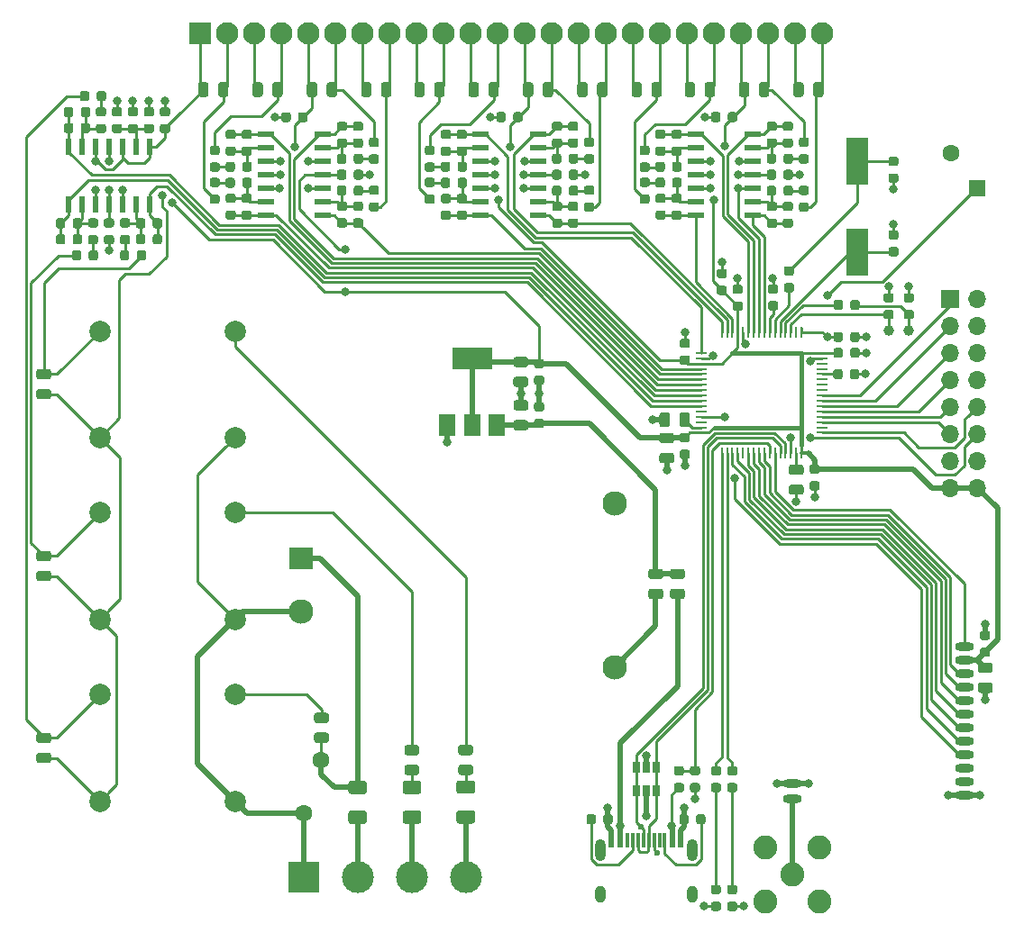
<source format=gbr>
G04 #@! TF.GenerationSoftware,KiCad,Pcbnew,5.1.8-db9833491~87~ubuntu20.04.1*
G04 #@! TF.CreationDate,2020-11-25T08:58:25+01:00*
G04 #@! TF.ProjectId,snoopy,736e6f6f-7079-42e6-9b69-6361645f7063,v1.0*
G04 #@! TF.SameCoordinates,Original*
G04 #@! TF.FileFunction,Copper,L1,Top*
G04 #@! TF.FilePolarity,Positive*
%FSLAX46Y46*%
G04 Gerber Fmt 4.6, Leading zero omitted, Abs format (unit mm)*
G04 Created by KiCad (PCBNEW 5.1.8-db9833491~87~ubuntu20.04.1) date 2020-11-25 08:58:25*
%MOMM*%
%LPD*%
G01*
G04 APERTURE LIST*
G04 #@! TA.AperFunction,ComponentPad*
%ADD10C,2.300000*%
G04 #@! TD*
G04 #@! TA.AperFunction,ComponentPad*
%ADD11R,2.300000X2.000000*%
G04 #@! TD*
G04 #@! TA.AperFunction,SMDPad,CuDef*
%ADD12R,1.500000X0.600000*%
G04 #@! TD*
G04 #@! TA.AperFunction,SMDPad,CuDef*
%ADD13R,0.600000X1.500000*%
G04 #@! TD*
G04 #@! TA.AperFunction,SMDPad,CuDef*
%ADD14R,3.800000X2.000000*%
G04 #@! TD*
G04 #@! TA.AperFunction,SMDPad,CuDef*
%ADD15R,1.500000X2.000000*%
G04 #@! TD*
G04 #@! TA.AperFunction,SMDPad,CuDef*
%ADD16R,0.250000X1.000000*%
G04 #@! TD*
G04 #@! TA.AperFunction,SMDPad,CuDef*
%ADD17R,1.000000X0.250000*%
G04 #@! TD*
G04 #@! TA.AperFunction,ComponentPad*
%ADD18R,1.700000X1.700000*%
G04 #@! TD*
G04 #@! TA.AperFunction,ComponentPad*
%ADD19O,1.700000X1.700000*%
G04 #@! TD*
G04 #@! TA.AperFunction,SMDPad,CuDef*
%ADD20R,2.000000X4.500000*%
G04 #@! TD*
G04 #@! TA.AperFunction,ComponentPad*
%ADD21C,1.000000*%
G04 #@! TD*
G04 #@! TA.AperFunction,ComponentPad*
%ADD22C,3.000000*%
G04 #@! TD*
G04 #@! TA.AperFunction,ComponentPad*
%ADD23R,3.000000X3.000000*%
G04 #@! TD*
G04 #@! TA.AperFunction,ComponentPad*
%ADD24C,1.600000*%
G04 #@! TD*
G04 #@! TA.AperFunction,SMDPad,CuDef*
%ADD25R,0.650000X1.060000*%
G04 #@! TD*
G04 #@! TA.AperFunction,ComponentPad*
%ADD26R,1.600000X1.600000*%
G04 #@! TD*
G04 #@! TA.AperFunction,ComponentPad*
%ADD27C,2.250000*%
G04 #@! TD*
G04 #@! TA.AperFunction,ComponentPad*
%ADD28R,2.100000X2.100000*%
G04 #@! TD*
G04 #@! TA.AperFunction,ComponentPad*
%ADD29C,2.100000*%
G04 #@! TD*
G04 #@! TA.AperFunction,ComponentPad*
%ADD30O,1.000000X1.600000*%
G04 #@! TD*
G04 #@! TA.AperFunction,ComponentPad*
%ADD31O,1.000000X2.100000*%
G04 #@! TD*
G04 #@! TA.AperFunction,SMDPad,CuDef*
%ADD32R,0.300000X1.450000*%
G04 #@! TD*
G04 #@! TA.AperFunction,SMDPad,CuDef*
%ADD33R,0.600000X1.450000*%
G04 #@! TD*
G04 #@! TA.AperFunction,ComponentPad*
%ADD34C,2.000000*%
G04 #@! TD*
G04 #@! TA.AperFunction,SMDPad,CuDef*
%ADD35O,1.800000X0.800000*%
G04 #@! TD*
G04 #@! TA.AperFunction,ViaPad*
%ADD36C,0.800000*%
G04 #@! TD*
G04 #@! TA.AperFunction,ViaPad*
%ADD37C,0.600000*%
G04 #@! TD*
G04 #@! TA.AperFunction,Conductor*
%ADD38C,0.250000*%
G04 #@! TD*
G04 #@! TA.AperFunction,Conductor*
%ADD39C,0.500000*%
G04 #@! TD*
G04 #@! TA.AperFunction,Conductor*
%ADD40C,0.400000*%
G04 #@! TD*
G04 #@! TA.AperFunction,Conductor*
%ADD41C,0.300000*%
G04 #@! TD*
G04 APERTURE END LIST*
D10*
X157180000Y-111900000D03*
D11*
X127780000Y-117100000D03*
D10*
X127780000Y-122100000D03*
X157180000Y-127300000D03*
G04 #@! TA.AperFunction,SMDPad,CuDef*
G36*
G01*
X113716250Y-75520000D02*
X113203750Y-75520000D01*
G75*
G02*
X112985000Y-75301250I0J218750D01*
G01*
X112985000Y-74863750D01*
G75*
G02*
X113203750Y-74645000I218750J0D01*
G01*
X113716250Y-74645000D01*
G75*
G02*
X113935000Y-74863750I0J-218750D01*
G01*
X113935000Y-75301250D01*
G75*
G02*
X113716250Y-75520000I-218750J0D01*
G01*
G37*
G04 #@! TD.AperFunction*
G04 #@! TA.AperFunction,SMDPad,CuDef*
G36*
G01*
X113716250Y-77095000D02*
X113203750Y-77095000D01*
G75*
G02*
X112985000Y-76876250I0J218750D01*
G01*
X112985000Y-76438750D01*
G75*
G02*
X113203750Y-76220000I218750J0D01*
G01*
X113716250Y-76220000D01*
G75*
G02*
X113935000Y-76438750I0J-218750D01*
G01*
X113935000Y-76876250D01*
G75*
G02*
X113716250Y-77095000I-218750J0D01*
G01*
G37*
G04 #@! TD.AperFunction*
G04 #@! TA.AperFunction,SMDPad,CuDef*
G36*
G01*
X134846250Y-84475000D02*
X134333750Y-84475000D01*
G75*
G02*
X134115000Y-84256250I0J218750D01*
G01*
X134115000Y-83818750D01*
G75*
G02*
X134333750Y-83600000I218750J0D01*
G01*
X134846250Y-83600000D01*
G75*
G02*
X135065000Y-83818750I0J-218750D01*
G01*
X135065000Y-84256250D01*
G75*
G02*
X134846250Y-84475000I-218750J0D01*
G01*
G37*
G04 #@! TD.AperFunction*
G04 #@! TA.AperFunction,SMDPad,CuDef*
G36*
G01*
X134846250Y-82900000D02*
X134333750Y-82900000D01*
G75*
G02*
X134115000Y-82681250I0J218750D01*
G01*
X134115000Y-82243750D01*
G75*
G02*
X134333750Y-82025000I218750J0D01*
G01*
X134846250Y-82025000D01*
G75*
G02*
X135065000Y-82243750I0J-218750D01*
G01*
X135065000Y-82681250D01*
G75*
G02*
X134846250Y-82900000I-218750J0D01*
G01*
G37*
G04 #@! TD.AperFunction*
G04 #@! TA.AperFunction,SMDPad,CuDef*
G36*
G01*
X133346250Y-84400000D02*
X132833750Y-84400000D01*
G75*
G02*
X132615000Y-84181250I0J218750D01*
G01*
X132615000Y-83743750D01*
G75*
G02*
X132833750Y-83525000I218750J0D01*
G01*
X133346250Y-83525000D01*
G75*
G02*
X133565000Y-83743750I0J-218750D01*
G01*
X133565000Y-84181250D01*
G75*
G02*
X133346250Y-84400000I-218750J0D01*
G01*
G37*
G04 #@! TD.AperFunction*
G04 #@! TA.AperFunction,SMDPad,CuDef*
G36*
G01*
X133346250Y-85975000D02*
X132833750Y-85975000D01*
G75*
G02*
X132615000Y-85756250I0J218750D01*
G01*
X132615000Y-85318750D01*
G75*
G02*
X132833750Y-85100000I218750J0D01*
G01*
X133346250Y-85100000D01*
G75*
G02*
X133565000Y-85318750I0J-218750D01*
G01*
X133565000Y-85756250D01*
G75*
G02*
X133346250Y-85975000I-218750J0D01*
G01*
G37*
G04 #@! TD.AperFunction*
G04 #@! TA.AperFunction,SMDPad,CuDef*
G36*
G01*
X119373750Y-78275000D02*
X119886250Y-78275000D01*
G75*
G02*
X120105000Y-78493750I0J-218750D01*
G01*
X120105000Y-78931250D01*
G75*
G02*
X119886250Y-79150000I-218750J0D01*
G01*
X119373750Y-79150000D01*
G75*
G02*
X119155000Y-78931250I0J218750D01*
G01*
X119155000Y-78493750D01*
G75*
G02*
X119373750Y-78275000I218750J0D01*
G01*
G37*
G04 #@! TD.AperFunction*
G04 #@! TA.AperFunction,SMDPad,CuDef*
G36*
G01*
X119373750Y-79850000D02*
X119886250Y-79850000D01*
G75*
G02*
X120105000Y-80068750I0J-218750D01*
G01*
X120105000Y-80506250D01*
G75*
G02*
X119886250Y-80725000I-218750J0D01*
G01*
X119373750Y-80725000D01*
G75*
G02*
X119155000Y-80506250I0J218750D01*
G01*
X119155000Y-80068750D01*
G75*
G02*
X119373750Y-79850000I218750J0D01*
G01*
G37*
G04 #@! TD.AperFunction*
G04 #@! TA.AperFunction,SMDPad,CuDef*
G36*
G01*
X119886250Y-83735000D02*
X119373750Y-83735000D01*
G75*
G02*
X119155000Y-83516250I0J218750D01*
G01*
X119155000Y-83078750D01*
G75*
G02*
X119373750Y-82860000I218750J0D01*
G01*
X119886250Y-82860000D01*
G75*
G02*
X120105000Y-83078750I0J-218750D01*
G01*
X120105000Y-83516250D01*
G75*
G02*
X119886250Y-83735000I-218750J0D01*
G01*
G37*
G04 #@! TD.AperFunction*
G04 #@! TA.AperFunction,SMDPad,CuDef*
G36*
G01*
X119886250Y-82160000D02*
X119373750Y-82160000D01*
G75*
G02*
X119155000Y-81941250I0J218750D01*
G01*
X119155000Y-81503750D01*
G75*
G02*
X119373750Y-81285000I218750J0D01*
G01*
X119886250Y-81285000D01*
G75*
G02*
X120105000Y-81503750I0J-218750D01*
G01*
X120105000Y-81941250D01*
G75*
G02*
X119886250Y-82160000I-218750J0D01*
G01*
G37*
G04 #@! TD.AperFunction*
G04 #@! TA.AperFunction,SMDPad,CuDef*
G36*
G01*
X134333750Y-79090000D02*
X134846250Y-79090000D01*
G75*
G02*
X135065000Y-79308750I0J-218750D01*
G01*
X135065000Y-79746250D01*
G75*
G02*
X134846250Y-79965000I-218750J0D01*
G01*
X134333750Y-79965000D01*
G75*
G02*
X134115000Y-79746250I0J218750D01*
G01*
X134115000Y-79308750D01*
G75*
G02*
X134333750Y-79090000I218750J0D01*
G01*
G37*
G04 #@! TD.AperFunction*
G04 #@! TA.AperFunction,SMDPad,CuDef*
G36*
G01*
X134333750Y-77515000D02*
X134846250Y-77515000D01*
G75*
G02*
X135065000Y-77733750I0J-218750D01*
G01*
X135065000Y-78171250D01*
G75*
G02*
X134846250Y-78390000I-218750J0D01*
G01*
X134333750Y-78390000D01*
G75*
G02*
X134115000Y-78171250I0J218750D01*
G01*
X134115000Y-77733750D01*
G75*
G02*
X134333750Y-77515000I218750J0D01*
G01*
G37*
G04 #@! TD.AperFunction*
G04 #@! TA.AperFunction,SMDPad,CuDef*
G36*
G01*
X120873750Y-78350000D02*
X121386250Y-78350000D01*
G75*
G02*
X121605000Y-78568750I0J-218750D01*
G01*
X121605000Y-79006250D01*
G75*
G02*
X121386250Y-79225000I-218750J0D01*
G01*
X120873750Y-79225000D01*
G75*
G02*
X120655000Y-79006250I0J218750D01*
G01*
X120655000Y-78568750D01*
G75*
G02*
X120873750Y-78350000I218750J0D01*
G01*
G37*
G04 #@! TD.AperFunction*
G04 #@! TA.AperFunction,SMDPad,CuDef*
G36*
G01*
X120873750Y-76775000D02*
X121386250Y-76775000D01*
G75*
G02*
X121605000Y-76993750I0J-218750D01*
G01*
X121605000Y-77431250D01*
G75*
G02*
X121386250Y-77650000I-218750J0D01*
G01*
X120873750Y-77650000D01*
G75*
G02*
X120655000Y-77431250I0J218750D01*
G01*
X120655000Y-76993750D01*
G75*
G02*
X120873750Y-76775000I218750J0D01*
G01*
G37*
G04 #@! TD.AperFunction*
G04 #@! TA.AperFunction,SMDPad,CuDef*
G36*
G01*
X121386250Y-85235000D02*
X120873750Y-85235000D01*
G75*
G02*
X120655000Y-85016250I0J218750D01*
G01*
X120655000Y-84578750D01*
G75*
G02*
X120873750Y-84360000I218750J0D01*
G01*
X121386250Y-84360000D01*
G75*
G02*
X121605000Y-84578750I0J-218750D01*
G01*
X121605000Y-85016250D01*
G75*
G02*
X121386250Y-85235000I-218750J0D01*
G01*
G37*
G04 #@! TD.AperFunction*
G04 #@! TA.AperFunction,SMDPad,CuDef*
G36*
G01*
X121386250Y-83660000D02*
X120873750Y-83660000D01*
G75*
G02*
X120655000Y-83441250I0J218750D01*
G01*
X120655000Y-83003750D01*
G75*
G02*
X120873750Y-82785000I218750J0D01*
G01*
X121386250Y-82785000D01*
G75*
G02*
X121605000Y-83003750I0J-218750D01*
G01*
X121605000Y-83441250D01*
G75*
G02*
X121386250Y-83660000I-218750J0D01*
G01*
G37*
G04 #@! TD.AperFunction*
G04 #@! TA.AperFunction,SMDPad,CuDef*
G36*
G01*
X132833750Y-77590000D02*
X133346250Y-77590000D01*
G75*
G02*
X133565000Y-77808750I0J-218750D01*
G01*
X133565000Y-78246250D01*
G75*
G02*
X133346250Y-78465000I-218750J0D01*
G01*
X132833750Y-78465000D01*
G75*
G02*
X132615000Y-78246250I0J218750D01*
G01*
X132615000Y-77808750D01*
G75*
G02*
X132833750Y-77590000I218750J0D01*
G01*
G37*
G04 #@! TD.AperFunction*
G04 #@! TA.AperFunction,SMDPad,CuDef*
G36*
G01*
X132833750Y-76015000D02*
X133346250Y-76015000D01*
G75*
G02*
X133565000Y-76233750I0J-218750D01*
G01*
X133565000Y-76671250D01*
G75*
G02*
X133346250Y-76890000I-218750J0D01*
G01*
X132833750Y-76890000D01*
G75*
G02*
X132615000Y-76671250I0J218750D01*
G01*
X132615000Y-76233750D01*
G75*
G02*
X132833750Y-76015000I218750J0D01*
G01*
G37*
G04 #@! TD.AperFunction*
G04 #@! TA.AperFunction,SMDPad,CuDef*
G36*
G01*
X155056250Y-84475000D02*
X154543750Y-84475000D01*
G75*
G02*
X154325000Y-84256250I0J218750D01*
G01*
X154325000Y-83818750D01*
G75*
G02*
X154543750Y-83600000I218750J0D01*
G01*
X155056250Y-83600000D01*
G75*
G02*
X155275000Y-83818750I0J-218750D01*
G01*
X155275000Y-84256250D01*
G75*
G02*
X155056250Y-84475000I-218750J0D01*
G01*
G37*
G04 #@! TD.AperFunction*
G04 #@! TA.AperFunction,SMDPad,CuDef*
G36*
G01*
X155056250Y-82900000D02*
X154543750Y-82900000D01*
G75*
G02*
X154325000Y-82681250I0J218750D01*
G01*
X154325000Y-82243750D01*
G75*
G02*
X154543750Y-82025000I218750J0D01*
G01*
X155056250Y-82025000D01*
G75*
G02*
X155275000Y-82243750I0J-218750D01*
G01*
X155275000Y-82681250D01*
G75*
G02*
X155056250Y-82900000I-218750J0D01*
G01*
G37*
G04 #@! TD.AperFunction*
G04 #@! TA.AperFunction,SMDPad,CuDef*
G36*
G01*
X154543750Y-79080000D02*
X155056250Y-79080000D01*
G75*
G02*
X155275000Y-79298750I0J-218750D01*
G01*
X155275000Y-79736250D01*
G75*
G02*
X155056250Y-79955000I-218750J0D01*
G01*
X154543750Y-79955000D01*
G75*
G02*
X154325000Y-79736250I0J218750D01*
G01*
X154325000Y-79298750D01*
G75*
G02*
X154543750Y-79080000I218750J0D01*
G01*
G37*
G04 #@! TD.AperFunction*
G04 #@! TA.AperFunction,SMDPad,CuDef*
G36*
G01*
X154543750Y-77505000D02*
X155056250Y-77505000D01*
G75*
G02*
X155275000Y-77723750I0J-218750D01*
G01*
X155275000Y-78161250D01*
G75*
G02*
X155056250Y-78380000I-218750J0D01*
G01*
X154543750Y-78380000D01*
G75*
G02*
X154325000Y-78161250I0J218750D01*
G01*
X154325000Y-77723750D01*
G75*
G02*
X154543750Y-77505000I218750J0D01*
G01*
G37*
G04 #@! TD.AperFunction*
G04 #@! TA.AperFunction,SMDPad,CuDef*
G36*
G01*
X139573750Y-78275000D02*
X140086250Y-78275000D01*
G75*
G02*
X140305000Y-78493750I0J-218750D01*
G01*
X140305000Y-78931250D01*
G75*
G02*
X140086250Y-79150000I-218750J0D01*
G01*
X139573750Y-79150000D01*
G75*
G02*
X139355000Y-78931250I0J218750D01*
G01*
X139355000Y-78493750D01*
G75*
G02*
X139573750Y-78275000I218750J0D01*
G01*
G37*
G04 #@! TD.AperFunction*
G04 #@! TA.AperFunction,SMDPad,CuDef*
G36*
G01*
X139573750Y-79850000D02*
X140086250Y-79850000D01*
G75*
G02*
X140305000Y-80068750I0J-218750D01*
G01*
X140305000Y-80506250D01*
G75*
G02*
X140086250Y-80725000I-218750J0D01*
G01*
X139573750Y-80725000D01*
G75*
G02*
X139355000Y-80506250I0J218750D01*
G01*
X139355000Y-80068750D01*
G75*
G02*
X139573750Y-79850000I218750J0D01*
G01*
G37*
G04 #@! TD.AperFunction*
G04 #@! TA.AperFunction,SMDPad,CuDef*
G36*
G01*
X140086250Y-83735000D02*
X139573750Y-83735000D01*
G75*
G02*
X139355000Y-83516250I0J218750D01*
G01*
X139355000Y-83078750D01*
G75*
G02*
X139573750Y-82860000I218750J0D01*
G01*
X140086250Y-82860000D01*
G75*
G02*
X140305000Y-83078750I0J-218750D01*
G01*
X140305000Y-83516250D01*
G75*
G02*
X140086250Y-83735000I-218750J0D01*
G01*
G37*
G04 #@! TD.AperFunction*
G04 #@! TA.AperFunction,SMDPad,CuDef*
G36*
G01*
X140086250Y-82160000D02*
X139573750Y-82160000D01*
G75*
G02*
X139355000Y-81941250I0J218750D01*
G01*
X139355000Y-81503750D01*
G75*
G02*
X139573750Y-81285000I218750J0D01*
G01*
X140086250Y-81285000D01*
G75*
G02*
X140305000Y-81503750I0J-218750D01*
G01*
X140305000Y-81941250D01*
G75*
G02*
X140086250Y-82160000I-218750J0D01*
G01*
G37*
G04 #@! TD.AperFunction*
G04 #@! TA.AperFunction,SMDPad,CuDef*
G36*
G01*
X153546250Y-84410000D02*
X153033750Y-84410000D01*
G75*
G02*
X152815000Y-84191250I0J218750D01*
G01*
X152815000Y-83753750D01*
G75*
G02*
X153033750Y-83535000I218750J0D01*
G01*
X153546250Y-83535000D01*
G75*
G02*
X153765000Y-83753750I0J-218750D01*
G01*
X153765000Y-84191250D01*
G75*
G02*
X153546250Y-84410000I-218750J0D01*
G01*
G37*
G04 #@! TD.AperFunction*
G04 #@! TA.AperFunction,SMDPad,CuDef*
G36*
G01*
X153546250Y-85985000D02*
X153033750Y-85985000D01*
G75*
G02*
X152815000Y-85766250I0J218750D01*
G01*
X152815000Y-85328750D01*
G75*
G02*
X153033750Y-85110000I218750J0D01*
G01*
X153546250Y-85110000D01*
G75*
G02*
X153765000Y-85328750I0J-218750D01*
G01*
X153765000Y-85766250D01*
G75*
G02*
X153546250Y-85985000I-218750J0D01*
G01*
G37*
G04 #@! TD.AperFunction*
G04 #@! TA.AperFunction,SMDPad,CuDef*
G36*
G01*
X153033750Y-77580000D02*
X153546250Y-77580000D01*
G75*
G02*
X153765000Y-77798750I0J-218750D01*
G01*
X153765000Y-78236250D01*
G75*
G02*
X153546250Y-78455000I-218750J0D01*
G01*
X153033750Y-78455000D01*
G75*
G02*
X152815000Y-78236250I0J218750D01*
G01*
X152815000Y-77798750D01*
G75*
G02*
X153033750Y-77580000I218750J0D01*
G01*
G37*
G04 #@! TD.AperFunction*
G04 #@! TA.AperFunction,SMDPad,CuDef*
G36*
G01*
X153033750Y-76005000D02*
X153546250Y-76005000D01*
G75*
G02*
X153765000Y-76223750I0J-218750D01*
G01*
X153765000Y-76661250D01*
G75*
G02*
X153546250Y-76880000I-218750J0D01*
G01*
X153033750Y-76880000D01*
G75*
G02*
X152815000Y-76661250I0J218750D01*
G01*
X152815000Y-76223750D01*
G75*
G02*
X153033750Y-76005000I218750J0D01*
G01*
G37*
G04 #@! TD.AperFunction*
G04 #@! TA.AperFunction,SMDPad,CuDef*
G36*
G01*
X141083750Y-78350000D02*
X141596250Y-78350000D01*
G75*
G02*
X141815000Y-78568750I0J-218750D01*
G01*
X141815000Y-79006250D01*
G75*
G02*
X141596250Y-79225000I-218750J0D01*
G01*
X141083750Y-79225000D01*
G75*
G02*
X140865000Y-79006250I0J218750D01*
G01*
X140865000Y-78568750D01*
G75*
G02*
X141083750Y-78350000I218750J0D01*
G01*
G37*
G04 #@! TD.AperFunction*
G04 #@! TA.AperFunction,SMDPad,CuDef*
G36*
G01*
X141083750Y-76775000D02*
X141596250Y-76775000D01*
G75*
G02*
X141815000Y-76993750I0J-218750D01*
G01*
X141815000Y-77431250D01*
G75*
G02*
X141596250Y-77650000I-218750J0D01*
G01*
X141083750Y-77650000D01*
G75*
G02*
X140865000Y-77431250I0J218750D01*
G01*
X140865000Y-76993750D01*
G75*
G02*
X141083750Y-76775000I218750J0D01*
G01*
G37*
G04 #@! TD.AperFunction*
G04 #@! TA.AperFunction,SMDPad,CuDef*
G36*
G01*
X141596250Y-85245000D02*
X141083750Y-85245000D01*
G75*
G02*
X140865000Y-85026250I0J218750D01*
G01*
X140865000Y-84588750D01*
G75*
G02*
X141083750Y-84370000I218750J0D01*
G01*
X141596250Y-84370000D01*
G75*
G02*
X141815000Y-84588750I0J-218750D01*
G01*
X141815000Y-85026250D01*
G75*
G02*
X141596250Y-85245000I-218750J0D01*
G01*
G37*
G04 #@! TD.AperFunction*
G04 #@! TA.AperFunction,SMDPad,CuDef*
G36*
G01*
X141596250Y-83670000D02*
X141083750Y-83670000D01*
G75*
G02*
X140865000Y-83451250I0J218750D01*
G01*
X140865000Y-83013750D01*
G75*
G02*
X141083750Y-82795000I218750J0D01*
G01*
X141596250Y-82795000D01*
G75*
G02*
X141815000Y-83013750I0J-218750D01*
G01*
X141815000Y-83451250D01*
G75*
G02*
X141596250Y-83670000I-218750J0D01*
G01*
G37*
G04 #@! TD.AperFunction*
G04 #@! TA.AperFunction,SMDPad,CuDef*
G36*
G01*
X159753750Y-79850000D02*
X160266250Y-79850000D01*
G75*
G02*
X160485000Y-80068750I0J-218750D01*
G01*
X160485000Y-80506250D01*
G75*
G02*
X160266250Y-80725000I-218750J0D01*
G01*
X159753750Y-80725000D01*
G75*
G02*
X159535000Y-80506250I0J218750D01*
G01*
X159535000Y-80068750D01*
G75*
G02*
X159753750Y-79850000I218750J0D01*
G01*
G37*
G04 #@! TD.AperFunction*
G04 #@! TA.AperFunction,SMDPad,CuDef*
G36*
G01*
X159753750Y-78275000D02*
X160266250Y-78275000D01*
G75*
G02*
X160485000Y-78493750I0J-218750D01*
G01*
X160485000Y-78931250D01*
G75*
G02*
X160266250Y-79150000I-218750J0D01*
G01*
X159753750Y-79150000D01*
G75*
G02*
X159535000Y-78931250I0J218750D01*
G01*
X159535000Y-78493750D01*
G75*
G02*
X159753750Y-78275000I218750J0D01*
G01*
G37*
G04 #@! TD.AperFunction*
G04 #@! TA.AperFunction,SMDPad,CuDef*
G36*
G01*
X160266250Y-82150000D02*
X159753750Y-82150000D01*
G75*
G02*
X159535000Y-81931250I0J218750D01*
G01*
X159535000Y-81493750D01*
G75*
G02*
X159753750Y-81275000I218750J0D01*
G01*
X160266250Y-81275000D01*
G75*
G02*
X160485000Y-81493750I0J-218750D01*
G01*
X160485000Y-81931250D01*
G75*
G02*
X160266250Y-82150000I-218750J0D01*
G01*
G37*
G04 #@! TD.AperFunction*
G04 #@! TA.AperFunction,SMDPad,CuDef*
G36*
G01*
X160266250Y-83725000D02*
X159753750Y-83725000D01*
G75*
G02*
X159535000Y-83506250I0J218750D01*
G01*
X159535000Y-83068750D01*
G75*
G02*
X159753750Y-82850000I218750J0D01*
G01*
X160266250Y-82850000D01*
G75*
G02*
X160485000Y-83068750I0J-218750D01*
G01*
X160485000Y-83506250D01*
G75*
G02*
X160266250Y-83725000I-218750J0D01*
G01*
G37*
G04 #@! TD.AperFunction*
G04 #@! TA.AperFunction,SMDPad,CuDef*
G36*
G01*
X175226250Y-82910000D02*
X174713750Y-82910000D01*
G75*
G02*
X174495000Y-82691250I0J218750D01*
G01*
X174495000Y-82253750D01*
G75*
G02*
X174713750Y-82035000I218750J0D01*
G01*
X175226250Y-82035000D01*
G75*
G02*
X175445000Y-82253750I0J-218750D01*
G01*
X175445000Y-82691250D01*
G75*
G02*
X175226250Y-82910000I-218750J0D01*
G01*
G37*
G04 #@! TD.AperFunction*
G04 #@! TA.AperFunction,SMDPad,CuDef*
G36*
G01*
X175226250Y-84485000D02*
X174713750Y-84485000D01*
G75*
G02*
X174495000Y-84266250I0J218750D01*
G01*
X174495000Y-83828750D01*
G75*
G02*
X174713750Y-83610000I218750J0D01*
G01*
X175226250Y-83610000D01*
G75*
G02*
X175445000Y-83828750I0J-218750D01*
G01*
X175445000Y-84266250D01*
G75*
G02*
X175226250Y-84485000I-218750J0D01*
G01*
G37*
G04 #@! TD.AperFunction*
G04 #@! TA.AperFunction,SMDPad,CuDef*
G36*
G01*
X174713750Y-77505000D02*
X175226250Y-77505000D01*
G75*
G02*
X175445000Y-77723750I0J-218750D01*
G01*
X175445000Y-78161250D01*
G75*
G02*
X175226250Y-78380000I-218750J0D01*
G01*
X174713750Y-78380000D01*
G75*
G02*
X174495000Y-78161250I0J218750D01*
G01*
X174495000Y-77723750D01*
G75*
G02*
X174713750Y-77505000I218750J0D01*
G01*
G37*
G04 #@! TD.AperFunction*
G04 #@! TA.AperFunction,SMDPad,CuDef*
G36*
G01*
X174713750Y-79080000D02*
X175226250Y-79080000D01*
G75*
G02*
X175445000Y-79298750I0J-218750D01*
G01*
X175445000Y-79736250D01*
G75*
G02*
X175226250Y-79955000I-218750J0D01*
G01*
X174713750Y-79955000D01*
G75*
G02*
X174495000Y-79736250I0J218750D01*
G01*
X174495000Y-79298750D01*
G75*
G02*
X174713750Y-79080000I218750J0D01*
G01*
G37*
G04 #@! TD.AperFunction*
G04 #@! TA.AperFunction,SMDPad,CuDef*
G36*
G01*
X161233750Y-76765000D02*
X161746250Y-76765000D01*
G75*
G02*
X161965000Y-76983750I0J-218750D01*
G01*
X161965000Y-77421250D01*
G75*
G02*
X161746250Y-77640000I-218750J0D01*
G01*
X161233750Y-77640000D01*
G75*
G02*
X161015000Y-77421250I0J218750D01*
G01*
X161015000Y-76983750D01*
G75*
G02*
X161233750Y-76765000I218750J0D01*
G01*
G37*
G04 #@! TD.AperFunction*
G04 #@! TA.AperFunction,SMDPad,CuDef*
G36*
G01*
X161233750Y-78340000D02*
X161746250Y-78340000D01*
G75*
G02*
X161965000Y-78558750I0J-218750D01*
G01*
X161965000Y-78996250D01*
G75*
G02*
X161746250Y-79215000I-218750J0D01*
G01*
X161233750Y-79215000D01*
G75*
G02*
X161015000Y-78996250I0J218750D01*
G01*
X161015000Y-78558750D01*
G75*
G02*
X161233750Y-78340000I218750J0D01*
G01*
G37*
G04 #@! TD.AperFunction*
G04 #@! TA.AperFunction,SMDPad,CuDef*
G36*
G01*
X161766250Y-85235000D02*
X161253750Y-85235000D01*
G75*
G02*
X161035000Y-85016250I0J218750D01*
G01*
X161035000Y-84578750D01*
G75*
G02*
X161253750Y-84360000I218750J0D01*
G01*
X161766250Y-84360000D01*
G75*
G02*
X161985000Y-84578750I0J-218750D01*
G01*
X161985000Y-85016250D01*
G75*
G02*
X161766250Y-85235000I-218750J0D01*
G01*
G37*
G04 #@! TD.AperFunction*
G04 #@! TA.AperFunction,SMDPad,CuDef*
G36*
G01*
X161766250Y-83660000D02*
X161253750Y-83660000D01*
G75*
G02*
X161035000Y-83441250I0J218750D01*
G01*
X161035000Y-83003750D01*
G75*
G02*
X161253750Y-82785000I218750J0D01*
G01*
X161766250Y-82785000D01*
G75*
G02*
X161985000Y-83003750I0J-218750D01*
G01*
X161985000Y-83441250D01*
G75*
G02*
X161766250Y-83660000I-218750J0D01*
G01*
G37*
G04 #@! TD.AperFunction*
G04 #@! TA.AperFunction,SMDPad,CuDef*
G36*
G01*
X173716250Y-84420000D02*
X173203750Y-84420000D01*
G75*
G02*
X172985000Y-84201250I0J218750D01*
G01*
X172985000Y-83763750D01*
G75*
G02*
X173203750Y-83545000I218750J0D01*
G01*
X173716250Y-83545000D01*
G75*
G02*
X173935000Y-83763750I0J-218750D01*
G01*
X173935000Y-84201250D01*
G75*
G02*
X173716250Y-84420000I-218750J0D01*
G01*
G37*
G04 #@! TD.AperFunction*
G04 #@! TA.AperFunction,SMDPad,CuDef*
G36*
G01*
X173716250Y-85995000D02*
X173203750Y-85995000D01*
G75*
G02*
X172985000Y-85776250I0J218750D01*
G01*
X172985000Y-85338750D01*
G75*
G02*
X173203750Y-85120000I218750J0D01*
G01*
X173716250Y-85120000D01*
G75*
G02*
X173935000Y-85338750I0J-218750D01*
G01*
X173935000Y-85776250D01*
G75*
G02*
X173716250Y-85995000I-218750J0D01*
G01*
G37*
G04 #@! TD.AperFunction*
G04 #@! TA.AperFunction,SMDPad,CuDef*
G36*
G01*
X173203750Y-76005000D02*
X173716250Y-76005000D01*
G75*
G02*
X173935000Y-76223750I0J-218750D01*
G01*
X173935000Y-76661250D01*
G75*
G02*
X173716250Y-76880000I-218750J0D01*
G01*
X173203750Y-76880000D01*
G75*
G02*
X172985000Y-76661250I0J218750D01*
G01*
X172985000Y-76223750D01*
G75*
G02*
X173203750Y-76005000I218750J0D01*
G01*
G37*
G04 #@! TD.AperFunction*
G04 #@! TA.AperFunction,SMDPad,CuDef*
G36*
G01*
X173203750Y-77580000D02*
X173716250Y-77580000D01*
G75*
G02*
X173935000Y-77798750I0J-218750D01*
G01*
X173935000Y-78236250D01*
G75*
G02*
X173716250Y-78455000I-218750J0D01*
G01*
X173203750Y-78455000D01*
G75*
G02*
X172985000Y-78236250I0J218750D01*
G01*
X172985000Y-77798750D01*
G75*
G02*
X173203750Y-77580000I218750J0D01*
G01*
G37*
G04 #@! TD.AperFunction*
G04 #@! TA.AperFunction,SMDPad,CuDef*
G36*
G01*
X131115000Y-81256250D02*
X131115000Y-80743750D01*
G75*
G02*
X131333750Y-80525000I218750J0D01*
G01*
X131771250Y-80525000D01*
G75*
G02*
X131990000Y-80743750I0J-218750D01*
G01*
X131990000Y-81256250D01*
G75*
G02*
X131771250Y-81475000I-218750J0D01*
G01*
X131333750Y-81475000D01*
G75*
G02*
X131115000Y-81256250I0J218750D01*
G01*
G37*
G04 #@! TD.AperFunction*
G04 #@! TA.AperFunction,SMDPad,CuDef*
G36*
G01*
X132690000Y-81256250D02*
X132690000Y-80743750D01*
G75*
G02*
X132908750Y-80525000I218750J0D01*
G01*
X133346250Y-80525000D01*
G75*
G02*
X133565000Y-80743750I0J-218750D01*
G01*
X133565000Y-81256250D01*
G75*
G02*
X133346250Y-81475000I-218750J0D01*
G01*
X132908750Y-81475000D01*
G75*
G02*
X132690000Y-81256250I0J218750D01*
G01*
G37*
G04 #@! TD.AperFunction*
G04 #@! TA.AperFunction,SMDPad,CuDef*
G36*
G01*
X152890000Y-81256250D02*
X152890000Y-80743750D01*
G75*
G02*
X153108750Y-80525000I218750J0D01*
G01*
X153546250Y-80525000D01*
G75*
G02*
X153765000Y-80743750I0J-218750D01*
G01*
X153765000Y-81256250D01*
G75*
G02*
X153546250Y-81475000I-218750J0D01*
G01*
X153108750Y-81475000D01*
G75*
G02*
X152890000Y-81256250I0J218750D01*
G01*
G37*
G04 #@! TD.AperFunction*
G04 #@! TA.AperFunction,SMDPad,CuDef*
G36*
G01*
X151315000Y-81256250D02*
X151315000Y-80743750D01*
G75*
G02*
X151533750Y-80525000I218750J0D01*
G01*
X151971250Y-80525000D01*
G75*
G02*
X152190000Y-80743750I0J-218750D01*
G01*
X152190000Y-81256250D01*
G75*
G02*
X151971250Y-81475000I-218750J0D01*
G01*
X151533750Y-81475000D01*
G75*
G02*
X151315000Y-81256250I0J218750D01*
G01*
G37*
G04 #@! TD.AperFunction*
G04 #@! TA.AperFunction,SMDPad,CuDef*
G36*
G01*
X171485000Y-81256250D02*
X171485000Y-80743750D01*
G75*
G02*
X171703750Y-80525000I218750J0D01*
G01*
X172141250Y-80525000D01*
G75*
G02*
X172360000Y-80743750I0J-218750D01*
G01*
X172360000Y-81256250D01*
G75*
G02*
X172141250Y-81475000I-218750J0D01*
G01*
X171703750Y-81475000D01*
G75*
G02*
X171485000Y-81256250I0J218750D01*
G01*
G37*
G04 #@! TD.AperFunction*
G04 #@! TA.AperFunction,SMDPad,CuDef*
G36*
G01*
X173060000Y-81256250D02*
X173060000Y-80743750D01*
G75*
G02*
X173278750Y-80525000I218750J0D01*
G01*
X173716250Y-80525000D01*
G75*
G02*
X173935000Y-80743750I0J-218750D01*
G01*
X173935000Y-81256250D01*
G75*
G02*
X173716250Y-81475000I-218750J0D01*
G01*
X173278750Y-81475000D01*
G75*
G02*
X173060000Y-81256250I0J218750D01*
G01*
G37*
G04 #@! TD.AperFunction*
G04 #@! TA.AperFunction,SMDPad,CuDef*
G36*
G01*
X111610000Y-88323750D02*
X111610000Y-88836250D01*
G75*
G02*
X111391250Y-89055000I-218750J0D01*
G01*
X110953750Y-89055000D01*
G75*
G02*
X110735000Y-88836250I0J218750D01*
G01*
X110735000Y-88323750D01*
G75*
G02*
X110953750Y-88105000I218750J0D01*
G01*
X111391250Y-88105000D01*
G75*
G02*
X111610000Y-88323750I0J-218750D01*
G01*
G37*
G04 #@! TD.AperFunction*
G04 #@! TA.AperFunction,SMDPad,CuDef*
G36*
G01*
X113185000Y-88323750D02*
X113185000Y-88836250D01*
G75*
G02*
X112966250Y-89055000I-218750J0D01*
G01*
X112528750Y-89055000D01*
G75*
G02*
X112310000Y-88836250I0J218750D01*
G01*
X112310000Y-88323750D01*
G75*
G02*
X112528750Y-88105000I218750J0D01*
G01*
X112966250Y-88105000D01*
G75*
G02*
X113185000Y-88323750I0J-218750D01*
G01*
G37*
G04 #@! TD.AperFunction*
G04 #@! TA.AperFunction,SMDPad,CuDef*
G36*
G01*
X108550000Y-73866250D02*
X108550000Y-73353750D01*
G75*
G02*
X108768750Y-73135000I218750J0D01*
G01*
X109206250Y-73135000D01*
G75*
G02*
X109425000Y-73353750I0J-218750D01*
G01*
X109425000Y-73866250D01*
G75*
G02*
X109206250Y-74085000I-218750J0D01*
G01*
X108768750Y-74085000D01*
G75*
G02*
X108550000Y-73866250I0J218750D01*
G01*
G37*
G04 #@! TD.AperFunction*
G04 #@! TA.AperFunction,SMDPad,CuDef*
G36*
G01*
X106975000Y-73866250D02*
X106975000Y-73353750D01*
G75*
G02*
X107193750Y-73135000I218750J0D01*
G01*
X107631250Y-73135000D01*
G75*
G02*
X107850000Y-73353750I0J-218750D01*
G01*
X107850000Y-73866250D01*
G75*
G02*
X107631250Y-74085000I-218750J0D01*
G01*
X107193750Y-74085000D01*
G75*
G02*
X106975000Y-73866250I0J218750D01*
G01*
G37*
G04 #@! TD.AperFunction*
G04 #@! TA.AperFunction,SMDPad,CuDef*
G36*
G01*
X106225000Y-88836250D02*
X106225000Y-88323750D01*
G75*
G02*
X106443750Y-88105000I218750J0D01*
G01*
X106881250Y-88105000D01*
G75*
G02*
X107100000Y-88323750I0J-218750D01*
G01*
X107100000Y-88836250D01*
G75*
G02*
X106881250Y-89055000I-218750J0D01*
G01*
X106443750Y-89055000D01*
G75*
G02*
X106225000Y-88836250I0J218750D01*
G01*
G37*
G04 #@! TD.AperFunction*
G04 #@! TA.AperFunction,SMDPad,CuDef*
G36*
G01*
X107800000Y-88836250D02*
X107800000Y-88323750D01*
G75*
G02*
X108018750Y-88105000I218750J0D01*
G01*
X108456250Y-88105000D01*
G75*
G02*
X108675000Y-88323750I0J-218750D01*
G01*
X108675000Y-88836250D01*
G75*
G02*
X108456250Y-89055000I-218750J0D01*
G01*
X108018750Y-89055000D01*
G75*
G02*
X107800000Y-88836250I0J218750D01*
G01*
G37*
G04 #@! TD.AperFunction*
G04 #@! TA.AperFunction,SMDPad,CuDef*
G36*
G01*
X109443750Y-86670000D02*
X109956250Y-86670000D01*
G75*
G02*
X110175000Y-86888750I0J-218750D01*
G01*
X110175000Y-87326250D01*
G75*
G02*
X109956250Y-87545000I-218750J0D01*
G01*
X109443750Y-87545000D01*
G75*
G02*
X109225000Y-87326250I0J218750D01*
G01*
X109225000Y-86888750D01*
G75*
G02*
X109443750Y-86670000I218750J0D01*
G01*
G37*
G04 #@! TD.AperFunction*
G04 #@! TA.AperFunction,SMDPad,CuDef*
G36*
G01*
X109443750Y-85095000D02*
X109956250Y-85095000D01*
G75*
G02*
X110175000Y-85313750I0J-218750D01*
G01*
X110175000Y-85751250D01*
G75*
G02*
X109956250Y-85970000I-218750J0D01*
G01*
X109443750Y-85970000D01*
G75*
G02*
X109225000Y-85751250I0J218750D01*
G01*
X109225000Y-85313750D01*
G75*
G02*
X109443750Y-85095000I218750J0D01*
G01*
G37*
G04 #@! TD.AperFunction*
G04 #@! TA.AperFunction,SMDPad,CuDef*
G36*
G01*
X149843750Y-103950000D02*
X150356250Y-103950000D01*
G75*
G02*
X150575000Y-104168750I0J-218750D01*
G01*
X150575000Y-104606250D01*
G75*
G02*
X150356250Y-104825000I-218750J0D01*
G01*
X149843750Y-104825000D01*
G75*
G02*
X149625000Y-104606250I0J218750D01*
G01*
X149625000Y-104168750D01*
G75*
G02*
X149843750Y-103950000I218750J0D01*
G01*
G37*
G04 #@! TD.AperFunction*
G04 #@! TA.AperFunction,SMDPad,CuDef*
G36*
G01*
X149843750Y-102375000D02*
X150356250Y-102375000D01*
G75*
G02*
X150575000Y-102593750I0J-218750D01*
G01*
X150575000Y-103031250D01*
G75*
G02*
X150356250Y-103250000I-218750J0D01*
G01*
X149843750Y-103250000D01*
G75*
G02*
X149625000Y-103031250I0J218750D01*
G01*
X149625000Y-102593750D01*
G75*
G02*
X149843750Y-102375000I218750J0D01*
G01*
G37*
G04 #@! TD.AperFunction*
G04 #@! TA.AperFunction,SMDPad,CuDef*
G36*
G01*
X114685000Y-86813750D02*
X114685000Y-87326250D01*
G75*
G02*
X114466250Y-87545000I-218750J0D01*
G01*
X114028750Y-87545000D01*
G75*
G02*
X113810000Y-87326250I0J218750D01*
G01*
X113810000Y-86813750D01*
G75*
G02*
X114028750Y-86595000I218750J0D01*
G01*
X114466250Y-86595000D01*
G75*
G02*
X114685000Y-86813750I0J-218750D01*
G01*
G37*
G04 #@! TD.AperFunction*
G04 #@! TA.AperFunction,SMDPad,CuDef*
G36*
G01*
X113110000Y-86813750D02*
X113110000Y-87326250D01*
G75*
G02*
X112891250Y-87545000I-218750J0D01*
G01*
X112453750Y-87545000D01*
G75*
G02*
X112235000Y-87326250I0J218750D01*
G01*
X112235000Y-86813750D01*
G75*
G02*
X112453750Y-86595000I218750J0D01*
G01*
X112891250Y-86595000D01*
G75*
G02*
X113110000Y-86813750I0J-218750D01*
G01*
G37*
G04 #@! TD.AperFunction*
G04 #@! TA.AperFunction,SMDPad,CuDef*
G36*
G01*
X105475000Y-75366250D02*
X105475000Y-74853750D01*
G75*
G02*
X105693750Y-74635000I218750J0D01*
G01*
X106131250Y-74635000D01*
G75*
G02*
X106350000Y-74853750I0J-218750D01*
G01*
X106350000Y-75366250D01*
G75*
G02*
X106131250Y-75585000I-218750J0D01*
G01*
X105693750Y-75585000D01*
G75*
G02*
X105475000Y-75366250I0J218750D01*
G01*
G37*
G04 #@! TD.AperFunction*
G04 #@! TA.AperFunction,SMDPad,CuDef*
G36*
G01*
X107050000Y-75366250D02*
X107050000Y-74853750D01*
G75*
G02*
X107268750Y-74635000I218750J0D01*
G01*
X107706250Y-74635000D01*
G75*
G02*
X107925000Y-74853750I0J-218750D01*
G01*
X107925000Y-75366250D01*
G75*
G02*
X107706250Y-75585000I-218750J0D01*
G01*
X107268750Y-75585000D01*
G75*
G02*
X107050000Y-75366250I0J218750D01*
G01*
G37*
G04 #@! TD.AperFunction*
G04 #@! TA.AperFunction,SMDPad,CuDef*
G36*
G01*
X104725000Y-87326250D02*
X104725000Y-86813750D01*
G75*
G02*
X104943750Y-86595000I218750J0D01*
G01*
X105381250Y-86595000D01*
G75*
G02*
X105600000Y-86813750I0J-218750D01*
G01*
X105600000Y-87326250D01*
G75*
G02*
X105381250Y-87545000I-218750J0D01*
G01*
X104943750Y-87545000D01*
G75*
G02*
X104725000Y-87326250I0J218750D01*
G01*
G37*
G04 #@! TD.AperFunction*
G04 #@! TA.AperFunction,SMDPad,CuDef*
G36*
G01*
X106300000Y-87326250D02*
X106300000Y-86813750D01*
G75*
G02*
X106518750Y-86595000I218750J0D01*
G01*
X106956250Y-86595000D01*
G75*
G02*
X107175000Y-86813750I0J-218750D01*
G01*
X107175000Y-87326250D01*
G75*
G02*
X106956250Y-87545000I-218750J0D01*
G01*
X106518750Y-87545000D01*
G75*
G02*
X106300000Y-87326250I0J218750D01*
G01*
G37*
G04 #@! TD.AperFunction*
G04 #@! TA.AperFunction,SMDPad,CuDef*
G36*
G01*
X149843750Y-98315000D02*
X150356250Y-98315000D01*
G75*
G02*
X150575000Y-98533750I0J-218750D01*
G01*
X150575000Y-98971250D01*
G75*
G02*
X150356250Y-99190000I-218750J0D01*
G01*
X149843750Y-99190000D01*
G75*
G02*
X149625000Y-98971250I0J218750D01*
G01*
X149625000Y-98533750D01*
G75*
G02*
X149843750Y-98315000I218750J0D01*
G01*
G37*
G04 #@! TD.AperFunction*
G04 #@! TA.AperFunction,SMDPad,CuDef*
G36*
G01*
X149843750Y-99890000D02*
X150356250Y-99890000D01*
G75*
G02*
X150575000Y-100108750I0J-218750D01*
G01*
X150575000Y-100546250D01*
G75*
G02*
X150356250Y-100765000I-218750J0D01*
G01*
X149843750Y-100765000D01*
G75*
G02*
X149625000Y-100546250I0J218750D01*
G01*
X149625000Y-100108750D01*
G75*
G02*
X149843750Y-99890000I218750J0D01*
G01*
G37*
G04 #@! TD.AperFunction*
G04 #@! TA.AperFunction,SMDPad,CuDef*
G36*
G01*
X171813750Y-92880000D02*
X172326250Y-92880000D01*
G75*
G02*
X172545000Y-93098750I0J-218750D01*
G01*
X172545000Y-93536250D01*
G75*
G02*
X172326250Y-93755000I-218750J0D01*
G01*
X171813750Y-93755000D01*
G75*
G02*
X171595000Y-93536250I0J218750D01*
G01*
X171595000Y-93098750D01*
G75*
G02*
X171813750Y-92880000I218750J0D01*
G01*
G37*
G04 #@! TD.AperFunction*
G04 #@! TA.AperFunction,SMDPad,CuDef*
G36*
G01*
X171813750Y-91305000D02*
X172326250Y-91305000D01*
G75*
G02*
X172545000Y-91523750I0J-218750D01*
G01*
X172545000Y-91961250D01*
G75*
G02*
X172326250Y-92180000I-218750J0D01*
G01*
X171813750Y-92180000D01*
G75*
G02*
X171595000Y-91961250I0J218750D01*
G01*
X171595000Y-91523750D01*
G75*
G02*
X171813750Y-91305000I218750J0D01*
G01*
G37*
G04 #@! TD.AperFunction*
G04 #@! TA.AperFunction,SMDPad,CuDef*
G36*
G01*
X122230000Y-80506250D02*
X122230000Y-79993750D01*
G75*
G02*
X122448750Y-79775000I218750J0D01*
G01*
X122886250Y-79775000D01*
G75*
G02*
X123105000Y-79993750I0J-218750D01*
G01*
X123105000Y-80506250D01*
G75*
G02*
X122886250Y-80725000I-218750J0D01*
G01*
X122448750Y-80725000D01*
G75*
G02*
X122230000Y-80506250I0J218750D01*
G01*
G37*
G04 #@! TD.AperFunction*
G04 #@! TA.AperFunction,SMDPad,CuDef*
G36*
G01*
X120655000Y-80506250D02*
X120655000Y-79993750D01*
G75*
G02*
X120873750Y-79775000I218750J0D01*
G01*
X121311250Y-79775000D01*
G75*
G02*
X121530000Y-79993750I0J-218750D01*
G01*
X121530000Y-80506250D01*
G75*
G02*
X121311250Y-80725000I-218750J0D01*
G01*
X120873750Y-80725000D01*
G75*
G02*
X120655000Y-80506250I0J218750D01*
G01*
G37*
G04 #@! TD.AperFunction*
G04 #@! TA.AperFunction,SMDPad,CuDef*
G36*
G01*
X122230000Y-82016250D02*
X122230000Y-81503750D01*
G75*
G02*
X122448750Y-81285000I218750J0D01*
G01*
X122886250Y-81285000D01*
G75*
G02*
X123105000Y-81503750I0J-218750D01*
G01*
X123105000Y-82016250D01*
G75*
G02*
X122886250Y-82235000I-218750J0D01*
G01*
X122448750Y-82235000D01*
G75*
G02*
X122230000Y-82016250I0J218750D01*
G01*
G37*
G04 #@! TD.AperFunction*
G04 #@! TA.AperFunction,SMDPad,CuDef*
G36*
G01*
X120655000Y-82016250D02*
X120655000Y-81503750D01*
G75*
G02*
X120873750Y-81285000I218750J0D01*
G01*
X121311250Y-81285000D01*
G75*
G02*
X121530000Y-81503750I0J-218750D01*
G01*
X121530000Y-82016250D01*
G75*
G02*
X121311250Y-82235000I-218750J0D01*
G01*
X120873750Y-82235000D01*
G75*
G02*
X120655000Y-82016250I0J218750D01*
G01*
G37*
G04 #@! TD.AperFunction*
G04 #@! TA.AperFunction,SMDPad,CuDef*
G36*
G01*
X133565000Y-82243750D02*
X133565000Y-82756250D01*
G75*
G02*
X133346250Y-82975000I-218750J0D01*
G01*
X132908750Y-82975000D01*
G75*
G02*
X132690000Y-82756250I0J218750D01*
G01*
X132690000Y-82243750D01*
G75*
G02*
X132908750Y-82025000I218750J0D01*
G01*
X133346250Y-82025000D01*
G75*
G02*
X133565000Y-82243750I0J-218750D01*
G01*
G37*
G04 #@! TD.AperFunction*
G04 #@! TA.AperFunction,SMDPad,CuDef*
G36*
G01*
X131990000Y-82243750D02*
X131990000Y-82756250D01*
G75*
G02*
X131771250Y-82975000I-218750J0D01*
G01*
X131333750Y-82975000D01*
G75*
G02*
X131115000Y-82756250I0J218750D01*
G01*
X131115000Y-82243750D01*
G75*
G02*
X131333750Y-82025000I218750J0D01*
G01*
X131771250Y-82025000D01*
G75*
G02*
X131990000Y-82243750I0J-218750D01*
G01*
G37*
G04 #@! TD.AperFunction*
G04 #@! TA.AperFunction,SMDPad,CuDef*
G36*
G01*
X131990000Y-79243750D02*
X131990000Y-79756250D01*
G75*
G02*
X131771250Y-79975000I-218750J0D01*
G01*
X131333750Y-79975000D01*
G75*
G02*
X131115000Y-79756250I0J218750D01*
G01*
X131115000Y-79243750D01*
G75*
G02*
X131333750Y-79025000I218750J0D01*
G01*
X131771250Y-79025000D01*
G75*
G02*
X131990000Y-79243750I0J-218750D01*
G01*
G37*
G04 #@! TD.AperFunction*
G04 #@! TA.AperFunction,SMDPad,CuDef*
G36*
G01*
X133565000Y-79243750D02*
X133565000Y-79756250D01*
G75*
G02*
X133346250Y-79975000I-218750J0D01*
G01*
X132908750Y-79975000D01*
G75*
G02*
X132690000Y-79756250I0J218750D01*
G01*
X132690000Y-79243750D01*
G75*
G02*
X132908750Y-79025000I218750J0D01*
G01*
X133346250Y-79025000D01*
G75*
G02*
X133565000Y-79243750I0J-218750D01*
G01*
G37*
G04 #@! TD.AperFunction*
G04 #@! TA.AperFunction,SMDPad,CuDef*
G36*
G01*
X122886250Y-79225000D02*
X122373750Y-79225000D01*
G75*
G02*
X122155000Y-79006250I0J218750D01*
G01*
X122155000Y-78568750D01*
G75*
G02*
X122373750Y-78350000I218750J0D01*
G01*
X122886250Y-78350000D01*
G75*
G02*
X123105000Y-78568750I0J-218750D01*
G01*
X123105000Y-79006250D01*
G75*
G02*
X122886250Y-79225000I-218750J0D01*
G01*
G37*
G04 #@! TD.AperFunction*
G04 #@! TA.AperFunction,SMDPad,CuDef*
G36*
G01*
X122886250Y-77650000D02*
X122373750Y-77650000D01*
G75*
G02*
X122155000Y-77431250I0J218750D01*
G01*
X122155000Y-76993750D01*
G75*
G02*
X122373750Y-76775000I218750J0D01*
G01*
X122886250Y-76775000D01*
G75*
G02*
X123105000Y-76993750I0J-218750D01*
G01*
X123105000Y-77431250D01*
G75*
G02*
X122886250Y-77650000I-218750J0D01*
G01*
G37*
G04 #@! TD.AperFunction*
G04 #@! TA.AperFunction,SMDPad,CuDef*
G36*
G01*
X122373750Y-82785000D02*
X122886250Y-82785000D01*
G75*
G02*
X123105000Y-83003750I0J-218750D01*
G01*
X123105000Y-83441250D01*
G75*
G02*
X122886250Y-83660000I-218750J0D01*
G01*
X122373750Y-83660000D01*
G75*
G02*
X122155000Y-83441250I0J218750D01*
G01*
X122155000Y-83003750D01*
G75*
G02*
X122373750Y-82785000I218750J0D01*
G01*
G37*
G04 #@! TD.AperFunction*
G04 #@! TA.AperFunction,SMDPad,CuDef*
G36*
G01*
X122373750Y-84360000D02*
X122886250Y-84360000D01*
G75*
G02*
X123105000Y-84578750I0J-218750D01*
G01*
X123105000Y-85016250D01*
G75*
G02*
X122886250Y-85235000I-218750J0D01*
G01*
X122373750Y-85235000D01*
G75*
G02*
X122155000Y-85016250I0J218750D01*
G01*
X122155000Y-84578750D01*
G75*
G02*
X122373750Y-84360000I218750J0D01*
G01*
G37*
G04 #@! TD.AperFunction*
G04 #@! TA.AperFunction,SMDPad,CuDef*
G36*
G01*
X131333750Y-83525000D02*
X131846250Y-83525000D01*
G75*
G02*
X132065000Y-83743750I0J-218750D01*
G01*
X132065000Y-84181250D01*
G75*
G02*
X131846250Y-84400000I-218750J0D01*
G01*
X131333750Y-84400000D01*
G75*
G02*
X131115000Y-84181250I0J218750D01*
G01*
X131115000Y-83743750D01*
G75*
G02*
X131333750Y-83525000I218750J0D01*
G01*
G37*
G04 #@! TD.AperFunction*
G04 #@! TA.AperFunction,SMDPad,CuDef*
G36*
G01*
X131333750Y-85100000D02*
X131846250Y-85100000D01*
G75*
G02*
X132065000Y-85318750I0J-218750D01*
G01*
X132065000Y-85756250D01*
G75*
G02*
X131846250Y-85975000I-218750J0D01*
G01*
X131333750Y-85975000D01*
G75*
G02*
X131115000Y-85756250I0J218750D01*
G01*
X131115000Y-85318750D01*
G75*
G02*
X131333750Y-85100000I218750J0D01*
G01*
G37*
G04 #@! TD.AperFunction*
G04 #@! TA.AperFunction,SMDPad,CuDef*
G36*
G01*
X131846250Y-78465000D02*
X131333750Y-78465000D01*
G75*
G02*
X131115000Y-78246250I0J218750D01*
G01*
X131115000Y-77808750D01*
G75*
G02*
X131333750Y-77590000I218750J0D01*
G01*
X131846250Y-77590000D01*
G75*
G02*
X132065000Y-77808750I0J-218750D01*
G01*
X132065000Y-78246250D01*
G75*
G02*
X131846250Y-78465000I-218750J0D01*
G01*
G37*
G04 #@! TD.AperFunction*
G04 #@! TA.AperFunction,SMDPad,CuDef*
G36*
G01*
X131846250Y-76890000D02*
X131333750Y-76890000D01*
G75*
G02*
X131115000Y-76671250I0J218750D01*
G01*
X131115000Y-76233750D01*
G75*
G02*
X131333750Y-76015000I218750J0D01*
G01*
X131846250Y-76015000D01*
G75*
G02*
X132065000Y-76233750I0J-218750D01*
G01*
X132065000Y-76671250D01*
G75*
G02*
X131846250Y-76890000I-218750J0D01*
G01*
G37*
G04 #@! TD.AperFunction*
G04 #@! TA.AperFunction,SMDPad,CuDef*
G36*
G01*
X152190000Y-82243750D02*
X152190000Y-82756250D01*
G75*
G02*
X151971250Y-82975000I-218750J0D01*
G01*
X151533750Y-82975000D01*
G75*
G02*
X151315000Y-82756250I0J218750D01*
G01*
X151315000Y-82243750D01*
G75*
G02*
X151533750Y-82025000I218750J0D01*
G01*
X151971250Y-82025000D01*
G75*
G02*
X152190000Y-82243750I0J-218750D01*
G01*
G37*
G04 #@! TD.AperFunction*
G04 #@! TA.AperFunction,SMDPad,CuDef*
G36*
G01*
X153765000Y-82243750D02*
X153765000Y-82756250D01*
G75*
G02*
X153546250Y-82975000I-218750J0D01*
G01*
X153108750Y-82975000D01*
G75*
G02*
X152890000Y-82756250I0J218750D01*
G01*
X152890000Y-82243750D01*
G75*
G02*
X153108750Y-82025000I218750J0D01*
G01*
X153546250Y-82025000D01*
G75*
G02*
X153765000Y-82243750I0J-218750D01*
G01*
G37*
G04 #@! TD.AperFunction*
G04 #@! TA.AperFunction,SMDPad,CuDef*
G36*
G01*
X153765000Y-79233750D02*
X153765000Y-79746250D01*
G75*
G02*
X153546250Y-79965000I-218750J0D01*
G01*
X153108750Y-79965000D01*
G75*
G02*
X152890000Y-79746250I0J218750D01*
G01*
X152890000Y-79233750D01*
G75*
G02*
X153108750Y-79015000I218750J0D01*
G01*
X153546250Y-79015000D01*
G75*
G02*
X153765000Y-79233750I0J-218750D01*
G01*
G37*
G04 #@! TD.AperFunction*
G04 #@! TA.AperFunction,SMDPad,CuDef*
G36*
G01*
X152190000Y-79233750D02*
X152190000Y-79746250D01*
G75*
G02*
X151971250Y-79965000I-218750J0D01*
G01*
X151533750Y-79965000D01*
G75*
G02*
X151315000Y-79746250I0J218750D01*
G01*
X151315000Y-79233750D01*
G75*
G02*
X151533750Y-79015000I218750J0D01*
G01*
X151971250Y-79015000D01*
G75*
G02*
X152190000Y-79233750I0J-218750D01*
G01*
G37*
G04 #@! TD.AperFunction*
G04 #@! TA.AperFunction,SMDPad,CuDef*
G36*
G01*
X140865000Y-80506250D02*
X140865000Y-79993750D01*
G75*
G02*
X141083750Y-79775000I218750J0D01*
G01*
X141521250Y-79775000D01*
G75*
G02*
X141740000Y-79993750I0J-218750D01*
G01*
X141740000Y-80506250D01*
G75*
G02*
X141521250Y-80725000I-218750J0D01*
G01*
X141083750Y-80725000D01*
G75*
G02*
X140865000Y-80506250I0J218750D01*
G01*
G37*
G04 #@! TD.AperFunction*
G04 #@! TA.AperFunction,SMDPad,CuDef*
G36*
G01*
X142440000Y-80506250D02*
X142440000Y-79993750D01*
G75*
G02*
X142658750Y-79775000I218750J0D01*
G01*
X143096250Y-79775000D01*
G75*
G02*
X143315000Y-79993750I0J-218750D01*
G01*
X143315000Y-80506250D01*
G75*
G02*
X143096250Y-80725000I-218750J0D01*
G01*
X142658750Y-80725000D01*
G75*
G02*
X142440000Y-80506250I0J218750D01*
G01*
G37*
G04 #@! TD.AperFunction*
G04 #@! TA.AperFunction,SMDPad,CuDef*
G36*
G01*
X140865000Y-82016250D02*
X140865000Y-81503750D01*
G75*
G02*
X141083750Y-81285000I218750J0D01*
G01*
X141521250Y-81285000D01*
G75*
G02*
X141740000Y-81503750I0J-218750D01*
G01*
X141740000Y-82016250D01*
G75*
G02*
X141521250Y-82235000I-218750J0D01*
G01*
X141083750Y-82235000D01*
G75*
G02*
X140865000Y-82016250I0J218750D01*
G01*
G37*
G04 #@! TD.AperFunction*
G04 #@! TA.AperFunction,SMDPad,CuDef*
G36*
G01*
X142440000Y-82016250D02*
X142440000Y-81503750D01*
G75*
G02*
X142658750Y-81285000I218750J0D01*
G01*
X143096250Y-81285000D01*
G75*
G02*
X143315000Y-81503750I0J-218750D01*
G01*
X143315000Y-82016250D01*
G75*
G02*
X143096250Y-82235000I-218750J0D01*
G01*
X142658750Y-82235000D01*
G75*
G02*
X142440000Y-82016250I0J218750D01*
G01*
G37*
G04 #@! TD.AperFunction*
G04 #@! TA.AperFunction,SMDPad,CuDef*
G36*
G01*
X151543750Y-85110000D02*
X152056250Y-85110000D01*
G75*
G02*
X152275000Y-85328750I0J-218750D01*
G01*
X152275000Y-85766250D01*
G75*
G02*
X152056250Y-85985000I-218750J0D01*
G01*
X151543750Y-85985000D01*
G75*
G02*
X151325000Y-85766250I0J218750D01*
G01*
X151325000Y-85328750D01*
G75*
G02*
X151543750Y-85110000I218750J0D01*
G01*
G37*
G04 #@! TD.AperFunction*
G04 #@! TA.AperFunction,SMDPad,CuDef*
G36*
G01*
X151543750Y-83535000D02*
X152056250Y-83535000D01*
G75*
G02*
X152275000Y-83753750I0J-218750D01*
G01*
X152275000Y-84191250D01*
G75*
G02*
X152056250Y-84410000I-218750J0D01*
G01*
X151543750Y-84410000D01*
G75*
G02*
X151325000Y-84191250I0J218750D01*
G01*
X151325000Y-83753750D01*
G75*
G02*
X151543750Y-83535000I218750J0D01*
G01*
G37*
G04 #@! TD.AperFunction*
G04 #@! TA.AperFunction,SMDPad,CuDef*
G36*
G01*
X152046250Y-76880000D02*
X151533750Y-76880000D01*
G75*
G02*
X151315000Y-76661250I0J218750D01*
G01*
X151315000Y-76223750D01*
G75*
G02*
X151533750Y-76005000I218750J0D01*
G01*
X152046250Y-76005000D01*
G75*
G02*
X152265000Y-76223750I0J-218750D01*
G01*
X152265000Y-76661250D01*
G75*
G02*
X152046250Y-76880000I-218750J0D01*
G01*
G37*
G04 #@! TD.AperFunction*
G04 #@! TA.AperFunction,SMDPad,CuDef*
G36*
G01*
X152046250Y-78455000D02*
X151533750Y-78455000D01*
G75*
G02*
X151315000Y-78236250I0J218750D01*
G01*
X151315000Y-77798750D01*
G75*
G02*
X151533750Y-77580000I218750J0D01*
G01*
X152046250Y-77580000D01*
G75*
G02*
X152265000Y-77798750I0J-218750D01*
G01*
X152265000Y-78236250D01*
G75*
G02*
X152046250Y-78455000I-218750J0D01*
G01*
G37*
G04 #@! TD.AperFunction*
G04 #@! TA.AperFunction,SMDPad,CuDef*
G36*
G01*
X143096250Y-79225000D02*
X142583750Y-79225000D01*
G75*
G02*
X142365000Y-79006250I0J218750D01*
G01*
X142365000Y-78568750D01*
G75*
G02*
X142583750Y-78350000I218750J0D01*
G01*
X143096250Y-78350000D01*
G75*
G02*
X143315000Y-78568750I0J-218750D01*
G01*
X143315000Y-79006250D01*
G75*
G02*
X143096250Y-79225000I-218750J0D01*
G01*
G37*
G04 #@! TD.AperFunction*
G04 #@! TA.AperFunction,SMDPad,CuDef*
G36*
G01*
X143096250Y-77650000D02*
X142583750Y-77650000D01*
G75*
G02*
X142365000Y-77431250I0J218750D01*
G01*
X142365000Y-76993750D01*
G75*
G02*
X142583750Y-76775000I218750J0D01*
G01*
X143096250Y-76775000D01*
G75*
G02*
X143315000Y-76993750I0J-218750D01*
G01*
X143315000Y-77431250D01*
G75*
G02*
X143096250Y-77650000I-218750J0D01*
G01*
G37*
G04 #@! TD.AperFunction*
G04 #@! TA.AperFunction,SMDPad,CuDef*
G36*
G01*
X142583750Y-84370000D02*
X143096250Y-84370000D01*
G75*
G02*
X143315000Y-84588750I0J-218750D01*
G01*
X143315000Y-85026250D01*
G75*
G02*
X143096250Y-85245000I-218750J0D01*
G01*
X142583750Y-85245000D01*
G75*
G02*
X142365000Y-85026250I0J218750D01*
G01*
X142365000Y-84588750D01*
G75*
G02*
X142583750Y-84370000I218750J0D01*
G01*
G37*
G04 #@! TD.AperFunction*
G04 #@! TA.AperFunction,SMDPad,CuDef*
G36*
G01*
X142583750Y-82795000D02*
X143096250Y-82795000D01*
G75*
G02*
X143315000Y-83013750I0J-218750D01*
G01*
X143315000Y-83451250D01*
G75*
G02*
X143096250Y-83670000I-218750J0D01*
G01*
X142583750Y-83670000D01*
G75*
G02*
X142365000Y-83451250I0J218750D01*
G01*
X142365000Y-83013750D01*
G75*
G02*
X142583750Y-82795000I218750J0D01*
G01*
G37*
G04 #@! TD.AperFunction*
G04 #@! TA.AperFunction,SMDPad,CuDef*
G36*
G01*
X161035000Y-80506250D02*
X161035000Y-79993750D01*
G75*
G02*
X161253750Y-79775000I218750J0D01*
G01*
X161691250Y-79775000D01*
G75*
G02*
X161910000Y-79993750I0J-218750D01*
G01*
X161910000Y-80506250D01*
G75*
G02*
X161691250Y-80725000I-218750J0D01*
G01*
X161253750Y-80725000D01*
G75*
G02*
X161035000Y-80506250I0J218750D01*
G01*
G37*
G04 #@! TD.AperFunction*
G04 #@! TA.AperFunction,SMDPad,CuDef*
G36*
G01*
X162610000Y-80506250D02*
X162610000Y-79993750D01*
G75*
G02*
X162828750Y-79775000I218750J0D01*
G01*
X163266250Y-79775000D01*
G75*
G02*
X163485000Y-79993750I0J-218750D01*
G01*
X163485000Y-80506250D01*
G75*
G02*
X163266250Y-80725000I-218750J0D01*
G01*
X162828750Y-80725000D01*
G75*
G02*
X162610000Y-80506250I0J218750D01*
G01*
G37*
G04 #@! TD.AperFunction*
G04 #@! TA.AperFunction,SMDPad,CuDef*
G36*
G01*
X162610000Y-82006250D02*
X162610000Y-81493750D01*
G75*
G02*
X162828750Y-81275000I218750J0D01*
G01*
X163266250Y-81275000D01*
G75*
G02*
X163485000Y-81493750I0J-218750D01*
G01*
X163485000Y-82006250D01*
G75*
G02*
X163266250Y-82225000I-218750J0D01*
G01*
X162828750Y-82225000D01*
G75*
G02*
X162610000Y-82006250I0J218750D01*
G01*
G37*
G04 #@! TD.AperFunction*
G04 #@! TA.AperFunction,SMDPad,CuDef*
G36*
G01*
X161035000Y-82006250D02*
X161035000Y-81493750D01*
G75*
G02*
X161253750Y-81275000I218750J0D01*
G01*
X161691250Y-81275000D01*
G75*
G02*
X161910000Y-81493750I0J-218750D01*
G01*
X161910000Y-82006250D01*
G75*
G02*
X161691250Y-82225000I-218750J0D01*
G01*
X161253750Y-82225000D01*
G75*
G02*
X161035000Y-82006250I0J218750D01*
G01*
G37*
G04 #@! TD.AperFunction*
G04 #@! TA.AperFunction,SMDPad,CuDef*
G36*
G01*
X173935000Y-82253750D02*
X173935000Y-82766250D01*
G75*
G02*
X173716250Y-82985000I-218750J0D01*
G01*
X173278750Y-82985000D01*
G75*
G02*
X173060000Y-82766250I0J218750D01*
G01*
X173060000Y-82253750D01*
G75*
G02*
X173278750Y-82035000I218750J0D01*
G01*
X173716250Y-82035000D01*
G75*
G02*
X173935000Y-82253750I0J-218750D01*
G01*
G37*
G04 #@! TD.AperFunction*
G04 #@! TA.AperFunction,SMDPad,CuDef*
G36*
G01*
X172360000Y-82253750D02*
X172360000Y-82766250D01*
G75*
G02*
X172141250Y-82985000I-218750J0D01*
G01*
X171703750Y-82985000D01*
G75*
G02*
X171485000Y-82766250I0J218750D01*
G01*
X171485000Y-82253750D01*
G75*
G02*
X171703750Y-82035000I218750J0D01*
G01*
X172141250Y-82035000D01*
G75*
G02*
X172360000Y-82253750I0J-218750D01*
G01*
G37*
G04 #@! TD.AperFunction*
G04 #@! TA.AperFunction,SMDPad,CuDef*
G36*
G01*
X172360000Y-79233750D02*
X172360000Y-79746250D01*
G75*
G02*
X172141250Y-79965000I-218750J0D01*
G01*
X171703750Y-79965000D01*
G75*
G02*
X171485000Y-79746250I0J218750D01*
G01*
X171485000Y-79233750D01*
G75*
G02*
X171703750Y-79015000I218750J0D01*
G01*
X172141250Y-79015000D01*
G75*
G02*
X172360000Y-79233750I0J-218750D01*
G01*
G37*
G04 #@! TD.AperFunction*
G04 #@! TA.AperFunction,SMDPad,CuDef*
G36*
G01*
X173935000Y-79233750D02*
X173935000Y-79746250D01*
G75*
G02*
X173716250Y-79965000I-218750J0D01*
G01*
X173278750Y-79965000D01*
G75*
G02*
X173060000Y-79746250I0J218750D01*
G01*
X173060000Y-79233750D01*
G75*
G02*
X173278750Y-79015000I218750J0D01*
G01*
X173716250Y-79015000D01*
G75*
G02*
X173935000Y-79233750I0J-218750D01*
G01*
G37*
G04 #@! TD.AperFunction*
G04 #@! TA.AperFunction,SMDPad,CuDef*
G36*
G01*
X163266250Y-77650000D02*
X162753750Y-77650000D01*
G75*
G02*
X162535000Y-77431250I0J218750D01*
G01*
X162535000Y-76993750D01*
G75*
G02*
X162753750Y-76775000I218750J0D01*
G01*
X163266250Y-76775000D01*
G75*
G02*
X163485000Y-76993750I0J-218750D01*
G01*
X163485000Y-77431250D01*
G75*
G02*
X163266250Y-77650000I-218750J0D01*
G01*
G37*
G04 #@! TD.AperFunction*
G04 #@! TA.AperFunction,SMDPad,CuDef*
G36*
G01*
X163266250Y-79225000D02*
X162753750Y-79225000D01*
G75*
G02*
X162535000Y-79006250I0J218750D01*
G01*
X162535000Y-78568750D01*
G75*
G02*
X162753750Y-78350000I218750J0D01*
G01*
X163266250Y-78350000D01*
G75*
G02*
X163485000Y-78568750I0J-218750D01*
G01*
X163485000Y-79006250D01*
G75*
G02*
X163266250Y-79225000I-218750J0D01*
G01*
G37*
G04 #@! TD.AperFunction*
G04 #@! TA.AperFunction,SMDPad,CuDef*
G36*
G01*
X162753750Y-82785000D02*
X163266250Y-82785000D01*
G75*
G02*
X163485000Y-83003750I0J-218750D01*
G01*
X163485000Y-83441250D01*
G75*
G02*
X163266250Y-83660000I-218750J0D01*
G01*
X162753750Y-83660000D01*
G75*
G02*
X162535000Y-83441250I0J218750D01*
G01*
X162535000Y-83003750D01*
G75*
G02*
X162753750Y-82785000I218750J0D01*
G01*
G37*
G04 #@! TD.AperFunction*
G04 #@! TA.AperFunction,SMDPad,CuDef*
G36*
G01*
X162753750Y-84360000D02*
X163266250Y-84360000D01*
G75*
G02*
X163485000Y-84578750I0J-218750D01*
G01*
X163485000Y-85016250D01*
G75*
G02*
X163266250Y-85235000I-218750J0D01*
G01*
X162753750Y-85235000D01*
G75*
G02*
X162535000Y-85016250I0J218750D01*
G01*
X162535000Y-84578750D01*
G75*
G02*
X162753750Y-84360000I218750J0D01*
G01*
G37*
G04 #@! TD.AperFunction*
G04 #@! TA.AperFunction,SMDPad,CuDef*
G36*
G01*
X171713750Y-85120000D02*
X172226250Y-85120000D01*
G75*
G02*
X172445000Y-85338750I0J-218750D01*
G01*
X172445000Y-85776250D01*
G75*
G02*
X172226250Y-85995000I-218750J0D01*
G01*
X171713750Y-85995000D01*
G75*
G02*
X171495000Y-85776250I0J218750D01*
G01*
X171495000Y-85338750D01*
G75*
G02*
X171713750Y-85120000I218750J0D01*
G01*
G37*
G04 #@! TD.AperFunction*
G04 #@! TA.AperFunction,SMDPad,CuDef*
G36*
G01*
X171713750Y-83545000D02*
X172226250Y-83545000D01*
G75*
G02*
X172445000Y-83763750I0J-218750D01*
G01*
X172445000Y-84201250D01*
G75*
G02*
X172226250Y-84420000I-218750J0D01*
G01*
X171713750Y-84420000D01*
G75*
G02*
X171495000Y-84201250I0J218750D01*
G01*
X171495000Y-83763750D01*
G75*
G02*
X171713750Y-83545000I218750J0D01*
G01*
G37*
G04 #@! TD.AperFunction*
G04 #@! TA.AperFunction,SMDPad,CuDef*
G36*
G01*
X172216250Y-76880000D02*
X171703750Y-76880000D01*
G75*
G02*
X171485000Y-76661250I0J218750D01*
G01*
X171485000Y-76223750D01*
G75*
G02*
X171703750Y-76005000I218750J0D01*
G01*
X172216250Y-76005000D01*
G75*
G02*
X172435000Y-76223750I0J-218750D01*
G01*
X172435000Y-76661250D01*
G75*
G02*
X172216250Y-76880000I-218750J0D01*
G01*
G37*
G04 #@! TD.AperFunction*
G04 #@! TA.AperFunction,SMDPad,CuDef*
G36*
G01*
X172216250Y-78455000D02*
X171703750Y-78455000D01*
G75*
G02*
X171485000Y-78236250I0J218750D01*
G01*
X171485000Y-77798750D01*
G75*
G02*
X171703750Y-77580000I218750J0D01*
G01*
X172216250Y-77580000D01*
G75*
G02*
X172435000Y-77798750I0J-218750D01*
G01*
X172435000Y-78236250D01*
G75*
G02*
X172216250Y-78455000I-218750J0D01*
G01*
G37*
G04 #@! TD.AperFunction*
G04 #@! TA.AperFunction,SMDPad,CuDef*
G36*
G01*
X110193750Y-76220000D02*
X110706250Y-76220000D01*
G75*
G02*
X110925000Y-76438750I0J-218750D01*
G01*
X110925000Y-76876250D01*
G75*
G02*
X110706250Y-77095000I-218750J0D01*
G01*
X110193750Y-77095000D01*
G75*
G02*
X109975000Y-76876250I0J218750D01*
G01*
X109975000Y-76438750D01*
G75*
G02*
X110193750Y-76220000I218750J0D01*
G01*
G37*
G04 #@! TD.AperFunction*
G04 #@! TA.AperFunction,SMDPad,CuDef*
G36*
G01*
X110193750Y-74645000D02*
X110706250Y-74645000D01*
G75*
G02*
X110925000Y-74863750I0J-218750D01*
G01*
X110925000Y-75301250D01*
G75*
G02*
X110706250Y-75520000I-218750J0D01*
G01*
X110193750Y-75520000D01*
G75*
G02*
X109975000Y-75301250I0J218750D01*
G01*
X109975000Y-74863750D01*
G75*
G02*
X110193750Y-74645000I218750J0D01*
G01*
G37*
G04 #@! TD.AperFunction*
G04 #@! TA.AperFunction,SMDPad,CuDef*
G36*
G01*
X112206250Y-75520000D02*
X111693750Y-75520000D01*
G75*
G02*
X111475000Y-75301250I0J218750D01*
G01*
X111475000Y-74863750D01*
G75*
G02*
X111693750Y-74645000I218750J0D01*
G01*
X112206250Y-74645000D01*
G75*
G02*
X112425000Y-74863750I0J-218750D01*
G01*
X112425000Y-75301250D01*
G75*
G02*
X112206250Y-75520000I-218750J0D01*
G01*
G37*
G04 #@! TD.AperFunction*
G04 #@! TA.AperFunction,SMDPad,CuDef*
G36*
G01*
X112206250Y-77095000D02*
X111693750Y-77095000D01*
G75*
G02*
X111475000Y-76876250I0J218750D01*
G01*
X111475000Y-76438750D01*
G75*
G02*
X111693750Y-76220000I218750J0D01*
G01*
X112206250Y-76220000D01*
G75*
G02*
X112425000Y-76438750I0J-218750D01*
G01*
X112425000Y-76876250D01*
G75*
G02*
X112206250Y-77095000I-218750J0D01*
G01*
G37*
G04 #@! TD.AperFunction*
G04 #@! TA.AperFunction,SMDPad,CuDef*
G36*
G01*
X111466250Y-87545000D02*
X110953750Y-87545000D01*
G75*
G02*
X110735000Y-87326250I0J218750D01*
G01*
X110735000Y-86888750D01*
G75*
G02*
X110953750Y-86670000I218750J0D01*
G01*
X111466250Y-86670000D01*
G75*
G02*
X111685000Y-86888750I0J-218750D01*
G01*
X111685000Y-87326250D01*
G75*
G02*
X111466250Y-87545000I-218750J0D01*
G01*
G37*
G04 #@! TD.AperFunction*
G04 #@! TA.AperFunction,SMDPad,CuDef*
G36*
G01*
X111466250Y-85970000D02*
X110953750Y-85970000D01*
G75*
G02*
X110735000Y-85751250I0J218750D01*
G01*
X110735000Y-85313750D01*
G75*
G02*
X110953750Y-85095000I218750J0D01*
G01*
X111466250Y-85095000D01*
G75*
G02*
X111685000Y-85313750I0J-218750D01*
G01*
X111685000Y-85751250D01*
G75*
G02*
X111466250Y-85970000I-218750J0D01*
G01*
G37*
G04 #@! TD.AperFunction*
G04 #@! TA.AperFunction,SMDPad,CuDef*
G36*
G01*
X108693750Y-76220000D02*
X109206250Y-76220000D01*
G75*
G02*
X109425000Y-76438750I0J-218750D01*
G01*
X109425000Y-76876250D01*
G75*
G02*
X109206250Y-77095000I-218750J0D01*
G01*
X108693750Y-77095000D01*
G75*
G02*
X108475000Y-76876250I0J218750D01*
G01*
X108475000Y-76438750D01*
G75*
G02*
X108693750Y-76220000I218750J0D01*
G01*
G37*
G04 #@! TD.AperFunction*
G04 #@! TA.AperFunction,SMDPad,CuDef*
G36*
G01*
X108693750Y-74645000D02*
X109206250Y-74645000D01*
G75*
G02*
X109425000Y-74863750I0J-218750D01*
G01*
X109425000Y-75301250D01*
G75*
G02*
X109206250Y-75520000I-218750J0D01*
G01*
X108693750Y-75520000D01*
G75*
G02*
X108475000Y-75301250I0J218750D01*
G01*
X108475000Y-74863750D01*
G75*
G02*
X108693750Y-74645000I218750J0D01*
G01*
G37*
G04 #@! TD.AperFunction*
G04 #@! TA.AperFunction,SMDPad,CuDef*
G36*
G01*
X108456250Y-85970000D02*
X107943750Y-85970000D01*
G75*
G02*
X107725000Y-85751250I0J218750D01*
G01*
X107725000Y-85313750D01*
G75*
G02*
X107943750Y-85095000I218750J0D01*
G01*
X108456250Y-85095000D01*
G75*
G02*
X108675000Y-85313750I0J-218750D01*
G01*
X108675000Y-85751250D01*
G75*
G02*
X108456250Y-85970000I-218750J0D01*
G01*
G37*
G04 #@! TD.AperFunction*
G04 #@! TA.AperFunction,SMDPad,CuDef*
G36*
G01*
X108456250Y-87545000D02*
X107943750Y-87545000D01*
G75*
G02*
X107725000Y-87326250I0J218750D01*
G01*
X107725000Y-86888750D01*
G75*
G02*
X107943750Y-86670000I218750J0D01*
G01*
X108456250Y-86670000D01*
G75*
G02*
X108675000Y-86888750I0J-218750D01*
G01*
X108675000Y-87326250D01*
G75*
G02*
X108456250Y-87545000I-218750J0D01*
G01*
G37*
G04 #@! TD.AperFunction*
G04 #@! TA.AperFunction,SMDPad,CuDef*
G36*
G01*
X112235000Y-85836250D02*
X112235000Y-85323750D01*
G75*
G02*
X112453750Y-85105000I218750J0D01*
G01*
X112891250Y-85105000D01*
G75*
G02*
X113110000Y-85323750I0J-218750D01*
G01*
X113110000Y-85836250D01*
G75*
G02*
X112891250Y-86055000I-218750J0D01*
G01*
X112453750Y-86055000D01*
G75*
G02*
X112235000Y-85836250I0J218750D01*
G01*
G37*
G04 #@! TD.AperFunction*
G04 #@! TA.AperFunction,SMDPad,CuDef*
G36*
G01*
X113810000Y-85836250D02*
X113810000Y-85323750D01*
G75*
G02*
X114028750Y-85105000I218750J0D01*
G01*
X114466250Y-85105000D01*
G75*
G02*
X114685000Y-85323750I0J-218750D01*
G01*
X114685000Y-85836250D01*
G75*
G02*
X114466250Y-86055000I-218750J0D01*
G01*
X114028750Y-86055000D01*
G75*
G02*
X113810000Y-85836250I0J218750D01*
G01*
G37*
G04 #@! TD.AperFunction*
G04 #@! TA.AperFunction,SMDPad,CuDef*
G36*
G01*
X107925000Y-76363750D02*
X107925000Y-76876250D01*
G75*
G02*
X107706250Y-77095000I-218750J0D01*
G01*
X107268750Y-77095000D01*
G75*
G02*
X107050000Y-76876250I0J218750D01*
G01*
X107050000Y-76363750D01*
G75*
G02*
X107268750Y-76145000I218750J0D01*
G01*
X107706250Y-76145000D01*
G75*
G02*
X107925000Y-76363750I0J-218750D01*
G01*
G37*
G04 #@! TD.AperFunction*
G04 #@! TA.AperFunction,SMDPad,CuDef*
G36*
G01*
X106350000Y-76363750D02*
X106350000Y-76876250D01*
G75*
G02*
X106131250Y-77095000I-218750J0D01*
G01*
X105693750Y-77095000D01*
G75*
G02*
X105475000Y-76876250I0J218750D01*
G01*
X105475000Y-76363750D01*
G75*
G02*
X105693750Y-76145000I218750J0D01*
G01*
X106131250Y-76145000D01*
G75*
G02*
X106350000Y-76363750I0J-218750D01*
G01*
G37*
G04 #@! TD.AperFunction*
G04 #@! TA.AperFunction,SMDPad,CuDef*
G36*
G01*
X107175000Y-85313750D02*
X107175000Y-85826250D01*
G75*
G02*
X106956250Y-86045000I-218750J0D01*
G01*
X106518750Y-86045000D01*
G75*
G02*
X106300000Y-85826250I0J218750D01*
G01*
X106300000Y-85313750D01*
G75*
G02*
X106518750Y-85095000I218750J0D01*
G01*
X106956250Y-85095000D01*
G75*
G02*
X107175000Y-85313750I0J-218750D01*
G01*
G37*
G04 #@! TD.AperFunction*
G04 #@! TA.AperFunction,SMDPad,CuDef*
G36*
G01*
X105600000Y-85313750D02*
X105600000Y-85826250D01*
G75*
G02*
X105381250Y-86045000I-218750J0D01*
G01*
X104943750Y-86045000D01*
G75*
G02*
X104725000Y-85826250I0J218750D01*
G01*
X104725000Y-85313750D01*
G75*
G02*
X104943750Y-85095000I218750J0D01*
G01*
X105381250Y-85095000D01*
G75*
G02*
X105600000Y-85313750I0J-218750D01*
G01*
G37*
G04 #@! TD.AperFunction*
G04 #@! TA.AperFunction,SMDPad,CuDef*
G36*
G01*
X177735000Y-100006250D02*
X177735000Y-99493750D01*
G75*
G02*
X177953750Y-99275000I218750J0D01*
G01*
X178391250Y-99275000D01*
G75*
G02*
X178610000Y-99493750I0J-218750D01*
G01*
X178610000Y-100006250D01*
G75*
G02*
X178391250Y-100225000I-218750J0D01*
G01*
X177953750Y-100225000D01*
G75*
G02*
X177735000Y-100006250I0J218750D01*
G01*
G37*
G04 #@! TD.AperFunction*
G04 #@! TA.AperFunction,SMDPad,CuDef*
G36*
G01*
X179310000Y-100006250D02*
X179310000Y-99493750D01*
G75*
G02*
X179528750Y-99275000I218750J0D01*
G01*
X179966250Y-99275000D01*
G75*
G02*
X180185000Y-99493750I0J-218750D01*
G01*
X180185000Y-100006250D01*
G75*
G02*
X179966250Y-100225000I-218750J0D01*
G01*
X179528750Y-100225000D01*
G75*
G02*
X179310000Y-100006250I0J218750D01*
G01*
G37*
G04 #@! TD.AperFunction*
D12*
X124410000Y-77190000D03*
X124410000Y-78460000D03*
X124410000Y-79730000D03*
X124410000Y-81000000D03*
X124410000Y-82270000D03*
X124410000Y-83540000D03*
X124410000Y-84810000D03*
X129810000Y-84810000D03*
X129810000Y-83540000D03*
X129810000Y-82270000D03*
X129810000Y-81000000D03*
X129810000Y-79730000D03*
X129810000Y-78460000D03*
X129810000Y-77190000D03*
X144620000Y-77190000D03*
X144620000Y-78460000D03*
X144620000Y-79730000D03*
X144620000Y-81000000D03*
X144620000Y-82270000D03*
X144620000Y-83540000D03*
X144620000Y-84810000D03*
X150020000Y-84810000D03*
X150020000Y-83540000D03*
X150020000Y-82270000D03*
X150020000Y-81000000D03*
X150020000Y-79730000D03*
X150020000Y-78460000D03*
X150020000Y-77190000D03*
X170190000Y-77190000D03*
X170190000Y-78460000D03*
X170190000Y-79730000D03*
X170190000Y-81000000D03*
X170190000Y-82270000D03*
X170190000Y-83540000D03*
X170190000Y-84810000D03*
X164790000Y-84810000D03*
X164790000Y-83540000D03*
X164790000Y-82270000D03*
X164790000Y-81000000D03*
X164790000Y-79730000D03*
X164790000Y-78460000D03*
X164790000Y-77190000D03*
D13*
X113510000Y-83800000D03*
X112240000Y-83800000D03*
X110970000Y-83800000D03*
X109700000Y-83800000D03*
X108430000Y-83800000D03*
X107160000Y-83800000D03*
X105890000Y-83800000D03*
X105890000Y-78400000D03*
X107160000Y-78400000D03*
X108430000Y-78400000D03*
X109700000Y-78400000D03*
X110970000Y-78400000D03*
X112240000Y-78400000D03*
X113510000Y-78400000D03*
D14*
X143796860Y-98260921D03*
D15*
X143796860Y-104560921D03*
X146096860Y-104560921D03*
X141496860Y-104560921D03*
D16*
X174750000Y-95800000D03*
X174250000Y-95800000D03*
X173750000Y-95800000D03*
X173250000Y-95800000D03*
X172750000Y-95800000D03*
X172250000Y-95800000D03*
X171750000Y-95800000D03*
X171250000Y-95800000D03*
X170750000Y-95800000D03*
X170250000Y-95800000D03*
X169750000Y-95800000D03*
X169250000Y-95800000D03*
X168750000Y-95800000D03*
X168250000Y-95800000D03*
X167750000Y-95800000D03*
X167250000Y-95800000D03*
D17*
X165300000Y-97750000D03*
X165300000Y-98250000D03*
X165300000Y-98750000D03*
X165300000Y-99250000D03*
X165300000Y-99750000D03*
X165300000Y-100250000D03*
X165300000Y-100750000D03*
X165300000Y-101250000D03*
X165300000Y-101750000D03*
X165300000Y-102250000D03*
X165300000Y-102750000D03*
X165300000Y-103250000D03*
X165300000Y-103750000D03*
X165300000Y-104250000D03*
X165300000Y-104750000D03*
X165300000Y-105250000D03*
D16*
X167250000Y-107200000D03*
X167750000Y-107200000D03*
X168250000Y-107200000D03*
X168750000Y-107200000D03*
X169250000Y-107200000D03*
X169750000Y-107200000D03*
X170250000Y-107200000D03*
X170750000Y-107200000D03*
X171250000Y-107200000D03*
X171750000Y-107200000D03*
X172250000Y-107200000D03*
X172750000Y-107200000D03*
X173250000Y-107200000D03*
X173750000Y-107200000D03*
X174250000Y-107200000D03*
X174750000Y-107200000D03*
D17*
X176700000Y-105250000D03*
X176700000Y-104750000D03*
X176700000Y-104250000D03*
X176700000Y-103750000D03*
X176700000Y-103250000D03*
X176700000Y-102750000D03*
X176700000Y-102250000D03*
X176700000Y-101750000D03*
X176700000Y-101250000D03*
X176700000Y-100750000D03*
X176700000Y-100250000D03*
X176700000Y-99750000D03*
X176700000Y-99250000D03*
X176700000Y-98750000D03*
X176700000Y-98250000D03*
X176700000Y-97750000D03*
G04 #@! TA.AperFunction,SMDPad,CuDef*
G36*
G01*
X183186250Y-94585000D02*
X182673750Y-94585000D01*
G75*
G02*
X182455000Y-94366250I0J218750D01*
G01*
X182455000Y-93928750D01*
G75*
G02*
X182673750Y-93710000I218750J0D01*
G01*
X183186250Y-93710000D01*
G75*
G02*
X183405000Y-93928750I0J-218750D01*
G01*
X183405000Y-94366250D01*
G75*
G02*
X183186250Y-94585000I-218750J0D01*
G01*
G37*
G04 #@! TD.AperFunction*
G04 #@! TA.AperFunction,SMDPad,CuDef*
G36*
G01*
X183186250Y-93010000D02*
X182673750Y-93010000D01*
G75*
G02*
X182455000Y-92791250I0J218750D01*
G01*
X182455000Y-92353750D01*
G75*
G02*
X182673750Y-92135000I218750J0D01*
G01*
X183186250Y-92135000D01*
G75*
G02*
X183405000Y-92353750I0J-218750D01*
G01*
X183405000Y-92791250D01*
G75*
G02*
X183186250Y-93010000I-218750J0D01*
G01*
G37*
G04 #@! TD.AperFunction*
G04 #@! TA.AperFunction,SMDPad,CuDef*
G36*
G01*
X185086250Y-93010000D02*
X184573750Y-93010000D01*
G75*
G02*
X184355000Y-92791250I0J218750D01*
G01*
X184355000Y-92353750D01*
G75*
G02*
X184573750Y-92135000I218750J0D01*
G01*
X185086250Y-92135000D01*
G75*
G02*
X185305000Y-92353750I0J-218750D01*
G01*
X185305000Y-92791250D01*
G75*
G02*
X185086250Y-93010000I-218750J0D01*
G01*
G37*
G04 #@! TD.AperFunction*
G04 #@! TA.AperFunction,SMDPad,CuDef*
G36*
G01*
X185086250Y-94585000D02*
X184573750Y-94585000D01*
G75*
G02*
X184355000Y-94366250I0J218750D01*
G01*
X184355000Y-93928750D01*
G75*
G02*
X184573750Y-93710000I218750J0D01*
G01*
X185086250Y-93710000D01*
G75*
G02*
X185305000Y-93928750I0J-218750D01*
G01*
X185305000Y-94366250D01*
G75*
G02*
X185086250Y-94585000I-218750J0D01*
G01*
G37*
G04 #@! TD.AperFunction*
G04 #@! TA.AperFunction,SMDPad,CuDef*
G36*
G01*
X183636250Y-88675000D02*
X183123750Y-88675000D01*
G75*
G02*
X182905000Y-88456250I0J218750D01*
G01*
X182905000Y-88018750D01*
G75*
G02*
X183123750Y-87800000I218750J0D01*
G01*
X183636250Y-87800000D01*
G75*
G02*
X183855000Y-88018750I0J-218750D01*
G01*
X183855000Y-88456250D01*
G75*
G02*
X183636250Y-88675000I-218750J0D01*
G01*
G37*
G04 #@! TD.AperFunction*
G04 #@! TA.AperFunction,SMDPad,CuDef*
G36*
G01*
X183636250Y-87100000D02*
X183123750Y-87100000D01*
G75*
G02*
X182905000Y-86881250I0J218750D01*
G01*
X182905000Y-86443750D01*
G75*
G02*
X183123750Y-86225000I218750J0D01*
G01*
X183636250Y-86225000D01*
G75*
G02*
X183855000Y-86443750I0J-218750D01*
G01*
X183855000Y-86881250D01*
G75*
G02*
X183636250Y-87100000I-218750J0D01*
G01*
G37*
G04 #@! TD.AperFunction*
G04 #@! TA.AperFunction,SMDPad,CuDef*
G36*
G01*
X183123750Y-80880000D02*
X183636250Y-80880000D01*
G75*
G02*
X183855000Y-81098750I0J-218750D01*
G01*
X183855000Y-81536250D01*
G75*
G02*
X183636250Y-81755000I-218750J0D01*
G01*
X183123750Y-81755000D01*
G75*
G02*
X182905000Y-81536250I0J218750D01*
G01*
X182905000Y-81098750D01*
G75*
G02*
X183123750Y-80880000I218750J0D01*
G01*
G37*
G04 #@! TD.AperFunction*
G04 #@! TA.AperFunction,SMDPad,CuDef*
G36*
G01*
X183123750Y-79305000D02*
X183636250Y-79305000D01*
G75*
G02*
X183855000Y-79523750I0J-218750D01*
G01*
X183855000Y-79961250D01*
G75*
G02*
X183636250Y-80180000I-218750J0D01*
G01*
X183123750Y-80180000D01*
G75*
G02*
X182905000Y-79961250I0J218750D01*
G01*
X182905000Y-79523750D01*
G75*
G02*
X183123750Y-79305000I218750J0D01*
G01*
G37*
G04 #@! TD.AperFunction*
G04 #@! TA.AperFunction,SMDPad,CuDef*
G36*
G01*
X155430000Y-141343750D02*
X155430000Y-141856250D01*
G75*
G02*
X155211250Y-142075000I-218750J0D01*
G01*
X154773750Y-142075000D01*
G75*
G02*
X154555000Y-141856250I0J218750D01*
G01*
X154555000Y-141343750D01*
G75*
G02*
X154773750Y-141125000I218750J0D01*
G01*
X155211250Y-141125000D01*
G75*
G02*
X155430000Y-141343750I0J-218750D01*
G01*
G37*
G04 #@! TD.AperFunction*
G04 #@! TA.AperFunction,SMDPad,CuDef*
G36*
G01*
X157005000Y-141343750D02*
X157005000Y-141856250D01*
G75*
G02*
X156786250Y-142075000I-218750J0D01*
G01*
X156348750Y-142075000D01*
G75*
G02*
X156130000Y-141856250I0J218750D01*
G01*
X156130000Y-141343750D01*
G75*
G02*
X156348750Y-141125000I218750J0D01*
G01*
X156786250Y-141125000D01*
G75*
G02*
X157005000Y-141343750I0J-218750D01*
G01*
G37*
G04 #@! TD.AperFunction*
G04 #@! TA.AperFunction,SMDPad,CuDef*
G36*
G01*
X163265000Y-141846250D02*
X163265000Y-141333750D01*
G75*
G02*
X163483750Y-141115000I218750J0D01*
G01*
X163921250Y-141115000D01*
G75*
G02*
X164140000Y-141333750I0J-218750D01*
G01*
X164140000Y-141846250D01*
G75*
G02*
X163921250Y-142065000I-218750J0D01*
G01*
X163483750Y-142065000D01*
G75*
G02*
X163265000Y-141846250I0J218750D01*
G01*
G37*
G04 #@! TD.AperFunction*
G04 #@! TA.AperFunction,SMDPad,CuDef*
G36*
G01*
X164840000Y-141846250D02*
X164840000Y-141333750D01*
G75*
G02*
X165058750Y-141115000I218750J0D01*
G01*
X165496250Y-141115000D01*
G75*
G02*
X165715000Y-141333750I0J-218750D01*
G01*
X165715000Y-141846250D01*
G75*
G02*
X165496250Y-142065000I-218750J0D01*
G01*
X165058750Y-142065000D01*
G75*
G02*
X164840000Y-141846250I0J218750D01*
G01*
G37*
G04 #@! TD.AperFunction*
G04 #@! TA.AperFunction,SMDPad,CuDef*
G36*
G01*
X179330000Y-98006250D02*
X179330000Y-97493750D01*
G75*
G02*
X179548750Y-97275000I218750J0D01*
G01*
X179986250Y-97275000D01*
G75*
G02*
X180205000Y-97493750I0J-218750D01*
G01*
X180205000Y-98006250D01*
G75*
G02*
X179986250Y-98225000I-218750J0D01*
G01*
X179548750Y-98225000D01*
G75*
G02*
X179330000Y-98006250I0J218750D01*
G01*
G37*
G04 #@! TD.AperFunction*
G04 #@! TA.AperFunction,SMDPad,CuDef*
G36*
G01*
X177755000Y-98006250D02*
X177755000Y-97493750D01*
G75*
G02*
X177973750Y-97275000I218750J0D01*
G01*
X178411250Y-97275000D01*
G75*
G02*
X178630000Y-97493750I0J-218750D01*
G01*
X178630000Y-98006250D01*
G75*
G02*
X178411250Y-98225000I-218750J0D01*
G01*
X177973750Y-98225000D01*
G75*
G02*
X177755000Y-98006250I0J218750D01*
G01*
G37*
G04 #@! TD.AperFunction*
G04 #@! TA.AperFunction,SMDPad,CuDef*
G36*
G01*
X175723750Y-108245000D02*
X176236250Y-108245000D01*
G75*
G02*
X176455000Y-108463750I0J-218750D01*
G01*
X176455000Y-108901250D01*
G75*
G02*
X176236250Y-109120000I-218750J0D01*
G01*
X175723750Y-109120000D01*
G75*
G02*
X175505000Y-108901250I0J218750D01*
G01*
X175505000Y-108463750D01*
G75*
G02*
X175723750Y-108245000I218750J0D01*
G01*
G37*
G04 #@! TD.AperFunction*
G04 #@! TA.AperFunction,SMDPad,CuDef*
G36*
G01*
X175723750Y-109820000D02*
X176236250Y-109820000D01*
G75*
G02*
X176455000Y-110038750I0J-218750D01*
G01*
X176455000Y-110476250D01*
G75*
G02*
X176236250Y-110695000I-218750J0D01*
G01*
X175723750Y-110695000D01*
G75*
G02*
X175505000Y-110476250I0J218750D01*
G01*
X175505000Y-110038750D01*
G75*
G02*
X175723750Y-109820000I218750J0D01*
G01*
G37*
G04 #@! TD.AperFunction*
G04 #@! TA.AperFunction,SMDPad,CuDef*
G36*
G01*
X169006250Y-92210000D02*
X168493750Y-92210000D01*
G75*
G02*
X168275000Y-91991250I0J218750D01*
G01*
X168275000Y-91553750D01*
G75*
G02*
X168493750Y-91335000I218750J0D01*
G01*
X169006250Y-91335000D01*
G75*
G02*
X169225000Y-91553750I0J-218750D01*
G01*
X169225000Y-91991250D01*
G75*
G02*
X169006250Y-92210000I-218750J0D01*
G01*
G37*
G04 #@! TD.AperFunction*
G04 #@! TA.AperFunction,SMDPad,CuDef*
G36*
G01*
X169006250Y-93785000D02*
X168493750Y-93785000D01*
G75*
G02*
X168275000Y-93566250I0J218750D01*
G01*
X168275000Y-93128750D01*
G75*
G02*
X168493750Y-92910000I218750J0D01*
G01*
X169006250Y-92910000D01*
G75*
G02*
X169225000Y-93128750I0J-218750D01*
G01*
X169225000Y-93566250D01*
G75*
G02*
X169006250Y-93785000I-218750J0D01*
G01*
G37*
G04 #@! TD.AperFunction*
G04 #@! TA.AperFunction,SMDPad,CuDef*
G36*
G01*
X177755000Y-96506250D02*
X177755000Y-95993750D01*
G75*
G02*
X177973750Y-95775000I218750J0D01*
G01*
X178411250Y-95775000D01*
G75*
G02*
X178630000Y-95993750I0J-218750D01*
G01*
X178630000Y-96506250D01*
G75*
G02*
X178411250Y-96725000I-218750J0D01*
G01*
X177973750Y-96725000D01*
G75*
G02*
X177755000Y-96506250I0J218750D01*
G01*
G37*
G04 #@! TD.AperFunction*
G04 #@! TA.AperFunction,SMDPad,CuDef*
G36*
G01*
X179330000Y-96506250D02*
X179330000Y-95993750D01*
G75*
G02*
X179548750Y-95775000I218750J0D01*
G01*
X179986250Y-95775000D01*
G75*
G02*
X180205000Y-95993750I0J-218750D01*
G01*
X180205000Y-96506250D01*
G75*
G02*
X179986250Y-96725000I-218750J0D01*
G01*
X179548750Y-96725000D01*
G75*
G02*
X179330000Y-96506250I0J218750D01*
G01*
G37*
G04 #@! TD.AperFunction*
G04 #@! TA.AperFunction,SMDPad,CuDef*
G36*
G01*
X164036250Y-97290000D02*
X163523750Y-97290000D01*
G75*
G02*
X163305000Y-97071250I0J218750D01*
G01*
X163305000Y-96633750D01*
G75*
G02*
X163523750Y-96415000I218750J0D01*
G01*
X164036250Y-96415000D01*
G75*
G02*
X164255000Y-96633750I0J-218750D01*
G01*
X164255000Y-97071250D01*
G75*
G02*
X164036250Y-97290000I-218750J0D01*
G01*
G37*
G04 #@! TD.AperFunction*
G04 #@! TA.AperFunction,SMDPad,CuDef*
G36*
G01*
X164036250Y-98865000D02*
X163523750Y-98865000D01*
G75*
G02*
X163305000Y-98646250I0J218750D01*
G01*
X163305000Y-98208750D01*
G75*
G02*
X163523750Y-97990000I218750J0D01*
G01*
X164036250Y-97990000D01*
G75*
G02*
X164255000Y-98208750I0J-218750D01*
G01*
X164255000Y-98646250D01*
G75*
G02*
X164036250Y-98865000I-218750J0D01*
G01*
G37*
G04 #@! TD.AperFunction*
G04 #@! TA.AperFunction,SMDPad,CuDef*
G36*
G01*
X163523750Y-105285000D02*
X164036250Y-105285000D01*
G75*
G02*
X164255000Y-105503750I0J-218750D01*
G01*
X164255000Y-105941250D01*
G75*
G02*
X164036250Y-106160000I-218750J0D01*
G01*
X163523750Y-106160000D01*
G75*
G02*
X163305000Y-105941250I0J218750D01*
G01*
X163305000Y-105503750D01*
G75*
G02*
X163523750Y-105285000I218750J0D01*
G01*
G37*
G04 #@! TD.AperFunction*
G04 #@! TA.AperFunction,SMDPad,CuDef*
G36*
G01*
X163523750Y-106860000D02*
X164036250Y-106860000D01*
G75*
G02*
X164255000Y-107078750I0J-218750D01*
G01*
X164255000Y-107516250D01*
G75*
G02*
X164036250Y-107735000I-218750J0D01*
G01*
X163523750Y-107735000D01*
G75*
G02*
X163305000Y-107516250I0J218750D01*
G01*
X163305000Y-107078750D01*
G75*
G02*
X163523750Y-106860000I218750J0D01*
G01*
G37*
G04 #@! TD.AperFunction*
G04 #@! TA.AperFunction,SMDPad,CuDef*
G36*
G01*
X192246250Y-126325000D02*
X191733750Y-126325000D01*
G75*
G02*
X191515000Y-126106250I0J218750D01*
G01*
X191515000Y-125668750D01*
G75*
G02*
X191733750Y-125450000I218750J0D01*
G01*
X192246250Y-125450000D01*
G75*
G02*
X192465000Y-125668750I0J-218750D01*
G01*
X192465000Y-126106250D01*
G75*
G02*
X192246250Y-126325000I-218750J0D01*
G01*
G37*
G04 #@! TD.AperFunction*
G04 #@! TA.AperFunction,SMDPad,CuDef*
G36*
G01*
X192246250Y-124750000D02*
X191733750Y-124750000D01*
G75*
G02*
X191515000Y-124531250I0J218750D01*
G01*
X191515000Y-124093750D01*
G75*
G02*
X191733750Y-123875000I218750J0D01*
G01*
X192246250Y-123875000D01*
G75*
G02*
X192465000Y-124093750I0J-218750D01*
G01*
X192465000Y-124531250D01*
G75*
G02*
X192246250Y-124750000I-218750J0D01*
G01*
G37*
G04 #@! TD.AperFunction*
G04 #@! TA.AperFunction,SMDPad,CuDef*
G36*
G01*
X191553750Y-126875000D02*
X192466250Y-126875000D01*
G75*
G02*
X192710000Y-127118750I0J-243750D01*
G01*
X192710000Y-127606250D01*
G75*
G02*
X192466250Y-127850000I-243750J0D01*
G01*
X191553750Y-127850000D01*
G75*
G02*
X191310000Y-127606250I0J243750D01*
G01*
X191310000Y-127118750D01*
G75*
G02*
X191553750Y-126875000I243750J0D01*
G01*
G37*
G04 #@! TD.AperFunction*
G04 #@! TA.AperFunction,SMDPad,CuDef*
G36*
G01*
X191553750Y-128750000D02*
X192466250Y-128750000D01*
G75*
G02*
X192710000Y-128993750I0J-243750D01*
G01*
X192710000Y-129481250D01*
G75*
G02*
X192466250Y-129725000I-243750J0D01*
G01*
X191553750Y-129725000D01*
G75*
G02*
X191310000Y-129481250I0J243750D01*
G01*
X191310000Y-128993750D01*
G75*
G02*
X191553750Y-128750000I243750J0D01*
G01*
G37*
G04 #@! TD.AperFunction*
G04 #@! TA.AperFunction,SMDPad,CuDef*
G36*
G01*
X147933750Y-102195000D02*
X148846250Y-102195000D01*
G75*
G02*
X149090000Y-102438750I0J-243750D01*
G01*
X149090000Y-102926250D01*
G75*
G02*
X148846250Y-103170000I-243750J0D01*
G01*
X147933750Y-103170000D01*
G75*
G02*
X147690000Y-102926250I0J243750D01*
G01*
X147690000Y-102438750D01*
G75*
G02*
X147933750Y-102195000I243750J0D01*
G01*
G37*
G04 #@! TD.AperFunction*
G04 #@! TA.AperFunction,SMDPad,CuDef*
G36*
G01*
X147933750Y-104070000D02*
X148846250Y-104070000D01*
G75*
G02*
X149090000Y-104313750I0J-243750D01*
G01*
X149090000Y-104801250D01*
G75*
G02*
X148846250Y-105045000I-243750J0D01*
G01*
X147933750Y-105045000D01*
G75*
G02*
X147690000Y-104801250I0J243750D01*
G01*
X147690000Y-104313750D01*
G75*
G02*
X147933750Y-104070000I243750J0D01*
G01*
G37*
G04 #@! TD.AperFunction*
G04 #@! TA.AperFunction,SMDPad,CuDef*
G36*
G01*
X147923750Y-99990000D02*
X148836250Y-99990000D01*
G75*
G02*
X149080000Y-100233750I0J-243750D01*
G01*
X149080000Y-100721250D01*
G75*
G02*
X148836250Y-100965000I-243750J0D01*
G01*
X147923750Y-100965000D01*
G75*
G02*
X147680000Y-100721250I0J243750D01*
G01*
X147680000Y-100233750D01*
G75*
G02*
X147923750Y-99990000I243750J0D01*
G01*
G37*
G04 #@! TD.AperFunction*
G04 #@! TA.AperFunction,SMDPad,CuDef*
G36*
G01*
X147923750Y-98115000D02*
X148836250Y-98115000D01*
G75*
G02*
X149080000Y-98358750I0J-243750D01*
G01*
X149080000Y-98846250D01*
G75*
G02*
X148836250Y-99090000I-243750J0D01*
G01*
X147923750Y-99090000D01*
G75*
G02*
X147680000Y-98846250I0J243750D01*
G01*
X147680000Y-98358750D01*
G75*
G02*
X147923750Y-98115000I243750J0D01*
G01*
G37*
G04 #@! TD.AperFunction*
G04 #@! TA.AperFunction,SMDPad,CuDef*
G36*
G01*
X125050000Y-73456250D02*
X125050000Y-72543750D01*
G75*
G02*
X125293750Y-72300000I243750J0D01*
G01*
X125781250Y-72300000D01*
G75*
G02*
X126025000Y-72543750I0J-243750D01*
G01*
X126025000Y-73456250D01*
G75*
G02*
X125781250Y-73700000I-243750J0D01*
G01*
X125293750Y-73700000D01*
G75*
G02*
X125050000Y-73456250I0J243750D01*
G01*
G37*
G04 #@! TD.AperFunction*
G04 #@! TA.AperFunction,SMDPad,CuDef*
G36*
G01*
X123175000Y-73456250D02*
X123175000Y-72543750D01*
G75*
G02*
X123418750Y-72300000I243750J0D01*
G01*
X123906250Y-72300000D01*
G75*
G02*
X124150000Y-72543750I0J-243750D01*
G01*
X124150000Y-73456250D01*
G75*
G02*
X123906250Y-73700000I-243750J0D01*
G01*
X123418750Y-73700000D01*
G75*
G02*
X123175000Y-73456250I0J243750D01*
G01*
G37*
G04 #@! TD.AperFunction*
G04 #@! TA.AperFunction,SMDPad,CuDef*
G36*
G01*
X118075000Y-73456250D02*
X118075000Y-72543750D01*
G75*
G02*
X118318750Y-72300000I243750J0D01*
G01*
X118806250Y-72300000D01*
G75*
G02*
X119050000Y-72543750I0J-243750D01*
G01*
X119050000Y-73456250D01*
G75*
G02*
X118806250Y-73700000I-243750J0D01*
G01*
X118318750Y-73700000D01*
G75*
G02*
X118075000Y-73456250I0J243750D01*
G01*
G37*
G04 #@! TD.AperFunction*
G04 #@! TA.AperFunction,SMDPad,CuDef*
G36*
G01*
X119950000Y-73456250D02*
X119950000Y-72543750D01*
G75*
G02*
X120193750Y-72300000I243750J0D01*
G01*
X120681250Y-72300000D01*
G75*
G02*
X120925000Y-72543750I0J-243750D01*
G01*
X120925000Y-73456250D01*
G75*
G02*
X120681250Y-73700000I-243750J0D01*
G01*
X120193750Y-73700000D01*
G75*
G02*
X119950000Y-73456250I0J243750D01*
G01*
G37*
G04 #@! TD.AperFunction*
G04 #@! TA.AperFunction,SMDPad,CuDef*
G36*
G01*
X133375000Y-73456250D02*
X133375000Y-72543750D01*
G75*
G02*
X133618750Y-72300000I243750J0D01*
G01*
X134106250Y-72300000D01*
G75*
G02*
X134350000Y-72543750I0J-243750D01*
G01*
X134350000Y-73456250D01*
G75*
G02*
X134106250Y-73700000I-243750J0D01*
G01*
X133618750Y-73700000D01*
G75*
G02*
X133375000Y-73456250I0J243750D01*
G01*
G37*
G04 #@! TD.AperFunction*
G04 #@! TA.AperFunction,SMDPad,CuDef*
G36*
G01*
X135250000Y-73456250D02*
X135250000Y-72543750D01*
G75*
G02*
X135493750Y-72300000I243750J0D01*
G01*
X135981250Y-72300000D01*
G75*
G02*
X136225000Y-72543750I0J-243750D01*
G01*
X136225000Y-73456250D01*
G75*
G02*
X135981250Y-73700000I-243750J0D01*
G01*
X135493750Y-73700000D01*
G75*
G02*
X135250000Y-73456250I0J243750D01*
G01*
G37*
G04 #@! TD.AperFunction*
G04 #@! TA.AperFunction,SMDPad,CuDef*
G36*
G01*
X130150000Y-73456250D02*
X130150000Y-72543750D01*
G75*
G02*
X130393750Y-72300000I243750J0D01*
G01*
X130881250Y-72300000D01*
G75*
G02*
X131125000Y-72543750I0J-243750D01*
G01*
X131125000Y-73456250D01*
G75*
G02*
X130881250Y-73700000I-243750J0D01*
G01*
X130393750Y-73700000D01*
G75*
G02*
X130150000Y-73456250I0J243750D01*
G01*
G37*
G04 #@! TD.AperFunction*
G04 #@! TA.AperFunction,SMDPad,CuDef*
G36*
G01*
X128275000Y-73456250D02*
X128275000Y-72543750D01*
G75*
G02*
X128518750Y-72300000I243750J0D01*
G01*
X129006250Y-72300000D01*
G75*
G02*
X129250000Y-72543750I0J-243750D01*
G01*
X129250000Y-73456250D01*
G75*
G02*
X129006250Y-73700000I-243750J0D01*
G01*
X128518750Y-73700000D01*
G75*
G02*
X128275000Y-73456250I0J243750D01*
G01*
G37*
G04 #@! TD.AperFunction*
G04 #@! TA.AperFunction,SMDPad,CuDef*
G36*
G01*
X153675000Y-73456250D02*
X153675000Y-72543750D01*
G75*
G02*
X153918750Y-72300000I243750J0D01*
G01*
X154406250Y-72300000D01*
G75*
G02*
X154650000Y-72543750I0J-243750D01*
G01*
X154650000Y-73456250D01*
G75*
G02*
X154406250Y-73700000I-243750J0D01*
G01*
X153918750Y-73700000D01*
G75*
G02*
X153675000Y-73456250I0J243750D01*
G01*
G37*
G04 #@! TD.AperFunction*
G04 #@! TA.AperFunction,SMDPad,CuDef*
G36*
G01*
X155550000Y-73456250D02*
X155550000Y-72543750D01*
G75*
G02*
X155793750Y-72300000I243750J0D01*
G01*
X156281250Y-72300000D01*
G75*
G02*
X156525000Y-72543750I0J-243750D01*
G01*
X156525000Y-73456250D01*
G75*
G02*
X156281250Y-73700000I-243750J0D01*
G01*
X155793750Y-73700000D01*
G75*
G02*
X155550000Y-73456250I0J243750D01*
G01*
G37*
G04 #@! TD.AperFunction*
G04 #@! TA.AperFunction,SMDPad,CuDef*
G36*
G01*
X148575000Y-73456250D02*
X148575000Y-72543750D01*
G75*
G02*
X148818750Y-72300000I243750J0D01*
G01*
X149306250Y-72300000D01*
G75*
G02*
X149550000Y-72543750I0J-243750D01*
G01*
X149550000Y-73456250D01*
G75*
G02*
X149306250Y-73700000I-243750J0D01*
G01*
X148818750Y-73700000D01*
G75*
G02*
X148575000Y-73456250I0J243750D01*
G01*
G37*
G04 #@! TD.AperFunction*
G04 #@! TA.AperFunction,SMDPad,CuDef*
G36*
G01*
X150450000Y-73456250D02*
X150450000Y-72543750D01*
G75*
G02*
X150693750Y-72300000I243750J0D01*
G01*
X151181250Y-72300000D01*
G75*
G02*
X151425000Y-72543750I0J-243750D01*
G01*
X151425000Y-73456250D01*
G75*
G02*
X151181250Y-73700000I-243750J0D01*
G01*
X150693750Y-73700000D01*
G75*
G02*
X150450000Y-73456250I0J243750D01*
G01*
G37*
G04 #@! TD.AperFunction*
G04 #@! TA.AperFunction,SMDPad,CuDef*
G36*
G01*
X145350000Y-73456250D02*
X145350000Y-72543750D01*
G75*
G02*
X145593750Y-72300000I243750J0D01*
G01*
X146081250Y-72300000D01*
G75*
G02*
X146325000Y-72543750I0J-243750D01*
G01*
X146325000Y-73456250D01*
G75*
G02*
X146081250Y-73700000I-243750J0D01*
G01*
X145593750Y-73700000D01*
G75*
G02*
X145350000Y-73456250I0J243750D01*
G01*
G37*
G04 #@! TD.AperFunction*
G04 #@! TA.AperFunction,SMDPad,CuDef*
G36*
G01*
X143475000Y-73456250D02*
X143475000Y-72543750D01*
G75*
G02*
X143718750Y-72300000I243750J0D01*
G01*
X144206250Y-72300000D01*
G75*
G02*
X144450000Y-72543750I0J-243750D01*
G01*
X144450000Y-73456250D01*
G75*
G02*
X144206250Y-73700000I-243750J0D01*
G01*
X143718750Y-73700000D01*
G75*
G02*
X143475000Y-73456250I0J243750D01*
G01*
G37*
G04 #@! TD.AperFunction*
G04 #@! TA.AperFunction,SMDPad,CuDef*
G36*
G01*
X138375000Y-73456250D02*
X138375000Y-72543750D01*
G75*
G02*
X138618750Y-72300000I243750J0D01*
G01*
X139106250Y-72300000D01*
G75*
G02*
X139350000Y-72543750I0J-243750D01*
G01*
X139350000Y-73456250D01*
G75*
G02*
X139106250Y-73700000I-243750J0D01*
G01*
X138618750Y-73700000D01*
G75*
G02*
X138375000Y-73456250I0J243750D01*
G01*
G37*
G04 #@! TD.AperFunction*
G04 #@! TA.AperFunction,SMDPad,CuDef*
G36*
G01*
X140250000Y-73456250D02*
X140250000Y-72543750D01*
G75*
G02*
X140493750Y-72300000I243750J0D01*
G01*
X140981250Y-72300000D01*
G75*
G02*
X141225000Y-72543750I0J-243750D01*
G01*
X141225000Y-73456250D01*
G75*
G02*
X140981250Y-73700000I-243750J0D01*
G01*
X140493750Y-73700000D01*
G75*
G02*
X140250000Y-73456250I0J243750D01*
G01*
G37*
G04 #@! TD.AperFunction*
G04 #@! TA.AperFunction,SMDPad,CuDef*
G36*
G01*
X165650000Y-73456250D02*
X165650000Y-72543750D01*
G75*
G02*
X165893750Y-72300000I243750J0D01*
G01*
X166381250Y-72300000D01*
G75*
G02*
X166625000Y-72543750I0J-243750D01*
G01*
X166625000Y-73456250D01*
G75*
G02*
X166381250Y-73700000I-243750J0D01*
G01*
X165893750Y-73700000D01*
G75*
G02*
X165650000Y-73456250I0J243750D01*
G01*
G37*
G04 #@! TD.AperFunction*
G04 #@! TA.AperFunction,SMDPad,CuDef*
G36*
G01*
X163775000Y-73456250D02*
X163775000Y-72543750D01*
G75*
G02*
X164018750Y-72300000I243750J0D01*
G01*
X164506250Y-72300000D01*
G75*
G02*
X164750000Y-72543750I0J-243750D01*
G01*
X164750000Y-73456250D01*
G75*
G02*
X164506250Y-73700000I-243750J0D01*
G01*
X164018750Y-73700000D01*
G75*
G02*
X163775000Y-73456250I0J243750D01*
G01*
G37*
G04 #@! TD.AperFunction*
G04 #@! TA.AperFunction,SMDPad,CuDef*
G36*
G01*
X158775000Y-73456250D02*
X158775000Y-72543750D01*
G75*
G02*
X159018750Y-72300000I243750J0D01*
G01*
X159506250Y-72300000D01*
G75*
G02*
X159750000Y-72543750I0J-243750D01*
G01*
X159750000Y-73456250D01*
G75*
G02*
X159506250Y-73700000I-243750J0D01*
G01*
X159018750Y-73700000D01*
G75*
G02*
X158775000Y-73456250I0J243750D01*
G01*
G37*
G04 #@! TD.AperFunction*
G04 #@! TA.AperFunction,SMDPad,CuDef*
G36*
G01*
X160650000Y-73456250D02*
X160650000Y-72543750D01*
G75*
G02*
X160893750Y-72300000I243750J0D01*
G01*
X161381250Y-72300000D01*
G75*
G02*
X161625000Y-72543750I0J-243750D01*
G01*
X161625000Y-73456250D01*
G75*
G02*
X161381250Y-73700000I-243750J0D01*
G01*
X160893750Y-73700000D01*
G75*
G02*
X160650000Y-73456250I0J243750D01*
G01*
G37*
G04 #@! TD.AperFunction*
G04 #@! TA.AperFunction,SMDPad,CuDef*
G36*
G01*
X173975000Y-73456250D02*
X173975000Y-72543750D01*
G75*
G02*
X174218750Y-72300000I243750J0D01*
G01*
X174706250Y-72300000D01*
G75*
G02*
X174950000Y-72543750I0J-243750D01*
G01*
X174950000Y-73456250D01*
G75*
G02*
X174706250Y-73700000I-243750J0D01*
G01*
X174218750Y-73700000D01*
G75*
G02*
X173975000Y-73456250I0J243750D01*
G01*
G37*
G04 #@! TD.AperFunction*
G04 #@! TA.AperFunction,SMDPad,CuDef*
G36*
G01*
X175850000Y-73456250D02*
X175850000Y-72543750D01*
G75*
G02*
X176093750Y-72300000I243750J0D01*
G01*
X176581250Y-72300000D01*
G75*
G02*
X176825000Y-72543750I0J-243750D01*
G01*
X176825000Y-73456250D01*
G75*
G02*
X176581250Y-73700000I-243750J0D01*
G01*
X176093750Y-73700000D01*
G75*
G02*
X175850000Y-73456250I0J243750D01*
G01*
G37*
G04 #@! TD.AperFunction*
G04 #@! TA.AperFunction,SMDPad,CuDef*
G36*
G01*
X170750000Y-73456250D02*
X170750000Y-72543750D01*
G75*
G02*
X170993750Y-72300000I243750J0D01*
G01*
X171481250Y-72300000D01*
G75*
G02*
X171725000Y-72543750I0J-243750D01*
G01*
X171725000Y-73456250D01*
G75*
G02*
X171481250Y-73700000I-243750J0D01*
G01*
X170993750Y-73700000D01*
G75*
G02*
X170750000Y-73456250I0J243750D01*
G01*
G37*
G04 #@! TD.AperFunction*
G04 #@! TA.AperFunction,SMDPad,CuDef*
G36*
G01*
X168875000Y-73456250D02*
X168875000Y-72543750D01*
G75*
G02*
X169118750Y-72300000I243750J0D01*
G01*
X169606250Y-72300000D01*
G75*
G02*
X169850000Y-72543750I0J-243750D01*
G01*
X169850000Y-73456250D01*
G75*
G02*
X169606250Y-73700000I-243750J0D01*
G01*
X169118750Y-73700000D01*
G75*
G02*
X168875000Y-73456250I0J243750D01*
G01*
G37*
G04 #@! TD.AperFunction*
G04 #@! TA.AperFunction,SMDPad,CuDef*
G36*
G01*
X104036250Y-134440000D02*
X103123750Y-134440000D01*
G75*
G02*
X102880000Y-134196250I0J243750D01*
G01*
X102880000Y-133708750D01*
G75*
G02*
X103123750Y-133465000I243750J0D01*
G01*
X104036250Y-133465000D01*
G75*
G02*
X104280000Y-133708750I0J-243750D01*
G01*
X104280000Y-134196250D01*
G75*
G02*
X104036250Y-134440000I-243750J0D01*
G01*
G37*
G04 #@! TD.AperFunction*
G04 #@! TA.AperFunction,SMDPad,CuDef*
G36*
G01*
X104036250Y-136315000D02*
X103123750Y-136315000D01*
G75*
G02*
X102880000Y-136071250I0J243750D01*
G01*
X102880000Y-135583750D01*
G75*
G02*
X103123750Y-135340000I243750J0D01*
G01*
X104036250Y-135340000D01*
G75*
G02*
X104280000Y-135583750I0J-243750D01*
G01*
X104280000Y-136071250D01*
G75*
G02*
X104036250Y-136315000I-243750J0D01*
G01*
G37*
G04 #@! TD.AperFunction*
G04 #@! TA.AperFunction,SMDPad,CuDef*
G36*
G01*
X104036250Y-117340000D02*
X103123750Y-117340000D01*
G75*
G02*
X102880000Y-117096250I0J243750D01*
G01*
X102880000Y-116608750D01*
G75*
G02*
X103123750Y-116365000I243750J0D01*
G01*
X104036250Y-116365000D01*
G75*
G02*
X104280000Y-116608750I0J-243750D01*
G01*
X104280000Y-117096250D01*
G75*
G02*
X104036250Y-117340000I-243750J0D01*
G01*
G37*
G04 #@! TD.AperFunction*
G04 #@! TA.AperFunction,SMDPad,CuDef*
G36*
G01*
X104036250Y-119215000D02*
X103123750Y-119215000D01*
G75*
G02*
X102880000Y-118971250I0J243750D01*
G01*
X102880000Y-118483750D01*
G75*
G02*
X103123750Y-118240000I243750J0D01*
G01*
X104036250Y-118240000D01*
G75*
G02*
X104280000Y-118483750I0J-243750D01*
G01*
X104280000Y-118971250D01*
G75*
G02*
X104036250Y-119215000I-243750J0D01*
G01*
G37*
G04 #@! TD.AperFunction*
G04 #@! TA.AperFunction,SMDPad,CuDef*
G36*
G01*
X104036250Y-102115000D02*
X103123750Y-102115000D01*
G75*
G02*
X102880000Y-101871250I0J243750D01*
G01*
X102880000Y-101383750D01*
G75*
G02*
X103123750Y-101140000I243750J0D01*
G01*
X104036250Y-101140000D01*
G75*
G02*
X104280000Y-101383750I0J-243750D01*
G01*
X104280000Y-101871250D01*
G75*
G02*
X104036250Y-102115000I-243750J0D01*
G01*
G37*
G04 #@! TD.AperFunction*
G04 #@! TA.AperFunction,SMDPad,CuDef*
G36*
G01*
X104036250Y-100240000D02*
X103123750Y-100240000D01*
G75*
G02*
X102880000Y-99996250I0J243750D01*
G01*
X102880000Y-99508750D01*
G75*
G02*
X103123750Y-99265000I243750J0D01*
G01*
X104036250Y-99265000D01*
G75*
G02*
X104280000Y-99508750I0J-243750D01*
G01*
X104280000Y-99996250D01*
G75*
G02*
X104036250Y-100240000I-243750J0D01*
G01*
G37*
G04 #@! TD.AperFunction*
D18*
X188722000Y-92646000D03*
D19*
X191262000Y-92646000D03*
X188722000Y-95186000D03*
X191262000Y-95186000D03*
X188722000Y-97726000D03*
X191262000Y-97726000D03*
X188722000Y-100266000D03*
X191262000Y-100266000D03*
X188722000Y-102806000D03*
X191262000Y-102806000D03*
X188722000Y-105346000D03*
X191262000Y-105346000D03*
X188722000Y-107886000D03*
X191262000Y-107886000D03*
X188722000Y-110426000D03*
X191262000Y-110426000D03*
G04 #@! TA.AperFunction,SMDPad,CuDef*
G36*
G01*
X115216250Y-75520000D02*
X114703750Y-75520000D01*
G75*
G02*
X114485000Y-75301250I0J218750D01*
G01*
X114485000Y-74863750D01*
G75*
G02*
X114703750Y-74645000I218750J0D01*
G01*
X115216250Y-74645000D01*
G75*
G02*
X115435000Y-74863750I0J-218750D01*
G01*
X115435000Y-75301250D01*
G75*
G02*
X115216250Y-75520000I-218750J0D01*
G01*
G37*
G04 #@! TD.AperFunction*
G04 #@! TA.AperFunction,SMDPad,CuDef*
G36*
G01*
X115216250Y-77095000D02*
X114703750Y-77095000D01*
G75*
G02*
X114485000Y-76876250I0J218750D01*
G01*
X114485000Y-76438750D01*
G75*
G02*
X114703750Y-76220000I218750J0D01*
G01*
X115216250Y-76220000D01*
G75*
G02*
X115435000Y-76438750I0J-218750D01*
G01*
X115435000Y-76876250D01*
G75*
G02*
X115216250Y-77095000I-218750J0D01*
G01*
G37*
G04 #@! TD.AperFunction*
G04 #@! TA.AperFunction,SMDPad,CuDef*
G36*
G01*
X128345000Y-75333750D02*
X128345000Y-75846250D01*
G75*
G02*
X128126250Y-76065000I-218750J0D01*
G01*
X127688750Y-76065000D01*
G75*
G02*
X127470000Y-75846250I0J218750D01*
G01*
X127470000Y-75333750D01*
G75*
G02*
X127688750Y-75115000I218750J0D01*
G01*
X128126250Y-75115000D01*
G75*
G02*
X128345000Y-75333750I0J-218750D01*
G01*
G37*
G04 #@! TD.AperFunction*
G04 #@! TA.AperFunction,SMDPad,CuDef*
G36*
G01*
X126770000Y-75333750D02*
X126770000Y-75846250D01*
G75*
G02*
X126551250Y-76065000I-218750J0D01*
G01*
X126113750Y-76065000D01*
G75*
G02*
X125895000Y-75846250I0J218750D01*
G01*
X125895000Y-75333750D01*
G75*
G02*
X126113750Y-75115000I218750J0D01*
G01*
X126551250Y-75115000D01*
G75*
G02*
X126770000Y-75333750I0J-218750D01*
G01*
G37*
G04 #@! TD.AperFunction*
G04 #@! TA.AperFunction,SMDPad,CuDef*
G36*
G01*
X146970000Y-75323750D02*
X146970000Y-75836250D01*
G75*
G02*
X146751250Y-76055000I-218750J0D01*
G01*
X146313750Y-76055000D01*
G75*
G02*
X146095000Y-75836250I0J218750D01*
G01*
X146095000Y-75323750D01*
G75*
G02*
X146313750Y-75105000I218750J0D01*
G01*
X146751250Y-75105000D01*
G75*
G02*
X146970000Y-75323750I0J-218750D01*
G01*
G37*
G04 #@! TD.AperFunction*
G04 #@! TA.AperFunction,SMDPad,CuDef*
G36*
G01*
X148545000Y-75323750D02*
X148545000Y-75836250D01*
G75*
G02*
X148326250Y-76055000I-218750J0D01*
G01*
X147888750Y-76055000D01*
G75*
G02*
X147670000Y-75836250I0J218750D01*
G01*
X147670000Y-75323750D01*
G75*
G02*
X147888750Y-75105000I218750J0D01*
G01*
X148326250Y-75105000D01*
G75*
G02*
X148545000Y-75323750I0J-218750D01*
G01*
G37*
G04 #@! TD.AperFunction*
G04 #@! TA.AperFunction,SMDPad,CuDef*
G36*
G01*
X168705000Y-75323750D02*
X168705000Y-75836250D01*
G75*
G02*
X168486250Y-76055000I-218750J0D01*
G01*
X168048750Y-76055000D01*
G75*
G02*
X167830000Y-75836250I0J218750D01*
G01*
X167830000Y-75323750D01*
G75*
G02*
X168048750Y-75105000I218750J0D01*
G01*
X168486250Y-75105000D01*
G75*
G02*
X168705000Y-75323750I0J-218750D01*
G01*
G37*
G04 #@! TD.AperFunction*
G04 #@! TA.AperFunction,SMDPad,CuDef*
G36*
G01*
X167130000Y-75323750D02*
X167130000Y-75836250D01*
G75*
G02*
X166911250Y-76055000I-218750J0D01*
G01*
X166473750Y-76055000D01*
G75*
G02*
X166255000Y-75836250I0J218750D01*
G01*
X166255000Y-75323750D01*
G75*
G02*
X166473750Y-75105000I218750J0D01*
G01*
X166911250Y-75105000D01*
G75*
G02*
X167130000Y-75323750I0J-218750D01*
G01*
G37*
G04 #@! TD.AperFunction*
D20*
X180000000Y-79740000D03*
X180000000Y-88240000D03*
G04 #@! TA.AperFunction,SMDPad,CuDef*
G36*
G01*
X173313750Y-91190000D02*
X173826250Y-91190000D01*
G75*
G02*
X174045000Y-91408750I0J-218750D01*
G01*
X174045000Y-91846250D01*
G75*
G02*
X173826250Y-92065000I-218750J0D01*
G01*
X173313750Y-92065000D01*
G75*
G02*
X173095000Y-91846250I0J218750D01*
G01*
X173095000Y-91408750D01*
G75*
G02*
X173313750Y-91190000I218750J0D01*
G01*
G37*
G04 #@! TD.AperFunction*
G04 #@! TA.AperFunction,SMDPad,CuDef*
G36*
G01*
X173313750Y-89615000D02*
X173826250Y-89615000D01*
G75*
G02*
X174045000Y-89833750I0J-218750D01*
G01*
X174045000Y-90271250D01*
G75*
G02*
X173826250Y-90490000I-218750J0D01*
G01*
X173313750Y-90490000D01*
G75*
G02*
X173095000Y-90271250I0J218750D01*
G01*
X173095000Y-89833750D01*
G75*
G02*
X173313750Y-89615000I218750J0D01*
G01*
G37*
G04 #@! TD.AperFunction*
G04 #@! TA.AperFunction,SMDPad,CuDef*
G36*
G01*
X178640000Y-92983750D02*
X178640000Y-93496250D01*
G75*
G02*
X178421250Y-93715000I-218750J0D01*
G01*
X177983750Y-93715000D01*
G75*
G02*
X177765000Y-93496250I0J218750D01*
G01*
X177765000Y-92983750D01*
G75*
G02*
X177983750Y-92765000I218750J0D01*
G01*
X178421250Y-92765000D01*
G75*
G02*
X178640000Y-92983750I0J-218750D01*
G01*
G37*
G04 #@! TD.AperFunction*
G04 #@! TA.AperFunction,SMDPad,CuDef*
G36*
G01*
X180215000Y-92983750D02*
X180215000Y-93496250D01*
G75*
G02*
X179996250Y-93715000I-218750J0D01*
G01*
X179558750Y-93715000D01*
G75*
G02*
X179340000Y-93496250I0J218750D01*
G01*
X179340000Y-92983750D01*
G75*
G02*
X179558750Y-92765000I218750J0D01*
G01*
X179996250Y-92765000D01*
G75*
G02*
X180215000Y-92983750I0J-218750D01*
G01*
G37*
G04 #@! TD.AperFunction*
D21*
X182930000Y-95680000D03*
X184830000Y-95680000D03*
G04 #@! TA.AperFunction,SMDPad,CuDef*
G36*
G01*
X167516250Y-92305000D02*
X167003750Y-92305000D01*
G75*
G02*
X166785000Y-92086250I0J218750D01*
G01*
X166785000Y-91648750D01*
G75*
G02*
X167003750Y-91430000I218750J0D01*
G01*
X167516250Y-91430000D01*
G75*
G02*
X167735000Y-91648750I0J-218750D01*
G01*
X167735000Y-92086250D01*
G75*
G02*
X167516250Y-92305000I-218750J0D01*
G01*
G37*
G04 #@! TD.AperFunction*
G04 #@! TA.AperFunction,SMDPad,CuDef*
G36*
G01*
X167516250Y-90730000D02*
X167003750Y-90730000D01*
G75*
G02*
X166785000Y-90511250I0J218750D01*
G01*
X166785000Y-90073750D01*
G75*
G02*
X167003750Y-89855000I218750J0D01*
G01*
X167516250Y-89855000D01*
G75*
G02*
X167735000Y-90073750I0J-218750D01*
G01*
X167735000Y-90511250D01*
G75*
G02*
X167516250Y-90730000I-218750J0D01*
G01*
G37*
G04 #@! TD.AperFunction*
D22*
X133050000Y-147000000D03*
X138130000Y-147000000D03*
D23*
X127970000Y-147000000D03*
D22*
X143210000Y-147000000D03*
D24*
X127990000Y-141040000D03*
X129640000Y-136040000D03*
D25*
X161100000Y-136730000D03*
X160150000Y-136730000D03*
X159200000Y-136730000D03*
X159200000Y-138930000D03*
X161100000Y-138930000D03*
X160150000Y-138930000D03*
G04 #@! TA.AperFunction,SMDPad,CuDef*
G36*
G01*
X160593750Y-119920000D02*
X161506250Y-119920000D01*
G75*
G02*
X161750000Y-120163750I0J-243750D01*
G01*
X161750000Y-120651250D01*
G75*
G02*
X161506250Y-120895000I-243750J0D01*
G01*
X160593750Y-120895000D01*
G75*
G02*
X160350000Y-120651250I0J243750D01*
G01*
X160350000Y-120163750D01*
G75*
G02*
X160593750Y-119920000I243750J0D01*
G01*
G37*
G04 #@! TD.AperFunction*
G04 #@! TA.AperFunction,SMDPad,CuDef*
G36*
G01*
X160593750Y-118045000D02*
X161506250Y-118045000D01*
G75*
G02*
X161750000Y-118288750I0J-243750D01*
G01*
X161750000Y-118776250D01*
G75*
G02*
X161506250Y-119020000I-243750J0D01*
G01*
X160593750Y-119020000D01*
G75*
G02*
X160350000Y-118776250I0J243750D01*
G01*
X160350000Y-118288750D01*
G75*
G02*
X160593750Y-118045000I243750J0D01*
G01*
G37*
G04 #@! TD.AperFunction*
G04 #@! TA.AperFunction,SMDPad,CuDef*
G36*
G01*
X162643750Y-118045000D02*
X163556250Y-118045000D01*
G75*
G02*
X163800000Y-118288750I0J-243750D01*
G01*
X163800000Y-118776250D01*
G75*
G02*
X163556250Y-119020000I-243750J0D01*
G01*
X162643750Y-119020000D01*
G75*
G02*
X162400000Y-118776250I0J243750D01*
G01*
X162400000Y-118288750D01*
G75*
G02*
X162643750Y-118045000I243750J0D01*
G01*
G37*
G04 #@! TD.AperFunction*
G04 #@! TA.AperFunction,SMDPad,CuDef*
G36*
G01*
X162643750Y-119920000D02*
X163556250Y-119920000D01*
G75*
G02*
X163800000Y-120163750I0J-243750D01*
G01*
X163800000Y-120651250D01*
G75*
G02*
X163556250Y-120895000I-243750J0D01*
G01*
X162643750Y-120895000D01*
G75*
G02*
X162400000Y-120651250I0J243750D01*
G01*
X162400000Y-120163750D01*
G75*
G02*
X162643750Y-119920000I243750J0D01*
G01*
G37*
G04 #@! TD.AperFunction*
G04 #@! TA.AperFunction,SMDPad,CuDef*
G36*
G01*
X133675000Y-139235000D02*
X132425000Y-139235000D01*
G75*
G02*
X132175000Y-138985000I0J250000D01*
G01*
X132175000Y-138235000D01*
G75*
G02*
X132425000Y-137985000I250000J0D01*
G01*
X133675000Y-137985000D01*
G75*
G02*
X133925000Y-138235000I0J-250000D01*
G01*
X133925000Y-138985000D01*
G75*
G02*
X133675000Y-139235000I-250000J0D01*
G01*
G37*
G04 #@! TD.AperFunction*
G04 #@! TA.AperFunction,SMDPad,CuDef*
G36*
G01*
X133675000Y-142035000D02*
X132425000Y-142035000D01*
G75*
G02*
X132175000Y-141785000I0J250000D01*
G01*
X132175000Y-141035000D01*
G75*
G02*
X132425000Y-140785000I250000J0D01*
G01*
X133675000Y-140785000D01*
G75*
G02*
X133925000Y-141035000I0J-250000D01*
G01*
X133925000Y-141785000D01*
G75*
G02*
X133675000Y-142035000I-250000J0D01*
G01*
G37*
G04 #@! TD.AperFunction*
G04 #@! TA.AperFunction,SMDPad,CuDef*
G36*
G01*
X138785000Y-142025000D02*
X137535000Y-142025000D01*
G75*
G02*
X137285000Y-141775000I0J250000D01*
G01*
X137285000Y-141025000D01*
G75*
G02*
X137535000Y-140775000I250000J0D01*
G01*
X138785000Y-140775000D01*
G75*
G02*
X139035000Y-141025000I0J-250000D01*
G01*
X139035000Y-141775000D01*
G75*
G02*
X138785000Y-142025000I-250000J0D01*
G01*
G37*
G04 #@! TD.AperFunction*
G04 #@! TA.AperFunction,SMDPad,CuDef*
G36*
G01*
X138785000Y-139225000D02*
X137535000Y-139225000D01*
G75*
G02*
X137285000Y-138975000I0J250000D01*
G01*
X137285000Y-138225000D01*
G75*
G02*
X137535000Y-137975000I250000J0D01*
G01*
X138785000Y-137975000D01*
G75*
G02*
X139035000Y-138225000I0J-250000D01*
G01*
X139035000Y-138975000D01*
G75*
G02*
X138785000Y-139225000I-250000J0D01*
G01*
G37*
G04 #@! TD.AperFunction*
G04 #@! TA.AperFunction,SMDPad,CuDef*
G36*
G01*
X143835000Y-142005000D02*
X142585000Y-142005000D01*
G75*
G02*
X142335000Y-141755000I0J250000D01*
G01*
X142335000Y-141005000D01*
G75*
G02*
X142585000Y-140755000I250000J0D01*
G01*
X143835000Y-140755000D01*
G75*
G02*
X144085000Y-141005000I0J-250000D01*
G01*
X144085000Y-141755000D01*
G75*
G02*
X143835000Y-142005000I-250000J0D01*
G01*
G37*
G04 #@! TD.AperFunction*
G04 #@! TA.AperFunction,SMDPad,CuDef*
G36*
G01*
X143835000Y-139205000D02*
X142585000Y-139205000D01*
G75*
G02*
X142335000Y-138955000I0J250000D01*
G01*
X142335000Y-138205000D01*
G75*
G02*
X142585000Y-137955000I250000J0D01*
G01*
X143835000Y-137955000D01*
G75*
G02*
X144085000Y-138205000I0J-250000D01*
G01*
X144085000Y-138955000D01*
G75*
G02*
X143835000Y-139205000I-250000J0D01*
G01*
G37*
G04 #@! TD.AperFunction*
D26*
X191210000Y-82240000D03*
D24*
X188760000Y-78990000D03*
G04 #@! TA.AperFunction,SMDPad,CuDef*
G36*
G01*
X166956250Y-148650000D02*
X166443750Y-148650000D01*
G75*
G02*
X166225000Y-148431250I0J218750D01*
G01*
X166225000Y-147993750D01*
G75*
G02*
X166443750Y-147775000I218750J0D01*
G01*
X166956250Y-147775000D01*
G75*
G02*
X167175000Y-147993750I0J-218750D01*
G01*
X167175000Y-148431250D01*
G75*
G02*
X166956250Y-148650000I-218750J0D01*
G01*
G37*
G04 #@! TD.AperFunction*
G04 #@! TA.AperFunction,SMDPad,CuDef*
G36*
G01*
X166956250Y-150225000D02*
X166443750Y-150225000D01*
G75*
G02*
X166225000Y-150006250I0J218750D01*
G01*
X166225000Y-149568750D01*
G75*
G02*
X166443750Y-149350000I218750J0D01*
G01*
X166956250Y-149350000D01*
G75*
G02*
X167175000Y-149568750I0J-218750D01*
G01*
X167175000Y-150006250D01*
G75*
G02*
X166956250Y-150225000I-218750J0D01*
G01*
G37*
G04 #@! TD.AperFunction*
G04 #@! TA.AperFunction,SMDPad,CuDef*
G36*
G01*
X168496250Y-150225000D02*
X167983750Y-150225000D01*
G75*
G02*
X167765000Y-150006250I0J218750D01*
G01*
X167765000Y-149568750D01*
G75*
G02*
X167983750Y-149350000I218750J0D01*
G01*
X168496250Y-149350000D01*
G75*
G02*
X168715000Y-149568750I0J-218750D01*
G01*
X168715000Y-150006250D01*
G75*
G02*
X168496250Y-150225000I-218750J0D01*
G01*
G37*
G04 #@! TD.AperFunction*
G04 #@! TA.AperFunction,SMDPad,CuDef*
G36*
G01*
X168496250Y-148650000D02*
X167983750Y-148650000D01*
G75*
G02*
X167765000Y-148431250I0J218750D01*
G01*
X167765000Y-147993750D01*
G75*
G02*
X167983750Y-147775000I218750J0D01*
G01*
X168496250Y-147775000D01*
G75*
G02*
X168715000Y-147993750I0J-218750D01*
G01*
X168715000Y-148431250D01*
G75*
G02*
X168496250Y-148650000I-218750J0D01*
G01*
G37*
G04 #@! TD.AperFunction*
G04 #@! TA.AperFunction,SMDPad,CuDef*
G36*
G01*
X166463750Y-136615000D02*
X166976250Y-136615000D01*
G75*
G02*
X167195000Y-136833750I0J-218750D01*
G01*
X167195000Y-137271250D01*
G75*
G02*
X166976250Y-137490000I-218750J0D01*
G01*
X166463750Y-137490000D01*
G75*
G02*
X166245000Y-137271250I0J218750D01*
G01*
X166245000Y-136833750D01*
G75*
G02*
X166463750Y-136615000I218750J0D01*
G01*
G37*
G04 #@! TD.AperFunction*
G04 #@! TA.AperFunction,SMDPad,CuDef*
G36*
G01*
X166463750Y-138190000D02*
X166976250Y-138190000D01*
G75*
G02*
X167195000Y-138408750I0J-218750D01*
G01*
X167195000Y-138846250D01*
G75*
G02*
X166976250Y-139065000I-218750J0D01*
G01*
X166463750Y-139065000D01*
G75*
G02*
X166245000Y-138846250I0J218750D01*
G01*
X166245000Y-138408750D01*
G75*
G02*
X166463750Y-138190000I218750J0D01*
G01*
G37*
G04 #@! TD.AperFunction*
G04 #@! TA.AperFunction,SMDPad,CuDef*
G36*
G01*
X167983750Y-138190000D02*
X168496250Y-138190000D01*
G75*
G02*
X168715000Y-138408750I0J-218750D01*
G01*
X168715000Y-138846250D01*
G75*
G02*
X168496250Y-139065000I-218750J0D01*
G01*
X167983750Y-139065000D01*
G75*
G02*
X167765000Y-138846250I0J218750D01*
G01*
X167765000Y-138408750D01*
G75*
G02*
X167983750Y-138190000I218750J0D01*
G01*
G37*
G04 #@! TD.AperFunction*
G04 #@! TA.AperFunction,SMDPad,CuDef*
G36*
G01*
X167983750Y-136615000D02*
X168496250Y-136615000D01*
G75*
G02*
X168715000Y-136833750I0J-218750D01*
G01*
X168715000Y-137271250D01*
G75*
G02*
X168496250Y-137490000I-218750J0D01*
G01*
X167983750Y-137490000D01*
G75*
G02*
X167765000Y-137271250I0J218750D01*
G01*
X167765000Y-136833750D01*
G75*
G02*
X167983750Y-136615000I218750J0D01*
G01*
G37*
G04 #@! TD.AperFunction*
G04 #@! TA.AperFunction,SMDPad,CuDef*
G36*
G01*
X163486250Y-139055000D02*
X162973750Y-139055000D01*
G75*
G02*
X162755000Y-138836250I0J218750D01*
G01*
X162755000Y-138398750D01*
G75*
G02*
X162973750Y-138180000I218750J0D01*
G01*
X163486250Y-138180000D01*
G75*
G02*
X163705000Y-138398750I0J-218750D01*
G01*
X163705000Y-138836250D01*
G75*
G02*
X163486250Y-139055000I-218750J0D01*
G01*
G37*
G04 #@! TD.AperFunction*
G04 #@! TA.AperFunction,SMDPad,CuDef*
G36*
G01*
X163486250Y-137480000D02*
X162973750Y-137480000D01*
G75*
G02*
X162755000Y-137261250I0J218750D01*
G01*
X162755000Y-136823750D01*
G75*
G02*
X162973750Y-136605000I218750J0D01*
G01*
X163486250Y-136605000D01*
G75*
G02*
X163705000Y-136823750I0J-218750D01*
G01*
X163705000Y-137261250D01*
G75*
G02*
X163486250Y-137480000I-218750J0D01*
G01*
G37*
G04 #@! TD.AperFunction*
G04 #@! TA.AperFunction,SMDPad,CuDef*
G36*
G01*
X164483750Y-138180000D02*
X164996250Y-138180000D01*
G75*
G02*
X165215000Y-138398750I0J-218750D01*
G01*
X165215000Y-138836250D01*
G75*
G02*
X164996250Y-139055000I-218750J0D01*
G01*
X164483750Y-139055000D01*
G75*
G02*
X164265000Y-138836250I0J218750D01*
G01*
X164265000Y-138398750D01*
G75*
G02*
X164483750Y-138180000I218750J0D01*
G01*
G37*
G04 #@! TD.AperFunction*
G04 #@! TA.AperFunction,SMDPad,CuDef*
G36*
G01*
X164483750Y-136605000D02*
X164996250Y-136605000D01*
G75*
G02*
X165215000Y-136823750I0J-218750D01*
G01*
X165215000Y-137261250D01*
G75*
G02*
X164996250Y-137480000I-218750J0D01*
G01*
X164483750Y-137480000D01*
G75*
G02*
X164265000Y-137261250I0J218750D01*
G01*
X164265000Y-136823750D01*
G75*
G02*
X164483750Y-136605000I218750J0D01*
G01*
G37*
G04 #@! TD.AperFunction*
G04 #@! TA.AperFunction,SMDPad,CuDef*
G36*
G01*
X174706250Y-111095000D02*
X173793750Y-111095000D01*
G75*
G02*
X173550000Y-110851250I0J243750D01*
G01*
X173550000Y-110363750D01*
G75*
G02*
X173793750Y-110120000I243750J0D01*
G01*
X174706250Y-110120000D01*
G75*
G02*
X174950000Y-110363750I0J-243750D01*
G01*
X174950000Y-110851250D01*
G75*
G02*
X174706250Y-111095000I-243750J0D01*
G01*
G37*
G04 #@! TD.AperFunction*
G04 #@! TA.AperFunction,SMDPad,CuDef*
G36*
G01*
X174706250Y-109220000D02*
X173793750Y-109220000D01*
G75*
G02*
X173550000Y-108976250I0J243750D01*
G01*
X173550000Y-108488750D01*
G75*
G02*
X173793750Y-108245000I243750J0D01*
G01*
X174706250Y-108245000D01*
G75*
G02*
X174950000Y-108488750I0J-243750D01*
G01*
X174950000Y-108976250D01*
G75*
G02*
X174706250Y-109220000I-243750J0D01*
G01*
G37*
G04 #@! TD.AperFunction*
G04 #@! TA.AperFunction,SMDPad,CuDef*
G36*
G01*
X161395000Y-104486250D02*
X161395000Y-103573750D01*
G75*
G02*
X161638750Y-103330000I243750J0D01*
G01*
X162126250Y-103330000D01*
G75*
G02*
X162370000Y-103573750I0J-243750D01*
G01*
X162370000Y-104486250D01*
G75*
G02*
X162126250Y-104730000I-243750J0D01*
G01*
X161638750Y-104730000D01*
G75*
G02*
X161395000Y-104486250I0J243750D01*
G01*
G37*
G04 #@! TD.AperFunction*
G04 #@! TA.AperFunction,SMDPad,CuDef*
G36*
G01*
X163270000Y-104486250D02*
X163270000Y-103573750D01*
G75*
G02*
X163513750Y-103330000I243750J0D01*
G01*
X164001250Y-103330000D01*
G75*
G02*
X164245000Y-103573750I0J-243750D01*
G01*
X164245000Y-104486250D01*
G75*
G02*
X164001250Y-104730000I-243750J0D01*
G01*
X163513750Y-104730000D01*
G75*
G02*
X163270000Y-104486250I0J243750D01*
G01*
G37*
G04 #@! TD.AperFunction*
G04 #@! TA.AperFunction,SMDPad,CuDef*
G36*
G01*
X161633750Y-107150000D02*
X162546250Y-107150000D01*
G75*
G02*
X162790000Y-107393750I0J-243750D01*
G01*
X162790000Y-107881250D01*
G75*
G02*
X162546250Y-108125000I-243750J0D01*
G01*
X161633750Y-108125000D01*
G75*
G02*
X161390000Y-107881250I0J243750D01*
G01*
X161390000Y-107393750D01*
G75*
G02*
X161633750Y-107150000I243750J0D01*
G01*
G37*
G04 #@! TD.AperFunction*
G04 #@! TA.AperFunction,SMDPad,CuDef*
G36*
G01*
X161633750Y-105275000D02*
X162546250Y-105275000D01*
G75*
G02*
X162790000Y-105518750I0J-243750D01*
G01*
X162790000Y-106006250D01*
G75*
G02*
X162546250Y-106250000I-243750J0D01*
G01*
X161633750Y-106250000D01*
G75*
G02*
X161390000Y-106006250I0J243750D01*
G01*
X161390000Y-105518750D01*
G75*
G02*
X161633750Y-105275000I243750J0D01*
G01*
G37*
G04 #@! TD.AperFunction*
G04 #@! TA.AperFunction,SMDPad,CuDef*
G36*
G01*
X143656250Y-137445000D02*
X142743750Y-137445000D01*
G75*
G02*
X142500000Y-137201250I0J243750D01*
G01*
X142500000Y-136713750D01*
G75*
G02*
X142743750Y-136470000I243750J0D01*
G01*
X143656250Y-136470000D01*
G75*
G02*
X143900000Y-136713750I0J-243750D01*
G01*
X143900000Y-137201250D01*
G75*
G02*
X143656250Y-137445000I-243750J0D01*
G01*
G37*
G04 #@! TD.AperFunction*
G04 #@! TA.AperFunction,SMDPad,CuDef*
G36*
G01*
X143656250Y-135570000D02*
X142743750Y-135570000D01*
G75*
G02*
X142500000Y-135326250I0J243750D01*
G01*
X142500000Y-134838750D01*
G75*
G02*
X142743750Y-134595000I243750J0D01*
G01*
X143656250Y-134595000D01*
G75*
G02*
X143900000Y-134838750I0J-243750D01*
G01*
X143900000Y-135326250D01*
G75*
G02*
X143656250Y-135570000I-243750J0D01*
G01*
G37*
G04 #@! TD.AperFunction*
G04 #@! TA.AperFunction,SMDPad,CuDef*
G36*
G01*
X130116250Y-132550000D02*
X129203750Y-132550000D01*
G75*
G02*
X128960000Y-132306250I0J243750D01*
G01*
X128960000Y-131818750D01*
G75*
G02*
X129203750Y-131575000I243750J0D01*
G01*
X130116250Y-131575000D01*
G75*
G02*
X130360000Y-131818750I0J-243750D01*
G01*
X130360000Y-132306250D01*
G75*
G02*
X130116250Y-132550000I-243750J0D01*
G01*
G37*
G04 #@! TD.AperFunction*
G04 #@! TA.AperFunction,SMDPad,CuDef*
G36*
G01*
X130116250Y-134425000D02*
X129203750Y-134425000D01*
G75*
G02*
X128960000Y-134181250I0J243750D01*
G01*
X128960000Y-133693750D01*
G75*
G02*
X129203750Y-133450000I243750J0D01*
G01*
X130116250Y-133450000D01*
G75*
G02*
X130360000Y-133693750I0J-243750D01*
G01*
X130360000Y-134181250D01*
G75*
G02*
X130116250Y-134425000I-243750J0D01*
G01*
G37*
G04 #@! TD.AperFunction*
G04 #@! TA.AperFunction,SMDPad,CuDef*
G36*
G01*
X138596250Y-137455000D02*
X137683750Y-137455000D01*
G75*
G02*
X137440000Y-137211250I0J243750D01*
G01*
X137440000Y-136723750D01*
G75*
G02*
X137683750Y-136480000I243750J0D01*
G01*
X138596250Y-136480000D01*
G75*
G02*
X138840000Y-136723750I0J-243750D01*
G01*
X138840000Y-137211250D01*
G75*
G02*
X138596250Y-137455000I-243750J0D01*
G01*
G37*
G04 #@! TD.AperFunction*
G04 #@! TA.AperFunction,SMDPad,CuDef*
G36*
G01*
X138596250Y-135580000D02*
X137683750Y-135580000D01*
G75*
G02*
X137440000Y-135336250I0J243750D01*
G01*
X137440000Y-134848750D01*
G75*
G02*
X137683750Y-134605000I243750J0D01*
G01*
X138596250Y-134605000D01*
G75*
G02*
X138840000Y-134848750I0J-243750D01*
G01*
X138840000Y-135336250D01*
G75*
G02*
X138596250Y-135580000I-243750J0D01*
G01*
G37*
G04 #@! TD.AperFunction*
D27*
X173920000Y-146810000D03*
X171380000Y-144270000D03*
X171380000Y-149350000D03*
X176460000Y-149350000D03*
X176460000Y-144270000D03*
D28*
X118250000Y-67700000D03*
D29*
X120790000Y-67700000D03*
X123330000Y-67700000D03*
X125870000Y-67700000D03*
X128410000Y-67700000D03*
X130950000Y-67700000D03*
X133490000Y-67700000D03*
X136030000Y-67700000D03*
X156350000Y-67700000D03*
X141110000Y-67700000D03*
X138570000Y-67700000D03*
X143650000Y-67700000D03*
X148730000Y-67700000D03*
X153810000Y-67700000D03*
X151270000Y-67700000D03*
X146190000Y-67700000D03*
X176670000Y-67700000D03*
X161430000Y-67700000D03*
X158890000Y-67700000D03*
X163970000Y-67700000D03*
X169050000Y-67700000D03*
X174130000Y-67700000D03*
X171590000Y-67700000D03*
X166510000Y-67700000D03*
D30*
X164470000Y-148650000D03*
X155830000Y-148650000D03*
D31*
X155830000Y-144470000D03*
X164470000Y-144470000D03*
D32*
X159900000Y-143555000D03*
X161900000Y-143555000D03*
X161400000Y-143555000D03*
X160900000Y-143555000D03*
X160400000Y-143555000D03*
X159400000Y-143555000D03*
X158900000Y-143555000D03*
X158400000Y-143555000D03*
D33*
X163400000Y-143555000D03*
X162600000Y-143555000D03*
X157700000Y-143555000D03*
X156900000Y-143555000D03*
X156900000Y-143555000D03*
X157700000Y-143555000D03*
X162600000Y-143555000D03*
X163400000Y-143555000D03*
D34*
X121530000Y-139890000D03*
X121530000Y-129890000D03*
X108830000Y-139890000D03*
X108830000Y-129890000D03*
X108830000Y-112790000D03*
X108830000Y-122790000D03*
X121530000Y-112790000D03*
X121530000Y-122790000D03*
X121530000Y-105690000D03*
X121530000Y-95690000D03*
X108830000Y-105690000D03*
X108830000Y-95690000D03*
D35*
X173914699Y-138209899D03*
X173914699Y-139709899D03*
X190014699Y-125334899D03*
X190014699Y-126604899D03*
X190014699Y-127874899D03*
X190014699Y-129144899D03*
X190014699Y-130414899D03*
X190014699Y-131684899D03*
X190014699Y-132954899D03*
X190014699Y-134224899D03*
X190014699Y-135494899D03*
X190014699Y-136764899D03*
X190014699Y-138034899D03*
X190014699Y-139304899D03*
D36*
X109700000Y-82450000D03*
X148660000Y-81000000D03*
X168844990Y-81000000D03*
X110450000Y-74040000D03*
X166490000Y-83329998D03*
X146280000Y-83380001D03*
X131879998Y-88030000D03*
X131879999Y-91970001D03*
X115610000Y-83620000D03*
X113460000Y-74040000D03*
X111950000Y-74040000D03*
X109700000Y-79750000D03*
X125760000Y-81000000D03*
X134170000Y-81000000D03*
X154370000Y-81000000D03*
X174540000Y-81000000D03*
X148390000Y-101580000D03*
X109700000Y-88150000D03*
X145975010Y-81000000D03*
X166145010Y-81000000D03*
X168750000Y-90720000D03*
X163790000Y-95810000D03*
X163780000Y-108340000D03*
X175980000Y-111290000D03*
X180810000Y-97750000D03*
X180780000Y-99750000D03*
X172410000Y-138210000D03*
X172060000Y-90700000D03*
X166420000Y-98000000D03*
X169500000Y-96950000D03*
X175590000Y-98500000D03*
X192010000Y-130330000D03*
X114960000Y-74040000D03*
X145480000Y-75580000D03*
X165650000Y-75580000D03*
X141500000Y-106170000D03*
X182930000Y-91530000D03*
X184830000Y-91530000D03*
X183380000Y-85630000D03*
X183380000Y-82360000D03*
X162090000Y-108740000D03*
X167260000Y-89250000D03*
X150100000Y-101570000D03*
X160150000Y-135600000D03*
X125290000Y-75590000D03*
X180800000Y-96260000D03*
X191990000Y-123270000D03*
X169350000Y-149787500D03*
X165620000Y-149790000D03*
X191510000Y-139304899D03*
X175420000Y-138210000D03*
X188510000Y-139304899D03*
X164740000Y-139660000D03*
X160800000Y-104030000D03*
X174250000Y-111700000D03*
X163700000Y-140510000D03*
X156570000Y-140520000D03*
X108430000Y-79750000D03*
X108430000Y-82450000D03*
X110970000Y-82450000D03*
X125760000Y-79730000D03*
X145970000Y-79730000D03*
X166140000Y-79730000D03*
X166140000Y-82270000D03*
X128460000Y-79730000D03*
X148660000Y-82270000D03*
X148745010Y-79730000D03*
X168840000Y-82270000D03*
X168915010Y-79730000D03*
X167509999Y-78280000D03*
X147350000Y-78349998D03*
X127110002Y-78380000D03*
X145968865Y-82266405D03*
X125709977Y-82270635D03*
X128460000Y-82270000D03*
X114720000Y-82950000D03*
X173750000Y-105750000D03*
X175600000Y-105750000D03*
D37*
X161150000Y-144769990D03*
X159650000Y-142330000D03*
D36*
X167500000Y-103750000D03*
X168490000Y-109560000D03*
X157700000Y-142230000D03*
X160140000Y-141270000D03*
X162559990Y-142230000D03*
X177150000Y-96250000D03*
X177150000Y-92320000D03*
D38*
X119667500Y-80250000D02*
X119630000Y-80287500D01*
X121092500Y-80250000D02*
X119667500Y-80250000D01*
X119667500Y-81760000D02*
X119630000Y-81722500D01*
X121092500Y-81760000D02*
X119667500Y-81760000D01*
X134552500Y-82500000D02*
X134590000Y-82462500D01*
X133127500Y-82500000D02*
X134552500Y-82500000D01*
X134562500Y-79500000D02*
X134590000Y-79527500D01*
X133127500Y-79500000D02*
X134562500Y-79500000D01*
X122957500Y-78460000D02*
X122630000Y-78787500D01*
X124410000Y-78460000D02*
X122957500Y-78460000D01*
X122630000Y-80212500D02*
X122667500Y-80250000D01*
X122630000Y-78787500D02*
X122630000Y-80212500D01*
X121130000Y-78787500D02*
X122630000Y-78787500D01*
X121130000Y-84797500D02*
X122630000Y-84797500D01*
X122642500Y-84810000D02*
X122630000Y-84797500D01*
X124410000Y-84810000D02*
X122642500Y-84810000D01*
X124410000Y-84810000D02*
X125410000Y-84810000D01*
X164550000Y-101250000D02*
X165300000Y-101250000D01*
X125410000Y-84810000D02*
X130349967Y-89749967D01*
X161036413Y-101250000D02*
X164550000Y-101250000D01*
X130349967Y-89749967D02*
X149536380Y-89749967D01*
X149536380Y-89749967D02*
X161036413Y-101250000D01*
X122652500Y-77190000D02*
X122630000Y-77212500D01*
X124410000Y-77190000D02*
X122652500Y-77190000D01*
X121130000Y-77212500D02*
X122630000Y-77212500D01*
X161172824Y-100750000D02*
X164550000Y-100750000D01*
X164550000Y-100750000D02*
X165300000Y-100750000D01*
X124410000Y-77190000D02*
X124860000Y-77190000D01*
X149722780Y-89299956D02*
X161172824Y-100750000D01*
X126630000Y-78960000D02*
X126630000Y-85306411D01*
X130623545Y-89299956D02*
X149722780Y-89299956D01*
X124860000Y-77190000D02*
X126630000Y-78960000D01*
X126630000Y-85306411D02*
X130623545Y-89299956D01*
X122947500Y-83540000D02*
X122630000Y-83222500D01*
X124410000Y-83540000D02*
X122947500Y-83540000D01*
X121130000Y-83222500D02*
X122630000Y-83222500D01*
X122667500Y-83185000D02*
X122630000Y-83222500D01*
X122667500Y-81760000D02*
X122667500Y-83185000D01*
X131167500Y-83540000D02*
X131590000Y-83962500D01*
X129810000Y-83540000D02*
X131167500Y-83540000D01*
X131590000Y-83962500D02*
X133090000Y-83962500D01*
X131552500Y-83925000D02*
X131590000Y-83962500D01*
X131552500Y-82500000D02*
X131552500Y-83925000D01*
X130852500Y-77190000D02*
X131590000Y-76452500D01*
X129810000Y-77190000D02*
X130852500Y-77190000D01*
X131590000Y-76452500D02*
X133090000Y-76452500D01*
X127080011Y-85120011D02*
X130809945Y-88849945D01*
X127080011Y-79522991D02*
X127080011Y-85120011D01*
X161309235Y-100250000D02*
X164550000Y-100250000D01*
X149909180Y-88849945D02*
X161309235Y-100250000D01*
X130809945Y-88849945D02*
X149909180Y-88849945D01*
X129493002Y-77110000D02*
X127080011Y-79522991D01*
X129810000Y-77110000D02*
X129493002Y-77110000D01*
X164550000Y-100250000D02*
X165300000Y-100250000D01*
X131157500Y-78460000D02*
X131590000Y-78027500D01*
X129810000Y-78460000D02*
X131157500Y-78460000D01*
X131590000Y-78027500D02*
X133090000Y-78027500D01*
X131552500Y-78065000D02*
X131590000Y-78027500D01*
X131552500Y-79500000D02*
X131552500Y-78065000D01*
X133090000Y-85537500D02*
X131590000Y-85537500D01*
X130862500Y-84810000D02*
X131590000Y-85537500D01*
X129810000Y-84810000D02*
X130862500Y-84810000D01*
X165300000Y-99750000D02*
X161445646Y-99750000D01*
X150095580Y-88399934D02*
X135952434Y-88399934D01*
X133551612Y-85999112D02*
X133090000Y-85537500D01*
X135952434Y-88399934D02*
X133551612Y-85999112D01*
X161445646Y-99750000D02*
X150095580Y-88399934D01*
X154762500Y-82500000D02*
X154800000Y-82462500D01*
X153327500Y-82500000D02*
X154762500Y-82500000D01*
X154772500Y-79490000D02*
X154800000Y-79517500D01*
X153327500Y-79490000D02*
X154772500Y-79490000D01*
X139867500Y-80250000D02*
X139830000Y-80287500D01*
X141302500Y-80250000D02*
X139867500Y-80250000D01*
X139867500Y-81760000D02*
X139830000Y-81722500D01*
X141302500Y-81760000D02*
X139867500Y-81760000D01*
X151367500Y-83540000D02*
X151800000Y-83972500D01*
X150020000Y-83540000D02*
X151367500Y-83540000D01*
X151752500Y-83925000D02*
X151800000Y-83972500D01*
X151752500Y-82500000D02*
X151752500Y-83925000D01*
X151800000Y-83972500D02*
X153290000Y-83972500D01*
X151042500Y-77190000D02*
X151790000Y-76442500D01*
X150020000Y-77190000D02*
X151042500Y-77190000D01*
X151790000Y-76442500D02*
X153290000Y-76442500D01*
X147698001Y-84185180D02*
X147698001Y-79061999D01*
X167250000Y-94793589D02*
X158886411Y-86430000D01*
X149942820Y-86430000D02*
X147698001Y-84185180D01*
X149570000Y-77190000D02*
X150020000Y-77190000D01*
X147698001Y-79061999D02*
X149570000Y-77190000D01*
X158886411Y-86430000D02*
X149942820Y-86430000D01*
X167250000Y-95800000D02*
X167250000Y-94793589D01*
X151347500Y-78460000D02*
X151790000Y-78017500D01*
X150020000Y-78460000D02*
X151347500Y-78460000D01*
X151790000Y-78017500D02*
X153290000Y-78017500D01*
X151752500Y-78055000D02*
X151790000Y-78017500D01*
X151752500Y-79490000D02*
X151752500Y-78055000D01*
X151062500Y-84810000D02*
X151800000Y-85547500D01*
X150020000Y-84810000D02*
X151062500Y-84810000D01*
X151800000Y-85547500D02*
X153290000Y-85547500D01*
X158640322Y-85547500D02*
X167750000Y-94657178D01*
X167750000Y-94657178D02*
X167750000Y-95050000D01*
X153290000Y-85547500D02*
X158640322Y-85547500D01*
X167750000Y-95050000D02*
X167750000Y-95800000D01*
X143167500Y-78460000D02*
X142840000Y-78787500D01*
X144620000Y-78460000D02*
X143167500Y-78460000D01*
X141340000Y-78787500D02*
X142840000Y-78787500D01*
X142877500Y-78825000D02*
X142840000Y-78787500D01*
X142877500Y-80250000D02*
X142877500Y-78825000D01*
X142842500Y-84810000D02*
X142840000Y-84807500D01*
X144620000Y-84810000D02*
X142842500Y-84810000D01*
X141340000Y-84807500D02*
X142840000Y-84807500D01*
X150281980Y-87949923D02*
X148759923Y-87949923D01*
X161582057Y-99250000D02*
X150281980Y-87949923D01*
X148759923Y-87949923D02*
X145620000Y-84810000D01*
X145620000Y-84810000D02*
X144620000Y-84810000D01*
X165300000Y-99250000D02*
X161582057Y-99250000D01*
X142862500Y-77190000D02*
X142840000Y-77212500D01*
X144620000Y-77190000D02*
X142862500Y-77190000D01*
X141340000Y-77212500D02*
X142840000Y-77212500D01*
X144640000Y-77170000D02*
X144620000Y-77190000D01*
X165300000Y-93480000D02*
X165300000Y-97750000D01*
X158710000Y-86890000D02*
X165300000Y-93480000D01*
X144620000Y-77190000D02*
X145070000Y-77190000D01*
X147159989Y-79279989D02*
X147159989Y-84283579D01*
X149766410Y-86890000D02*
X158710000Y-86890000D01*
X145070000Y-77190000D02*
X147159989Y-79279989D01*
X147159989Y-84283579D02*
X149766410Y-86890000D01*
X143147500Y-83540000D02*
X142840000Y-83232500D01*
X144620000Y-83540000D02*
X143147500Y-83540000D01*
X141340000Y-83232500D02*
X142840000Y-83232500D01*
X142877500Y-83195000D02*
X142840000Y-83232500D01*
X142877500Y-81760000D02*
X142877500Y-83195000D01*
X161435000Y-80287500D02*
X161472500Y-80250000D01*
X160010000Y-80287500D02*
X161435000Y-80287500D01*
X160047500Y-81750000D02*
X160010000Y-81712500D01*
X161472500Y-81750000D02*
X160047500Y-81750000D01*
X174932500Y-82510000D02*
X174970000Y-82472500D01*
X173497500Y-82510000D02*
X174932500Y-82510000D01*
X174942500Y-79490000D02*
X174970000Y-79517500D01*
X173497500Y-79490000D02*
X174942500Y-79490000D01*
X163022500Y-84810000D02*
X163010000Y-84797500D01*
X164790000Y-84810000D02*
X163022500Y-84810000D01*
X161510000Y-84797500D02*
X163010000Y-84797500D01*
X164790000Y-91060768D02*
X168250000Y-94520768D01*
X168250000Y-95050000D02*
X168250000Y-95800000D01*
X164790000Y-84810000D02*
X164790000Y-91060768D01*
X168250000Y-94520768D02*
X168250000Y-95050000D01*
X163337500Y-78460000D02*
X163010000Y-78787500D01*
X164790000Y-78460000D02*
X163337500Y-78460000D01*
X161510000Y-78787500D02*
X163010000Y-78787500D01*
X163047500Y-78825000D02*
X163010000Y-78787500D01*
X163047500Y-80250000D02*
X163047500Y-78825000D01*
X163032500Y-77190000D02*
X163010000Y-77212500D01*
X164790000Y-77190000D02*
X163032500Y-77190000D01*
X161510000Y-77212500D02*
X163010000Y-77212500D01*
X169750000Y-87277823D02*
X167359990Y-84887812D01*
X167359990Y-84887812D02*
X167359989Y-79219989D01*
X169750000Y-95800000D02*
X169750000Y-87277823D01*
X167359989Y-79219989D02*
X165270000Y-77130000D01*
X163327500Y-83540000D02*
X163010000Y-83222500D01*
X164790000Y-83540000D02*
X163327500Y-83540000D01*
X161510000Y-83222500D02*
X163010000Y-83222500D01*
X163047500Y-83185000D02*
X163010000Y-83222500D01*
X163047500Y-81750000D02*
X163047500Y-83185000D01*
X171527500Y-83540000D02*
X171970000Y-83982500D01*
X170190000Y-83540000D02*
X171527500Y-83540000D01*
X171970000Y-83982500D02*
X173460000Y-83982500D01*
X171922500Y-83935000D02*
X171970000Y-83982500D01*
X171922500Y-82510000D02*
X171922500Y-83935000D01*
X171212500Y-77190000D02*
X171960000Y-76442500D01*
X170190000Y-77190000D02*
X171212500Y-77190000D01*
X171960000Y-76442500D02*
X173460000Y-76442500D01*
X167810000Y-84701412D02*
X170250000Y-87141412D01*
X170190000Y-77190000D02*
X169740000Y-77190000D01*
X169740000Y-77190000D02*
X167810000Y-79120000D01*
X167810000Y-79120000D02*
X167810000Y-84701412D01*
X170250000Y-95800000D02*
X170250000Y-87141412D01*
X171222500Y-84810000D02*
X171970000Y-85557500D01*
X170190000Y-84810000D02*
X171222500Y-84810000D01*
X171970000Y-85557500D02*
X173460000Y-85557500D01*
X170190000Y-85770000D02*
X170190000Y-84810000D01*
X171250000Y-95800000D02*
X171250000Y-86830000D01*
X171250000Y-86830000D02*
X170190000Y-85770000D01*
X171517500Y-78460000D02*
X171960000Y-78017500D01*
X170190000Y-78460000D02*
X171517500Y-78460000D01*
X171960000Y-78017500D02*
X173460000Y-78017500D01*
X171922500Y-78055000D02*
X171960000Y-78017500D01*
X171922500Y-79490000D02*
X171922500Y-78055000D01*
X129810000Y-81000000D02*
X131552500Y-81000000D01*
X150020000Y-81000000D02*
X151752500Y-81000000D01*
X150020000Y-81000000D02*
X148745012Y-81000000D01*
X170190000Y-81000000D02*
X171922500Y-81000000D01*
D39*
X143796860Y-99510921D02*
X143796860Y-104560921D01*
X143796860Y-98260921D02*
X143796860Y-99510921D01*
D38*
X109700000Y-82450000D02*
X109700000Y-83800000D01*
X109700000Y-85532500D02*
X109700000Y-83800000D01*
X170190000Y-81000000D02*
X168844990Y-81000000D01*
X164102500Y-98750000D02*
X163780000Y-98427500D01*
X165300000Y-98750000D02*
X164102500Y-98750000D01*
D39*
X190059919Y-110426000D02*
X188722000Y-110426000D01*
X191262000Y-110426000D02*
X190059919Y-110426000D01*
D38*
X176700000Y-97750000D02*
X174750000Y-97750000D01*
X168750000Y-97250000D02*
X168250000Y-97750000D01*
X168750000Y-95800000D02*
X168750000Y-97250000D01*
X167250000Y-98750000D02*
X168250000Y-97750000D01*
X165300000Y-98750000D02*
X167250000Y-98750000D01*
D40*
X168815685Y-97750000D02*
X174750000Y-97750000D01*
X168250000Y-97750000D02*
X168815685Y-97750000D01*
X174750000Y-98315685D02*
X174750000Y-104750000D01*
X174750000Y-97750000D02*
X174750000Y-98315685D01*
X174750000Y-104750000D02*
X174750000Y-106400000D01*
D38*
X174750000Y-107200000D02*
X174750000Y-106400000D01*
D39*
X188722000Y-110426000D02*
X187016000Y-110426000D01*
X187016000Y-110426000D02*
X185272500Y-108682500D01*
D38*
X110450000Y-75082500D02*
X110450000Y-74040000D01*
X131314313Y-88030000D02*
X131879998Y-88030000D01*
X127540001Y-84255688D02*
X131314313Y-88030000D01*
X129810000Y-81000000D02*
X128110000Y-81000000D01*
X127540001Y-81569999D02*
X127540001Y-84255688D01*
X128110000Y-81000000D02*
X127540001Y-81569999D01*
X164252500Y-105250000D02*
X163780000Y-105722500D01*
X165300000Y-105250000D02*
X164252500Y-105250000D01*
X168750000Y-95800000D02*
X168750000Y-93347500D01*
X167270000Y-91867500D02*
X168750000Y-93347500D01*
X167260000Y-91867500D02*
X167270000Y-91867500D01*
X166400000Y-83419998D02*
X166490000Y-83329998D01*
X167260000Y-91867500D02*
X166400000Y-91007500D01*
X166400000Y-91007500D02*
X166400000Y-83419998D01*
X146280000Y-83945686D02*
X146280000Y-83380001D01*
X149584316Y-87359999D02*
X146280000Y-84055683D01*
X150339999Y-87359999D02*
X149584316Y-87359999D01*
X146280000Y-84055683D02*
X146280000Y-83945686D01*
X163780000Y-98427500D02*
X161407500Y-98427500D01*
X161407500Y-98427500D02*
X150339999Y-87359999D01*
X176700000Y-97750000D02*
X178192500Y-97750000D01*
X125090000Y-87100000D02*
X119090000Y-87100000D01*
X131879999Y-91970001D02*
X129960001Y-91970001D01*
X119090000Y-87100000D02*
X115610000Y-83620000D01*
X129960001Y-91970001D02*
X125090000Y-87100000D01*
X149950000Y-98602500D02*
X150100000Y-98752500D01*
D39*
X148380000Y-98602500D02*
X149950000Y-98602500D01*
D38*
X144138439Y-98602500D02*
X143796860Y-98260921D01*
D39*
X148380000Y-98602500D02*
X144138439Y-98602500D01*
D38*
X146870001Y-91970001D02*
X131879999Y-91970001D01*
X150100000Y-98752500D02*
X150100000Y-95200000D01*
X150100000Y-95200000D02*
X146870001Y-91970001D01*
D39*
X191272601Y-126604899D02*
X191990000Y-125887500D01*
X190014699Y-126604899D02*
X191272601Y-126604899D01*
X191252399Y-126604899D02*
X192010000Y-127362500D01*
X190014699Y-126604899D02*
X191252399Y-126604899D01*
D38*
X191990000Y-127342500D02*
X192010000Y-127362500D01*
D39*
X193150000Y-124727500D02*
X191990000Y-125887500D01*
X191262000Y-110426000D02*
X193150000Y-112314000D01*
X193150000Y-112314000D02*
X193150000Y-124727500D01*
X150100000Y-98752500D02*
X152600500Y-98752500D01*
X152600500Y-98752500D02*
X159570500Y-105722500D01*
D40*
X166825000Y-104750000D02*
X174750000Y-104750000D01*
X166600000Y-104750000D02*
X166825000Y-104750000D01*
D38*
X165980768Y-105250000D02*
X166480768Y-104750000D01*
X166480768Y-104750000D02*
X166600000Y-104750000D01*
X165300000Y-105250000D02*
X165980768Y-105250000D01*
X163740000Y-105762500D02*
X163780000Y-105722500D01*
D39*
X162090000Y-105762500D02*
X163740000Y-105762500D01*
X159610500Y-105762500D02*
X162090000Y-105762500D01*
D38*
X159570500Y-105722500D02*
X159610500Y-105762500D01*
D39*
X175980000Y-108682500D02*
X175980000Y-107800000D01*
D41*
X175380000Y-107200000D02*
X174750000Y-107200000D01*
D39*
X175980000Y-107800000D02*
X175380000Y-107200000D01*
X185272500Y-108682500D02*
X175980000Y-108682500D01*
D38*
X133127500Y-81000000D02*
X134170000Y-81000000D01*
X125760000Y-81000000D02*
X124410000Y-81000000D01*
X153327500Y-81000000D02*
X154370000Y-81000000D01*
X173497500Y-81000000D02*
X174540000Y-81000000D01*
X109700000Y-78400000D02*
X109700000Y-79750000D01*
X109700000Y-87107500D02*
X109700000Y-88150000D01*
X144620000Y-81000000D02*
X145975010Y-81000000D01*
X164790000Y-81000000D02*
X166145010Y-81000000D01*
X163780000Y-96852500D02*
X163780000Y-95820000D01*
X163780000Y-95820000D02*
X163790000Y-95810000D01*
X172070000Y-91742500D02*
X172070000Y-90700000D01*
X166400022Y-97899978D02*
X166400022Y-97840000D01*
X165300000Y-98250000D02*
X166050000Y-98250000D01*
X166050000Y-98250000D02*
X166400022Y-97899978D01*
X169250000Y-96550000D02*
X169600000Y-96900000D01*
X169250000Y-95800000D02*
X169250000Y-96550000D01*
X169600000Y-96900000D02*
X169710000Y-96900000D01*
X179747500Y-99750000D02*
X180780000Y-99750000D01*
X111950000Y-75082500D02*
X111950000Y-74040000D01*
X113460000Y-75082500D02*
X113460000Y-74040000D01*
X114960000Y-75082500D02*
X114960000Y-74040000D01*
D39*
X141496860Y-104560921D02*
X141496860Y-106166860D01*
D38*
X141496860Y-106166860D02*
X141500000Y-106170000D01*
X184830000Y-91530000D02*
X184830000Y-92572500D01*
X182930000Y-91530000D02*
X182930000Y-92572500D01*
X183380000Y-86662500D02*
X183380000Y-85630000D01*
X183380000Y-81317500D02*
X183380000Y-82360000D01*
D39*
X163780000Y-107297500D02*
X163780000Y-108340000D01*
D38*
X168750000Y-91772500D02*
X168750000Y-90720000D01*
X167260000Y-90292500D02*
X167260000Y-89250000D01*
X175840000Y-98250000D02*
X175590000Y-98500000D01*
X176700000Y-98250000D02*
X175840000Y-98250000D01*
X179767500Y-97750000D02*
X180810000Y-97750000D01*
D39*
X148390000Y-101580000D02*
X148390000Y-102682500D01*
X150100000Y-101570000D02*
X150100000Y-100327500D01*
X150100000Y-101570000D02*
X150100000Y-102812500D01*
D38*
X148390000Y-100487500D02*
X148380000Y-100477500D01*
D39*
X148390000Y-101580000D02*
X148390000Y-100487500D01*
X160150000Y-135600000D02*
X160150000Y-136730000D01*
D38*
X126332500Y-75590000D02*
X125290000Y-75590000D01*
X146532500Y-75580000D02*
X145480000Y-75580000D01*
X166692500Y-75580000D02*
X165650000Y-75580000D01*
X180790000Y-96250000D02*
X180800000Y-96260000D01*
X179767500Y-96250000D02*
X180790000Y-96250000D01*
D39*
X192010000Y-129237500D02*
X192010000Y-130330000D01*
X191990000Y-123270000D02*
X191990000Y-124312500D01*
D38*
X166700000Y-149787500D02*
X165622500Y-149787500D01*
X165622500Y-149787500D02*
X165620000Y-149790000D01*
D39*
X190014699Y-139304899D02*
X191510000Y-139304899D01*
D38*
X173914598Y-138210000D02*
X173914699Y-138209899D01*
D39*
X172410000Y-138210000D02*
X173914598Y-138210000D01*
X173914699Y-138209899D02*
X175419899Y-138209899D01*
D38*
X175419899Y-138209899D02*
X175420000Y-138210000D01*
D39*
X190014699Y-139304899D02*
X188510000Y-139304899D01*
D38*
X169350000Y-149787500D02*
X168240000Y-149787500D01*
X164740000Y-138617500D02*
X164740000Y-139660000D01*
D39*
X162090000Y-107637500D02*
X162090000Y-108740000D01*
X161882500Y-104030000D02*
X160800000Y-104030000D01*
D38*
X174247500Y-110610000D02*
X174250000Y-110607500D01*
X175980000Y-110257500D02*
X175980000Y-111290000D01*
X174250000Y-110607500D02*
X174250000Y-111700000D01*
X163702500Y-140512500D02*
X163700000Y-140510000D01*
D39*
X163702500Y-141590000D02*
X163702500Y-140512500D01*
D38*
X156567500Y-140522500D02*
X156570000Y-140520000D01*
D39*
X156567500Y-141600000D02*
X156567500Y-140522500D01*
X163400000Y-143555000D02*
X163410000Y-143545000D01*
X163400000Y-142600000D02*
X163400000Y-143555000D01*
X163702500Y-142297500D02*
X163400000Y-142600000D01*
X163702500Y-141590000D02*
X163702500Y-142297500D01*
X156900000Y-142610000D02*
X156900000Y-143555000D01*
X156567500Y-142277500D02*
X156900000Y-142610000D01*
X156567500Y-141600000D02*
X156567500Y-142277500D01*
D38*
X112100000Y-76557500D02*
X112100000Y-76492500D01*
X112240000Y-76947500D02*
X111950000Y-76657500D01*
X112240000Y-78400000D02*
X112240000Y-76947500D01*
X111950000Y-76657500D02*
X113460000Y-76657500D01*
X111950000Y-76657500D02*
X110450000Y-76657500D01*
X111210000Y-88542500D02*
X111172500Y-88580000D01*
X111210000Y-87107500D02*
X111210000Y-88542500D01*
X104767500Y-99752500D02*
X108830000Y-95690000D01*
X103580000Y-99752500D02*
X104767500Y-99752500D01*
X103580000Y-91190000D02*
X103580000Y-99752500D01*
X111557500Y-89770000D02*
X105000000Y-89770000D01*
X105000000Y-89770000D02*
X103580000Y-91190000D01*
X112747500Y-88580000D02*
X111557500Y-89770000D01*
X108950000Y-73647500D02*
X108987500Y-73610000D01*
X108950000Y-75082500D02*
X108950000Y-73647500D01*
X104767500Y-133952500D02*
X103580000Y-133952500D01*
X108830000Y-129890000D02*
X104767500Y-133952500D01*
X101880000Y-77450000D02*
X101880000Y-132252500D01*
X101880000Y-132252500D02*
X103580000Y-133952500D01*
X107412500Y-73610000D02*
X105720000Y-73610000D01*
X105720000Y-73610000D02*
X101880000Y-77450000D01*
X104767500Y-116852500D02*
X103580000Y-116852500D01*
X108830000Y-112790000D02*
X104767500Y-116852500D01*
X106125000Y-88580000D02*
X106662500Y-88580000D01*
X104980000Y-88580000D02*
X106125000Y-88580000D01*
X102380000Y-91180000D02*
X104980000Y-88580000D01*
X103580000Y-116852500D02*
X102380000Y-115652500D01*
X102380000Y-115652500D02*
X102380000Y-91180000D01*
X108200000Y-88542500D02*
X108237500Y-88580000D01*
X108200000Y-87107500D02*
X108200000Y-88542500D01*
X105890000Y-76642500D02*
X105912500Y-76620000D01*
X105890000Y-78400000D02*
X105890000Y-76642500D01*
X105912500Y-75110000D02*
X105912500Y-76620000D01*
X165300000Y-101750000D02*
X160900002Y-101750000D01*
X149349980Y-90199978D02*
X130139210Y-90199978D01*
X120079230Y-85720000D02*
X115399219Y-81039989D01*
X125659232Y-85720000D02*
X120079230Y-85720000D01*
X115399219Y-81039989D02*
X108079989Y-81039989D01*
X108079989Y-81039989D02*
X105890000Y-78850000D01*
X105890000Y-78850000D02*
X105890000Y-78400000D01*
X160900002Y-101750000D02*
X149349980Y-90199978D01*
X130139210Y-90199978D02*
X125659232Y-85720000D01*
X112240000Y-85147500D02*
X112672500Y-85580000D01*
X112240000Y-83800000D02*
X112240000Y-85147500D01*
X112672500Y-85580000D02*
X112672500Y-87070000D01*
X112625000Y-85532500D02*
X112672500Y-85580000D01*
X111210000Y-85532500D02*
X112625000Y-85532500D01*
X105890000Y-84842500D02*
X105162500Y-85570000D01*
X105890000Y-83800000D02*
X105890000Y-84842500D01*
X105162500Y-85570000D02*
X105162500Y-87070000D01*
X129952810Y-90649989D02*
X125472832Y-86170011D01*
X115212820Y-81490000D02*
X107750000Y-81490000D01*
X125472832Y-86170011D02*
X119892831Y-86170011D01*
X105890000Y-83350000D02*
X105890000Y-83800000D01*
X160763591Y-102250000D02*
X149163580Y-90649989D01*
X107750000Y-81490000D02*
X105890000Y-83350000D01*
X119892831Y-86170011D02*
X115212820Y-81490000D01*
X149163580Y-90649989D02*
X129952810Y-90649989D01*
X165300000Y-102250000D02*
X160763591Y-102250000D01*
X107160000Y-76947500D02*
X107487500Y-76620000D01*
X107160000Y-78400000D02*
X107160000Y-76947500D01*
X107525000Y-76657500D02*
X107487500Y-76620000D01*
X108950000Y-76657500D02*
X107525000Y-76657500D01*
X107487500Y-75110000D02*
X107487500Y-76620000D01*
X113510000Y-83800000D02*
X113510000Y-83350000D01*
X113510000Y-84842500D02*
X114247500Y-85580000D01*
X113510000Y-83800000D02*
X113510000Y-84842500D01*
X114247500Y-85580000D02*
X114247500Y-87070000D01*
X119706432Y-86620022D02*
X115166410Y-82080000D01*
X114230000Y-82080000D02*
X113510000Y-82800000D01*
X160627180Y-102750000D02*
X148977180Y-91100000D01*
X125286432Y-86620022D02*
X119706432Y-86620022D01*
X115166410Y-82080000D02*
X114230000Y-82080000D01*
X129766410Y-91100000D02*
X125286432Y-86620022D01*
X165300000Y-102750000D02*
X160627180Y-102750000D01*
X148977180Y-91100000D02*
X129766410Y-91100000D01*
X113510000Y-82800000D02*
X113510000Y-83800000D01*
X107160000Y-85147500D02*
X106737500Y-85570000D01*
X107160000Y-83800000D02*
X107160000Y-85147500D01*
X106775000Y-85532500D02*
X106737500Y-85570000D01*
X108200000Y-85532500D02*
X106775000Y-85532500D01*
X106737500Y-85570000D02*
X106737500Y-87070000D01*
X174250000Y-107200000D02*
X174250000Y-108732500D01*
X164477500Y-104750000D02*
X163757500Y-104030000D01*
X165300000Y-104750000D02*
X164477500Y-104750000D01*
X171750000Y-94440000D02*
X171750000Y-95050000D01*
X171750000Y-95050000D02*
X171750000Y-95800000D01*
X172070000Y-93317500D02*
X172070000Y-94120000D01*
X172070000Y-94120000D02*
X171750000Y-94440000D01*
D39*
X120530001Y-123789999D02*
X121530000Y-122790000D01*
X118020000Y-126300000D02*
X120530001Y-123789999D01*
X121530000Y-139890000D02*
X118020000Y-136380000D01*
X118020000Y-136380000D02*
X118020000Y-126300000D01*
D38*
X120530001Y-106689999D02*
X121530000Y-105690000D01*
X121530000Y-122790000D02*
X118010000Y-119270000D01*
X118010000Y-119270000D02*
X118010000Y-109210000D01*
X118010000Y-109210000D02*
X120530001Y-106689999D01*
X127980000Y-146990000D02*
X127970000Y-147000000D01*
X121600000Y-139820000D02*
X121530000Y-139890000D01*
X127970000Y-141060000D02*
X127990000Y-141040000D01*
D39*
X127970000Y-147000000D02*
X127970000Y-141060000D01*
X122680000Y-141040000D02*
X121530000Y-139890000D01*
X127990000Y-141040000D02*
X122680000Y-141040000D01*
X122220000Y-122100000D02*
X127780000Y-122100000D01*
X121530000Y-122790000D02*
X122220000Y-122100000D01*
D38*
X121530000Y-97146000D02*
X121530000Y-95690000D01*
X143200000Y-135232500D02*
X143200000Y-118816000D01*
X143200000Y-118816000D02*
X121530000Y-97146000D01*
X128290000Y-129890000D02*
X125120000Y-129890000D01*
X129660000Y-132212500D02*
X129660000Y-131260000D01*
X125120000Y-129890000D02*
X121530000Y-129890000D01*
X129660000Y-131260000D02*
X128290000Y-129890000D01*
X121530000Y-112790000D02*
X130730000Y-112790000D01*
X130730000Y-112790000D02*
X138140000Y-120200000D01*
X138140000Y-135242500D02*
X138140000Y-120200000D01*
X176700000Y-99750000D02*
X178172500Y-99750000D01*
X120790000Y-72647500D02*
X120437500Y-73000000D01*
X120790000Y-67700000D02*
X120790000Y-72647500D01*
X118562500Y-82230000D02*
X119630000Y-83297500D01*
X118562500Y-75997500D02*
X118562500Y-82230000D01*
X120437500Y-73000000D02*
X120437500Y-74122500D01*
X120437500Y-74122500D02*
X118562500Y-75997500D01*
X125870000Y-72667500D02*
X125537500Y-73000000D01*
X125870000Y-67700000D02*
X125870000Y-72667500D01*
X121172500Y-75490000D02*
X119630000Y-77032500D01*
X124050000Y-75490000D02*
X121172500Y-75490000D01*
X125537500Y-73000000D02*
X125537500Y-74002500D01*
X119630000Y-77032500D02*
X119630000Y-78712500D01*
X125537500Y-74002500D02*
X124050000Y-75490000D01*
X130950000Y-72687500D02*
X130637500Y-73000000D01*
X130950000Y-67700000D02*
X130950000Y-72687500D01*
X131610000Y-73000000D02*
X130637500Y-73000000D01*
X134590000Y-77952500D02*
X134590000Y-75980000D01*
X134590000Y-75980000D02*
X131610000Y-73000000D01*
X136030000Y-72707500D02*
X135737500Y-73000000D01*
X136030000Y-67700000D02*
X136030000Y-72707500D01*
X134590000Y-84037500D02*
X135165000Y-84037500D01*
X135737500Y-83465000D02*
X135737500Y-73000000D01*
X135165000Y-84037500D02*
X135737500Y-83465000D01*
X151270000Y-72517500D02*
X150787500Y-73000000D01*
X151660000Y-73000000D02*
X150937500Y-73000000D01*
X154800000Y-77942500D02*
X154800000Y-76140000D01*
X154800000Y-76140000D02*
X151660000Y-73000000D01*
X151270000Y-72667500D02*
X150937500Y-73000000D01*
X151270000Y-67700000D02*
X151270000Y-72667500D01*
X156350000Y-72687500D02*
X156037500Y-73000000D01*
X156350000Y-67700000D02*
X156350000Y-72687500D01*
X155750000Y-73287500D02*
X156037500Y-73000000D01*
X155750000Y-83662500D02*
X155750000Y-73287500D01*
X154800000Y-84037500D02*
X155375000Y-84037500D01*
X155375000Y-84037500D02*
X155750000Y-83662500D01*
X141110000Y-72627500D02*
X140737500Y-73000000D01*
X141110000Y-67700000D02*
X141110000Y-72627500D01*
X138800000Y-82267500D02*
X139830000Y-83297500D01*
X138800000Y-76050000D02*
X138800000Y-82267500D01*
X140737500Y-73000000D02*
X140737500Y-74112500D01*
X140737500Y-74112500D02*
X138800000Y-76050000D01*
X146190000Y-72647500D02*
X145837500Y-73000000D01*
X146190000Y-67700000D02*
X146190000Y-72647500D01*
X139830000Y-77282500D02*
X139830000Y-78712500D01*
X140862500Y-76250000D02*
X139830000Y-77282500D01*
X143560000Y-76250000D02*
X140862500Y-76250000D01*
X145837500Y-73000000D02*
X145837500Y-73972500D01*
X145837500Y-73972500D02*
X143560000Y-76250000D01*
X161430000Y-72707500D02*
X161137500Y-73000000D01*
X161430000Y-67700000D02*
X161430000Y-72707500D01*
X159060000Y-82337500D02*
X159548388Y-82825888D01*
X159060000Y-76020000D02*
X159060000Y-82337500D01*
X161137500Y-73000000D02*
X161137500Y-73942500D01*
X159548388Y-82825888D02*
X160010000Y-83287500D01*
X161137500Y-73942500D02*
X159060000Y-76020000D01*
X166510000Y-72627500D02*
X166137500Y-73000000D01*
X166510000Y-67700000D02*
X166510000Y-72627500D01*
X160010000Y-77220000D02*
X160010000Y-78712500D01*
X161000000Y-76230000D02*
X160010000Y-77220000D01*
X163850000Y-76230000D02*
X161000000Y-76230000D01*
X166137500Y-73000000D02*
X166137500Y-73942500D01*
X166137500Y-73942500D02*
X163850000Y-76230000D01*
X171590000Y-72647500D02*
X171237500Y-73000000D01*
X171590000Y-67700000D02*
X171590000Y-72647500D01*
X174970000Y-77942500D02*
X174970000Y-76030000D01*
X171940000Y-73000000D02*
X171237500Y-73000000D01*
X174970000Y-76030000D02*
X171940000Y-73000000D01*
X176670000Y-72667500D02*
X176337500Y-73000000D01*
X176670000Y-67700000D02*
X176670000Y-72667500D01*
X176070000Y-83522500D02*
X176070000Y-73267500D01*
X176070000Y-73267500D02*
X176337500Y-73000000D01*
X174970000Y-84047500D02*
X175545000Y-84047500D01*
X175545000Y-84047500D02*
X176070000Y-83522500D01*
X113510000Y-78421495D02*
X113510000Y-78400000D01*
X130200000Y-82250000D02*
X130260000Y-82190000D01*
X129810000Y-82190000D02*
X130260000Y-82190000D01*
X125760000Y-79730000D02*
X124410000Y-79730000D01*
X129810000Y-79730000D02*
X128460000Y-79730000D01*
X144620000Y-79730000D02*
X145970000Y-79730000D01*
X150020000Y-82270000D02*
X148745010Y-82270000D01*
X150020000Y-79730000D02*
X148745010Y-79730000D01*
X164790000Y-79730000D02*
X166140000Y-79730000D01*
X164790000Y-82270000D02*
X166140000Y-82270000D01*
X108430000Y-83800000D02*
X108430000Y-82450000D01*
X110970000Y-83800000D02*
X110970000Y-82450000D01*
X108430000Y-78400000D02*
X108430000Y-79750000D01*
X170190000Y-79730000D02*
X168915010Y-79730000D01*
X170190000Y-82270000D02*
X168915010Y-82270000D01*
X104767500Y-135827500D02*
X108830000Y-139890000D01*
X103580000Y-135827500D02*
X104767500Y-135827500D01*
X104767500Y-118727500D02*
X108830000Y-122790000D01*
X103580000Y-118727500D02*
X104767500Y-118727500D01*
X104767500Y-101627500D02*
X108830000Y-105690000D01*
X103580000Y-101627500D02*
X104767500Y-101627500D01*
X110420000Y-138300000D02*
X109829999Y-138890001D01*
X109829999Y-138890001D02*
X108830000Y-139890000D01*
X108830000Y-122790000D02*
X110420000Y-124380000D01*
X110420000Y-124380000D02*
X110420000Y-138300000D01*
X127110002Y-76367502D02*
X127110002Y-78380000D01*
X114960000Y-77560000D02*
X114960000Y-76657500D01*
X113510000Y-78400000D02*
X114120000Y-78400000D01*
X114120000Y-78400000D02*
X114960000Y-77560000D01*
X110970000Y-78400000D02*
X110970000Y-79400000D01*
X109370000Y-80480000D02*
X108640000Y-79750000D01*
X110010000Y-80480000D02*
X109370000Y-80480000D01*
X108640000Y-79750000D02*
X108430000Y-79750000D01*
X110970000Y-79400000D02*
X110970000Y-79520000D01*
X110970000Y-79520000D02*
X110010000Y-80480000D01*
X113510000Y-79400000D02*
X113510000Y-78400000D01*
X113000000Y-79910000D02*
X113510000Y-79400000D01*
X110970000Y-79400000D02*
X111480000Y-79910000D01*
X111480000Y-79910000D02*
X113000000Y-79910000D01*
X168840000Y-85095002D02*
X170750000Y-87005002D01*
X170750000Y-95050000D02*
X170750000Y-95800000D01*
X168840000Y-82270000D02*
X168840000Y-85095002D01*
X144620000Y-82270000D02*
X145965270Y-82270000D01*
X145965270Y-82270000D02*
X145968865Y-82266405D01*
X124410000Y-82270000D02*
X125709342Y-82270000D01*
X125709342Y-82270000D02*
X125709977Y-82270635D01*
X129810000Y-82270000D02*
X128460000Y-82270000D01*
X170750000Y-94330000D02*
X170750000Y-95800000D01*
X170750000Y-87005002D02*
X170750000Y-94330000D01*
X109829999Y-121790001D02*
X108830000Y-122790000D01*
X110760000Y-120860000D02*
X109829999Y-121790001D01*
X108830000Y-105690000D02*
X110760000Y-107620000D01*
X110760000Y-107620000D02*
X110760000Y-120860000D01*
X114720000Y-83515685D02*
X114720000Y-82950000D01*
X115119999Y-84423003D02*
X114720000Y-84023004D01*
X110640000Y-103880000D02*
X110640000Y-90900000D01*
X115119999Y-88680001D02*
X115119999Y-84423003D01*
X108830000Y-105690000D02*
X110640000Y-103880000D01*
X110640000Y-90900000D02*
X111200000Y-90340000D01*
X111200000Y-90340000D02*
X113460000Y-90340000D01*
X114720000Y-84023004D02*
X114720000Y-83515685D01*
X113460000Y-90340000D02*
X115119999Y-88680001D01*
X118250000Y-72687500D02*
X118562500Y-73000000D01*
X118250000Y-67700000D02*
X118250000Y-72687500D01*
X123330000Y-72667500D02*
X123662500Y-73000000D01*
X123330000Y-67700000D02*
X123330000Y-72667500D01*
X127129998Y-76367502D02*
X127907500Y-75590000D01*
X127110002Y-76367502D02*
X127129998Y-76367502D01*
X128762500Y-74735000D02*
X127907500Y-75590000D01*
X128762500Y-73000000D02*
X128762500Y-74735000D01*
X128410000Y-72647500D02*
X128762500Y-73000000D01*
X128410000Y-67700000D02*
X128410000Y-72647500D01*
X133490000Y-72627500D02*
X133862500Y-73000000D01*
X133490000Y-67700000D02*
X133490000Y-72627500D01*
X138570000Y-72707500D02*
X138862500Y-73000000D01*
X138570000Y-67700000D02*
X138570000Y-72707500D01*
X143650000Y-72687500D02*
X143962500Y-73000000D01*
X143650000Y-67700000D02*
X143650000Y-72687500D01*
X149062500Y-74625000D02*
X148107500Y-75580000D01*
X149062500Y-73000000D02*
X149062500Y-74625000D01*
X147350000Y-76337500D02*
X148107500Y-75580000D01*
X147350000Y-78349998D02*
X147350000Y-76337500D01*
X153810000Y-72647500D02*
X154162500Y-73000000D01*
X153810000Y-67700000D02*
X153810000Y-72647500D01*
X158890000Y-72627500D02*
X159262500Y-73000000D01*
X158890000Y-67700000D02*
X158890000Y-72627500D01*
X167509999Y-76337501D02*
X168267500Y-75580000D01*
X167509999Y-78280000D02*
X167509999Y-76337501D01*
X163970000Y-72707500D02*
X164262500Y-73000000D01*
X163970000Y-67700000D02*
X163970000Y-72707500D01*
X169050000Y-72687500D02*
X169362500Y-73000000D01*
X169050000Y-67700000D02*
X169050000Y-72687500D01*
X169362500Y-74485000D02*
X168267500Y-75580000D01*
X169362500Y-73000000D02*
X169362500Y-74485000D01*
X174130000Y-72667500D02*
X174462500Y-73000000D01*
X174130000Y-67700000D02*
X174130000Y-72667500D01*
X148730000Y-72667500D02*
X149062500Y-73000000D01*
X148730000Y-67700000D02*
X148730000Y-72667500D01*
X114960000Y-76657500D02*
X114960000Y-76602500D01*
X116150000Y-75412500D02*
X118562500Y-73000000D01*
X114960000Y-76602500D02*
X116150000Y-75412500D01*
X173914699Y-146805301D02*
X173900000Y-146820000D01*
X173914699Y-146804699D02*
X173920000Y-146810000D01*
D39*
X173914699Y-139709899D02*
X173914699Y-146804699D01*
D38*
X182930000Y-94147500D02*
X182930000Y-95680000D01*
X180370000Y-94147500D02*
X182930000Y-94147500D01*
X174692498Y-94147500D02*
X180370000Y-94147500D01*
X173750000Y-95800000D02*
X173750000Y-95089998D01*
X173750000Y-95089998D02*
X174692498Y-94147500D01*
X184830000Y-94147500D02*
X184830000Y-95680000D01*
X179897500Y-93360000D02*
X179777500Y-93240000D01*
X184830000Y-94147500D02*
X184042500Y-93360000D01*
X184042500Y-93360000D02*
X179897500Y-93360000D01*
X183377500Y-88240000D02*
X183380000Y-88237500D01*
X180000000Y-88240000D02*
X183377500Y-88240000D01*
X172750000Y-95610000D02*
X172750000Y-95800000D01*
X172750000Y-94780000D02*
X172750000Y-95610000D01*
X180000000Y-88240000D02*
X179290000Y-88240000D01*
X179290000Y-88240000D02*
X172750000Y-94780000D01*
X180000000Y-83622500D02*
X180000000Y-79740000D01*
X173570000Y-90052500D02*
X180000000Y-83622500D01*
X183377500Y-79740000D02*
X183380000Y-79742500D01*
X180000000Y-79740000D02*
X183377500Y-79740000D01*
X187778000Y-103750000D02*
X188722000Y-102806000D01*
X176700000Y-103750000D02*
X187778000Y-103750000D01*
X187626000Y-104250000D02*
X188722000Y-105346000D01*
X176700000Y-104250000D02*
X187626000Y-104250000D01*
X176700000Y-105250000D02*
X184350000Y-105250000D01*
X190412001Y-103655999D02*
X191262000Y-102806000D01*
X184350000Y-105250000D02*
X185750000Y-106650000D01*
X185750000Y-106650000D02*
X189157002Y-106650000D01*
X189157002Y-106650000D02*
X190086999Y-105720003D01*
X190086999Y-105720003D02*
X190086999Y-103981001D01*
X190086999Y-103981001D02*
X190412001Y-103655999D01*
X173750000Y-107200000D02*
X173750000Y-105750000D01*
X190025000Y-106583000D02*
X191262000Y-105346000D01*
X189147002Y-109200000D02*
X190025000Y-108322002D01*
X190025000Y-108322002D02*
X190025000Y-106583000D01*
X187310000Y-109200000D02*
X189147002Y-109200000D01*
X175600000Y-105750000D02*
X183860000Y-105750000D01*
X183860000Y-105750000D02*
X187310000Y-109200000D01*
X154992500Y-145349240D02*
X154992500Y-141600000D01*
X155488270Y-145845010D02*
X154992500Y-145349240D01*
X157584990Y-145845010D02*
X155488270Y-145845010D01*
X158900000Y-144530000D02*
X157584990Y-145845010D01*
X158900000Y-143555000D02*
X158900000Y-144530000D01*
X159200000Y-136730000D02*
X159200000Y-138930000D01*
X159200000Y-135950000D02*
X159200000Y-136730000D01*
X173250000Y-106313590D02*
X173200011Y-106263600D01*
X159200000Y-135510000D02*
X159200000Y-135950000D01*
X172226389Y-105289978D02*
X166577200Y-105289978D01*
X165470000Y-129240000D02*
X159200000Y-135510000D01*
X173250000Y-107200000D02*
X173250000Y-106313590D01*
X173200011Y-106263600D02*
X172226389Y-105289978D01*
X166577200Y-105289978D02*
X165470000Y-106397178D01*
X165470000Y-106397178D02*
X165470000Y-129240000D01*
X160900000Y-143555000D02*
X160900000Y-144519990D01*
X160900000Y-144519990D02*
X161150000Y-144769990D01*
X159900000Y-142580000D02*
X159650000Y-142330000D01*
X159900000Y-143555000D02*
X159900000Y-142580000D01*
X159200000Y-141880000D02*
X159650000Y-142330000D01*
X159200000Y-138930000D02*
X159200000Y-141880000D01*
X161100000Y-136730000D02*
X161100000Y-138930000D01*
X165920011Y-106583578D02*
X166763600Y-105739989D01*
X172039989Y-105739989D02*
X172750000Y-106450000D01*
X161100000Y-136730000D02*
X161100000Y-134263590D01*
X165920011Y-129443579D02*
X165920011Y-106583578D01*
X172750000Y-106450000D02*
X172750000Y-107200000D01*
X161100000Y-134263590D02*
X165920011Y-129443579D01*
X166763600Y-105739989D02*
X172039989Y-105739989D01*
X161100000Y-138930000D02*
X161100000Y-141500000D01*
X160400000Y-142200000D02*
X160400000Y-143555000D01*
X161100000Y-141500000D02*
X160400000Y-142200000D01*
X159400000Y-144530000D02*
X159400000Y-143555000D01*
X159550000Y-144680000D02*
X159400000Y-144530000D01*
X160235002Y-144680000D02*
X159550000Y-144680000D01*
X160375001Y-144540001D02*
X160235002Y-144680000D01*
X160375001Y-143579999D02*
X160375001Y-144540001D01*
X160400000Y-143555000D02*
X160375001Y-143579999D01*
X165300000Y-103750000D02*
X167500000Y-103750000D01*
X186020000Y-132000200D02*
X189514699Y-135494899D01*
X186020000Y-119930000D02*
X186020000Y-132000200D01*
X181780000Y-115690000D02*
X186020000Y-119930000D01*
X168490000Y-111470000D02*
X172710000Y-115690000D01*
X168490000Y-109560000D02*
X168490000Y-111470000D01*
X172710000Y-115690000D02*
X181780000Y-115690000D01*
X189514699Y-135494899D02*
X190014699Y-135494899D01*
X188720066Y-127080266D02*
X189514699Y-127874899D01*
X189514699Y-127874899D02*
X190014699Y-127874899D01*
X171750000Y-108410003D02*
X171750000Y-110911540D01*
X171250000Y-107200000D02*
X171250000Y-107910003D01*
X182878466Y-112970000D02*
X188720066Y-118811600D01*
X171250000Y-107910003D02*
X171750000Y-108410003D01*
X171750000Y-110911540D02*
X173808460Y-112970000D01*
X188720066Y-118811600D02*
X188720066Y-127080266D01*
X173808460Y-112970000D02*
X182878466Y-112970000D01*
X173622060Y-113420011D02*
X182692066Y-113420011D01*
X171250000Y-111047950D02*
X173622060Y-113420011D01*
X182692066Y-113420011D02*
X188270055Y-118998000D01*
X170750000Y-107200000D02*
X170750000Y-108046413D01*
X188270055Y-118998000D02*
X188270055Y-127900255D01*
X189514699Y-129144899D02*
X190014699Y-129144899D01*
X170750000Y-108046413D02*
X171250000Y-108546413D01*
X188270055Y-127900255D02*
X189514699Y-129144899D01*
X171250000Y-108546413D02*
X171250000Y-111047950D01*
X189514699Y-130414899D02*
X190014699Y-130414899D01*
X173445640Y-113880000D02*
X182515644Y-113880000D01*
X182515644Y-113880000D02*
X187820044Y-119184400D01*
X170750000Y-108682823D02*
X170750000Y-111184360D01*
X170750000Y-111184360D02*
X173445640Y-113880000D01*
X170250000Y-107200000D02*
X170250000Y-108182823D01*
X187820044Y-128720244D02*
X189514699Y-130414899D01*
X170250000Y-108182823D02*
X170750000Y-108682823D01*
X187820044Y-119184400D02*
X187820044Y-128720244D01*
X190014699Y-134224899D02*
X189404899Y-134224899D01*
X181966400Y-115239989D02*
X172896399Y-115239989D01*
X190014699Y-134224899D02*
X189514699Y-134224899D01*
X168250000Y-107950000D02*
X168250000Y-107200000D01*
X168250000Y-108236998D02*
X168250000Y-107950000D01*
X169370000Y-109356998D02*
X168250000Y-108236998D01*
X186470011Y-131180211D02*
X186470011Y-119743600D01*
X186470011Y-119743600D02*
X181966400Y-115239989D01*
X189514699Y-134224899D02*
X186470011Y-131180211D01*
X172896399Y-115239989D02*
X169370000Y-111713590D01*
X169370000Y-111713590D02*
X169370000Y-109356998D01*
X190014699Y-132954899D02*
X189514699Y-132954899D01*
X189514699Y-132954899D02*
X186920022Y-130360222D01*
X169820011Y-111527191D02*
X169820011Y-109025657D01*
X182152800Y-114789978D02*
X173082798Y-114789978D01*
X173082798Y-114789978D02*
X169820011Y-111527191D01*
X168750000Y-107950000D02*
X168750000Y-107200000D01*
X186920022Y-119557200D02*
X182152800Y-114789978D01*
X168750000Y-107955645D02*
X168750000Y-107950000D01*
X186920022Y-130360222D02*
X186920022Y-119557200D01*
X169820011Y-109025657D02*
X168750000Y-107955645D01*
X182329244Y-114330011D02*
X187370033Y-119370800D01*
X169750000Y-108319235D02*
X170270022Y-108839256D01*
X187370033Y-129540233D02*
X189514699Y-131684899D01*
X187370033Y-119370800D02*
X187370033Y-129540233D01*
X170299989Y-111370760D02*
X173259240Y-114330011D01*
X170270022Y-111340792D02*
X170299989Y-111370760D01*
X170270022Y-108839256D02*
X170270022Y-111340792D01*
X173259240Y-114330011D02*
X182329244Y-114330011D01*
X189514699Y-131684899D02*
X190014699Y-131684899D01*
X169750000Y-107200000D02*
X169750000Y-108319235D01*
X190014699Y-119454699D02*
X190014699Y-124684899D01*
X183040000Y-112480000D02*
X190014699Y-119454699D01*
X190014699Y-124684899D02*
X190014699Y-125334899D01*
X173954870Y-112480000D02*
X183040000Y-112480000D01*
X172250000Y-107200000D02*
X172250000Y-110775130D01*
X172250000Y-110775130D02*
X173954870Y-112480000D01*
X188722000Y-92646000D02*
X188722000Y-93258000D01*
X180230000Y-101750000D02*
X176700000Y-101750000D01*
X188722000Y-93258000D02*
X180230000Y-101750000D01*
X182658000Y-101250000D02*
X188722000Y-95186000D01*
X177450000Y-102250000D02*
X177460000Y-102260000D01*
X176700000Y-102250000D02*
X177450000Y-102250000D01*
X181648000Y-102260000D02*
X182658000Y-101250000D01*
X177460000Y-102260000D02*
X181648000Y-102260000D01*
X184698000Y-101750000D02*
X188722000Y-97726000D01*
X177450000Y-102750000D02*
X177470000Y-102770000D01*
X176700000Y-102750000D02*
X177450000Y-102750000D01*
X183678000Y-102770000D02*
X184698000Y-101750000D01*
X177470000Y-102770000D02*
X183678000Y-102770000D01*
X176700000Y-103250000D02*
X185738000Y-103250000D01*
X187872001Y-101115999D02*
X188722000Y-100266000D01*
X185738000Y-103250000D02*
X187872001Y-101115999D01*
X173570000Y-92165000D02*
X173570000Y-91627500D01*
X173570000Y-93300000D02*
X173570000Y-92165000D01*
X172250000Y-95800000D02*
X172250000Y-94620000D01*
X172250000Y-94620000D02*
X173570000Y-93300000D01*
X173250000Y-95800000D02*
X173250000Y-95560000D01*
X174926410Y-93240000D02*
X178202500Y-93240000D01*
X173250000Y-95800000D02*
X173250000Y-94916410D01*
X173250000Y-94916410D02*
X174926410Y-93240000D01*
X165295010Y-145361730D02*
X165295010Y-141607510D01*
X164811730Y-145845010D02*
X165295010Y-145361730D01*
X162923008Y-145845010D02*
X164811730Y-145845010D01*
X165295010Y-141607510D02*
X165277500Y-141590000D01*
X161900000Y-144822002D02*
X162923008Y-145845010D01*
X161900000Y-143555000D02*
X161900000Y-144822002D01*
D39*
X163100000Y-118532500D02*
X161050000Y-118532500D01*
X154817500Y-104387500D02*
X150100000Y-104387500D01*
X161050000Y-118532500D02*
X161050000Y-110620000D01*
X161050000Y-110620000D02*
X154817500Y-104387500D01*
D38*
X148386579Y-104560921D02*
X148390000Y-104557500D01*
D39*
X146096860Y-104560921D02*
X148386579Y-104560921D01*
X149930000Y-104557500D02*
X150100000Y-104387500D01*
X148390000Y-104557500D02*
X149930000Y-104557500D01*
X161050000Y-123430000D02*
X161050000Y-120407500D01*
X157180000Y-127300000D02*
X161050000Y-123430000D01*
X160150000Y-138930000D02*
X160150000Y-141260000D01*
X160150000Y-141260000D02*
X160140000Y-141270000D01*
X163100000Y-129090000D02*
X163100000Y-120407500D01*
X157740000Y-134450000D02*
X163100000Y-129090000D01*
X157740000Y-142190000D02*
X157740000Y-134450000D01*
X157700000Y-142230000D02*
X157740000Y-142190000D01*
X157700000Y-143555000D02*
X157700000Y-142230000D01*
D38*
X162559990Y-139287510D02*
X162559990Y-142230000D01*
X163230000Y-138617500D02*
X162559990Y-139287510D01*
D39*
X162600000Y-142270010D02*
X162559990Y-142230000D01*
X162600000Y-143555000D02*
X162600000Y-142270010D01*
D38*
X129640000Y-133807500D02*
X129660000Y-133787500D01*
X129640000Y-136040000D02*
X129640000Y-133807500D01*
X127780000Y-117100000D02*
X127930000Y-117100000D01*
D39*
X129640000Y-137350000D02*
X129640000Y-136040000D01*
X133050000Y-138610000D02*
X130900000Y-138610000D01*
X130900000Y-138610000D02*
X129640000Y-137350000D01*
X133050000Y-137885000D02*
X133050000Y-138610000D01*
X133050000Y-120590000D02*
X133050000Y-137885000D01*
X127930000Y-117100000D02*
X129560000Y-117100000D01*
X129560000Y-117100000D02*
X133050000Y-120590000D01*
X133050000Y-147000000D02*
X133050000Y-141410000D01*
D38*
X138130000Y-141430000D02*
X138160000Y-141400000D01*
D39*
X138130000Y-147000000D02*
X138130000Y-141430000D01*
D38*
X138140000Y-138580000D02*
X138160000Y-138600000D01*
X138140000Y-136817500D02*
X138140000Y-138580000D01*
D39*
X143210000Y-144878680D02*
X143210000Y-141380000D01*
X143210000Y-147000000D02*
X143210000Y-144878680D01*
D38*
X143200000Y-138570000D02*
X143210000Y-138580000D01*
X143200000Y-136807500D02*
X143200000Y-138570000D01*
X174750000Y-95800000D02*
X174750000Y-95380000D01*
X178192500Y-96250000D02*
X177150000Y-96250000D01*
X191146998Y-82240000D02*
X191210000Y-82240000D01*
X182336998Y-91050000D02*
X191146998Y-82240000D01*
X177150000Y-92320000D02*
X178420000Y-91050000D01*
X178420000Y-91050000D02*
X182336998Y-91050000D01*
X176700000Y-95800000D02*
X177150000Y-96250000D01*
X174750000Y-95800000D02*
X176700000Y-95800000D01*
X166720000Y-136280000D02*
X166720000Y-137052500D01*
X167250000Y-107200000D02*
X167250000Y-135750000D01*
X167250000Y-135750000D02*
X166720000Y-136280000D01*
X168240000Y-136250000D02*
X168240000Y-137052500D01*
X167750000Y-107200000D02*
X167750000Y-135760000D01*
X167750000Y-135760000D02*
X168240000Y-136250000D01*
X166710000Y-138637500D02*
X166720000Y-138627500D01*
X166700000Y-148212500D02*
X166710000Y-148202500D01*
X166710000Y-148202500D02*
X166710000Y-138637500D01*
X168240000Y-147675000D02*
X168240000Y-138627500D01*
X168240000Y-148212500D02*
X168240000Y-147675000D01*
X163230000Y-137042500D02*
X164740000Y-137042500D01*
X171750000Y-107200000D02*
X171750000Y-106450000D01*
X171750000Y-106450000D02*
X171500000Y-106200000D01*
X171500000Y-106200000D02*
X167039998Y-106200000D01*
X167039998Y-106200000D02*
X166370022Y-106869976D01*
X164740000Y-131260000D02*
X164740000Y-137042500D01*
X166370022Y-106869976D02*
X166370022Y-129629978D01*
X166370022Y-129629978D02*
X164740000Y-131260000D01*
M02*

</source>
